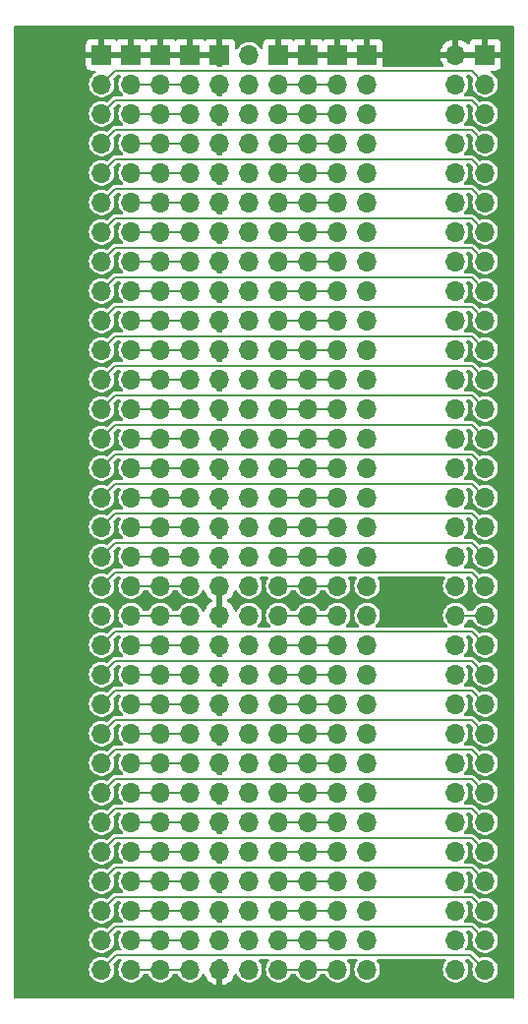
<source format=gtl>
G04 #@! TF.GenerationSoftware,KiCad,Pcbnew,8.0.4*
G04 #@! TF.CreationDate,2024-09-17T07:03:40-04:00*
G04 #@! TF.ProjectId,LB-BKOUT-02,4c422d42-4b4f-4555-942d-30322e6b6963,1*
G04 #@! TF.SameCoordinates,Original*
G04 #@! TF.FileFunction,Copper,L1,Top*
G04 #@! TF.FilePolarity,Positive*
%FSLAX46Y46*%
G04 Gerber Fmt 4.6, Leading zero omitted, Abs format (unit mm)*
G04 Created by KiCad (PCBNEW 8.0.4) date 2024-09-17 07:03:40*
%MOMM*%
%LPD*%
G01*
G04 APERTURE LIST*
G04 #@! TA.AperFunction,ComponentPad*
%ADD10R,1.700000X1.700000*%
G04 #@! TD*
G04 #@! TA.AperFunction,ComponentPad*
%ADD11O,1.700000X1.700000*%
G04 #@! TD*
G04 #@! TA.AperFunction,Conductor*
%ADD12C,0.203200*%
G04 #@! TD*
G04 APERTURE END LIST*
D10*
X180340000Y-53340000D03*
D11*
X182880000Y-53340000D03*
X180340000Y-55880000D03*
X182880000Y-55880000D03*
X180340000Y-58420000D03*
X182880000Y-58420000D03*
X180340000Y-60960000D03*
X182880000Y-60960000D03*
X180340000Y-63500000D03*
X182880000Y-63500000D03*
X180340000Y-66040000D03*
X182880000Y-66040000D03*
X180340000Y-68580000D03*
X182880000Y-68580000D03*
X180340000Y-71120000D03*
X182880000Y-71120000D03*
X180340000Y-73660000D03*
X182880000Y-73660000D03*
X180340000Y-76200000D03*
X182880000Y-76200000D03*
X180340000Y-78740000D03*
X182880000Y-78740000D03*
X180340000Y-81280000D03*
X182880000Y-81280000D03*
X180340000Y-83820000D03*
X182880000Y-83820000D03*
X180340000Y-86360000D03*
X182880000Y-86360000D03*
X180340000Y-88900000D03*
X182880000Y-88900000D03*
X180340000Y-91440000D03*
X182880000Y-91440000D03*
X180340000Y-93980000D03*
X182880000Y-93980000D03*
X180340000Y-96520000D03*
X182880000Y-96520000D03*
X180340000Y-99060000D03*
X182880000Y-99060000D03*
X180340000Y-101600000D03*
X182880000Y-101600000D03*
X180340000Y-104140000D03*
X182880000Y-104140000D03*
X180340000Y-106680000D03*
X182880000Y-106680000D03*
X180340000Y-109220000D03*
X182880000Y-109220000D03*
X180340000Y-111760000D03*
X182880000Y-111760000D03*
X180340000Y-114300000D03*
X182880000Y-114300000D03*
X180340000Y-116840000D03*
X182880000Y-116840000D03*
X180340000Y-119380000D03*
X182880000Y-119380000D03*
X180340000Y-121920000D03*
X182880000Y-121920000D03*
X180340000Y-124460000D03*
X182880000Y-124460000D03*
X180340000Y-127000000D03*
X182880000Y-127000000D03*
X180340000Y-129540000D03*
X182880000Y-129540000D03*
X180340000Y-132080000D03*
X182880000Y-132080000D03*
D10*
X187960000Y-53340000D03*
D11*
X187960000Y-55880000D03*
X187960000Y-58420000D03*
X187960000Y-60960000D03*
X187960000Y-63500000D03*
X187960000Y-66040000D03*
X187960000Y-68580000D03*
X187960000Y-71120000D03*
X187960000Y-73660000D03*
X187960000Y-76200000D03*
X187960000Y-78740000D03*
X187960000Y-81280000D03*
X187960000Y-83820000D03*
X187960000Y-86360000D03*
X187960000Y-88900000D03*
X187960000Y-91440000D03*
X187960000Y-93980000D03*
X187960000Y-96520000D03*
X187960000Y-99060000D03*
X187960000Y-101600000D03*
X187960000Y-104140000D03*
X187960000Y-106680000D03*
X187960000Y-109220000D03*
X187960000Y-111760000D03*
X187960000Y-114300000D03*
X187960000Y-116840000D03*
X187960000Y-119380000D03*
X187960000Y-121920000D03*
X187960000Y-124460000D03*
X187960000Y-127000000D03*
X187960000Y-129540000D03*
X187960000Y-132080000D03*
D10*
X190500000Y-53340000D03*
D11*
X190500000Y-55880000D03*
X190500000Y-58420000D03*
X190500000Y-60960000D03*
X190500000Y-63500000D03*
X190500000Y-66040000D03*
X190500000Y-68580000D03*
X190500000Y-71120000D03*
X190500000Y-73660000D03*
X190500000Y-76200000D03*
X190500000Y-78740000D03*
X190500000Y-81280000D03*
X190500000Y-83820000D03*
X190500000Y-86360000D03*
X190500000Y-88900000D03*
X190500000Y-91440000D03*
X190500000Y-93980000D03*
X190500000Y-96520000D03*
X190500000Y-99060000D03*
X190500000Y-101600000D03*
X190500000Y-104140000D03*
X190500000Y-106680000D03*
X190500000Y-109220000D03*
X190500000Y-111760000D03*
X190500000Y-114300000D03*
X190500000Y-116840000D03*
X190500000Y-119380000D03*
X190500000Y-121920000D03*
X190500000Y-124460000D03*
X190500000Y-127000000D03*
X190500000Y-129540000D03*
X190500000Y-132080000D03*
D10*
X185420000Y-53340000D03*
D11*
X185420000Y-55880000D03*
X185420000Y-58420000D03*
X185420000Y-60960000D03*
X185420000Y-63500000D03*
X185420000Y-66040000D03*
X185420000Y-68580000D03*
X185420000Y-71120000D03*
X185420000Y-73660000D03*
X185420000Y-76200000D03*
X185420000Y-78740000D03*
X185420000Y-81280000D03*
X185420000Y-83820000D03*
X185420000Y-86360000D03*
X185420000Y-88900000D03*
X185420000Y-91440000D03*
X185420000Y-93980000D03*
X185420000Y-96520000D03*
X185420000Y-99060000D03*
X185420000Y-101600000D03*
X185420000Y-104140000D03*
X185420000Y-106680000D03*
X185420000Y-109220000D03*
X185420000Y-111760000D03*
X185420000Y-114300000D03*
X185420000Y-116840000D03*
X185420000Y-119380000D03*
X185420000Y-121920000D03*
X185420000Y-124460000D03*
X185420000Y-127000000D03*
X185420000Y-129540000D03*
X185420000Y-132080000D03*
D10*
X193040000Y-53340000D03*
D11*
X193040000Y-55880000D03*
X193040000Y-58420000D03*
X193040000Y-60960000D03*
X193040000Y-63500000D03*
X193040000Y-66040000D03*
X193040000Y-68580000D03*
X193040000Y-71120000D03*
X193040000Y-73660000D03*
X193040000Y-76200000D03*
X193040000Y-78740000D03*
X193040000Y-81280000D03*
X193040000Y-83820000D03*
X193040000Y-86360000D03*
X193040000Y-88900000D03*
X193040000Y-91440000D03*
X193040000Y-93980000D03*
X193040000Y-96520000D03*
X193040000Y-99060000D03*
X193040000Y-101600000D03*
X193040000Y-104140000D03*
X193040000Y-106680000D03*
X193040000Y-109220000D03*
X193040000Y-111760000D03*
X193040000Y-114300000D03*
X193040000Y-116840000D03*
X193040000Y-119380000D03*
X193040000Y-121920000D03*
X193040000Y-124460000D03*
X193040000Y-127000000D03*
X193040000Y-129540000D03*
X193040000Y-132080000D03*
D10*
X172720000Y-53340000D03*
D11*
X172720000Y-55880000D03*
X172720000Y-58420000D03*
X172720000Y-60960000D03*
X172720000Y-63500000D03*
X172720000Y-66040000D03*
X172720000Y-68580000D03*
X172720000Y-71120000D03*
X172720000Y-73660000D03*
X172720000Y-76200000D03*
X172720000Y-78740000D03*
X172720000Y-81280000D03*
X172720000Y-83820000D03*
X172720000Y-86360000D03*
X172720000Y-88900000D03*
X172720000Y-91440000D03*
X172720000Y-93980000D03*
X172720000Y-96520000D03*
X172720000Y-99060000D03*
X172720000Y-101600000D03*
X172720000Y-104140000D03*
X172720000Y-106680000D03*
X172720000Y-109220000D03*
X172720000Y-111760000D03*
X172720000Y-114300000D03*
X172720000Y-116840000D03*
X172720000Y-119380000D03*
X172720000Y-121920000D03*
X172720000Y-124460000D03*
X172720000Y-127000000D03*
X172720000Y-129540000D03*
X172720000Y-132080000D03*
D10*
X170180000Y-53340000D03*
D11*
X170180000Y-55880000D03*
X170180000Y-58420000D03*
X170180000Y-60960000D03*
X170180000Y-63500000D03*
X170180000Y-66040000D03*
X170180000Y-68580000D03*
X170180000Y-71120000D03*
X170180000Y-73660000D03*
X170180000Y-76200000D03*
X170180000Y-78740000D03*
X170180000Y-81280000D03*
X170180000Y-83820000D03*
X170180000Y-86360000D03*
X170180000Y-88900000D03*
X170180000Y-91440000D03*
X170180000Y-93980000D03*
X170180000Y-96520000D03*
X170180000Y-99060000D03*
X170180000Y-101600000D03*
X170180000Y-104140000D03*
X170180000Y-106680000D03*
X170180000Y-109220000D03*
X170180000Y-111760000D03*
X170180000Y-114300000D03*
X170180000Y-116840000D03*
X170180000Y-119380000D03*
X170180000Y-121920000D03*
X170180000Y-124460000D03*
X170180000Y-127000000D03*
X170180000Y-129540000D03*
X170180000Y-132080000D03*
D10*
X175260000Y-53340000D03*
D11*
X175260000Y-55880000D03*
X175260000Y-58420000D03*
X175260000Y-60960000D03*
X175260000Y-63500000D03*
X175260000Y-66040000D03*
X175260000Y-68580000D03*
X175260000Y-71120000D03*
X175260000Y-73660000D03*
X175260000Y-76200000D03*
X175260000Y-78740000D03*
X175260000Y-81280000D03*
X175260000Y-83820000D03*
X175260000Y-86360000D03*
X175260000Y-88900000D03*
X175260000Y-91440000D03*
X175260000Y-93980000D03*
X175260000Y-96520000D03*
X175260000Y-99060000D03*
X175260000Y-101600000D03*
X175260000Y-104140000D03*
X175260000Y-106680000D03*
X175260000Y-109220000D03*
X175260000Y-111760000D03*
X175260000Y-114300000D03*
X175260000Y-116840000D03*
X175260000Y-119380000D03*
X175260000Y-121920000D03*
X175260000Y-124460000D03*
X175260000Y-127000000D03*
X175260000Y-129540000D03*
X175260000Y-132080000D03*
D10*
X177800000Y-53340000D03*
D11*
X177800000Y-55880000D03*
X177800000Y-58420000D03*
X177800000Y-60960000D03*
X177800000Y-63500000D03*
X177800000Y-66040000D03*
X177800000Y-68580000D03*
X177800000Y-71120000D03*
X177800000Y-73660000D03*
X177800000Y-76200000D03*
X177800000Y-78740000D03*
X177800000Y-81280000D03*
X177800000Y-83820000D03*
X177800000Y-86360000D03*
X177800000Y-88900000D03*
X177800000Y-91440000D03*
X177800000Y-93980000D03*
X177800000Y-96520000D03*
X177800000Y-99060000D03*
X177800000Y-101600000D03*
X177800000Y-104140000D03*
X177800000Y-106680000D03*
X177800000Y-109220000D03*
X177800000Y-111760000D03*
X177800000Y-114300000D03*
X177800000Y-116840000D03*
X177800000Y-119380000D03*
X177800000Y-121920000D03*
X177800000Y-124460000D03*
X177800000Y-127000000D03*
X177800000Y-129540000D03*
X177800000Y-132080000D03*
D10*
X203200000Y-53340000D03*
D11*
X200660000Y-53340000D03*
X203200000Y-55880000D03*
X200660000Y-55880000D03*
X203200000Y-58420000D03*
X200660000Y-58420000D03*
X203200000Y-60960000D03*
X200660000Y-60960000D03*
X203200000Y-63500000D03*
X200660000Y-63500000D03*
X203200000Y-66040000D03*
X200660000Y-66040000D03*
X203200000Y-68580000D03*
X200660000Y-68580000D03*
X203200000Y-71120000D03*
X200660000Y-71120000D03*
X203200000Y-73660000D03*
X200660000Y-73660000D03*
X203200000Y-76200000D03*
X200660000Y-76200000D03*
X203200000Y-78740000D03*
X200660000Y-78740000D03*
X203200000Y-81280000D03*
X200660000Y-81280000D03*
X203200000Y-83820000D03*
X200660000Y-83820000D03*
X203200000Y-86360000D03*
X200660000Y-86360000D03*
X203200000Y-88900000D03*
X200660000Y-88900000D03*
X203200000Y-91440000D03*
X200660000Y-91440000D03*
X203200000Y-93980000D03*
X200660000Y-93980000D03*
X203200000Y-96520000D03*
X200660000Y-96520000D03*
X203200000Y-99060000D03*
X200660000Y-99060000D03*
X203200000Y-101600000D03*
X200660000Y-101600000D03*
X203200000Y-104140000D03*
X200660000Y-104140000D03*
X203200000Y-106680000D03*
X200660000Y-106680000D03*
X203200000Y-109220000D03*
X200660000Y-109220000D03*
X203200000Y-111760000D03*
X200660000Y-111760000D03*
X203200000Y-114300000D03*
X200660000Y-114300000D03*
X203200000Y-116840000D03*
X200660000Y-116840000D03*
X203200000Y-119380000D03*
X200660000Y-119380000D03*
X203200000Y-121920000D03*
X200660000Y-121920000D03*
X203200000Y-124460000D03*
X200660000Y-124460000D03*
X203200000Y-127000000D03*
X200660000Y-127000000D03*
X203200000Y-129540000D03*
X200660000Y-129540000D03*
X203200000Y-132080000D03*
X200660000Y-132080000D03*
D12*
X185420000Y-55880000D02*
X190500000Y-55880000D01*
X200660000Y-101600000D02*
X203200000Y-101600000D01*
X185420000Y-58420000D02*
X190500000Y-58420000D01*
X185420000Y-60960000D02*
X190500000Y-60960000D01*
X185420000Y-63500000D02*
X190500000Y-63500000D01*
X185420000Y-66040000D02*
X190500000Y-66040000D01*
X185420000Y-68580000D02*
X190500000Y-68580000D01*
X185420000Y-71120000D02*
X190500000Y-71120000D01*
X185420000Y-73660000D02*
X190500000Y-73660000D01*
X185420000Y-76200000D02*
X190500000Y-76200000D01*
X185420000Y-78740000D02*
X190500000Y-78740000D01*
X185420000Y-81280000D02*
X190500000Y-81280000D01*
X185420000Y-83820000D02*
X190500000Y-83820000D01*
X185420000Y-86360000D02*
X190500000Y-86360000D01*
X185420000Y-88900000D02*
X190500000Y-88900000D01*
X185420000Y-91440000D02*
X190500000Y-91440000D01*
X185420000Y-93980000D02*
X190500000Y-93980000D01*
X185420000Y-96520000D02*
X190500000Y-96520000D01*
X185420000Y-99060000D02*
X190500000Y-99060000D01*
X185420000Y-104140000D02*
X190500000Y-104140000D01*
X185420000Y-106680000D02*
X190500000Y-106680000D01*
X185420000Y-109220000D02*
X190500000Y-109220000D01*
X185420000Y-111760000D02*
X190500000Y-111760000D01*
X185420000Y-114300000D02*
X190500000Y-114300000D01*
X185420000Y-116840000D02*
X190500000Y-116840000D01*
X185420000Y-119380000D02*
X190500000Y-119380000D01*
X185420000Y-121920000D02*
X190500000Y-121920000D01*
X185420000Y-124460000D02*
X190500000Y-124460000D01*
X185420000Y-127000000D02*
X190500000Y-127000000D01*
X172720000Y-55880000D02*
X175260000Y-55880000D01*
X175260000Y-55880000D02*
X177800000Y-55880000D01*
X175260000Y-58420000D02*
X172720000Y-58420000D01*
X177800000Y-58420000D02*
X175260000Y-58420000D01*
X172720000Y-60960000D02*
X175260000Y-60960000D01*
X175260000Y-60960000D02*
X177800000Y-60960000D01*
X175260000Y-63500000D02*
X177800000Y-63500000D01*
X172720000Y-63500000D02*
X175260000Y-63500000D01*
X175260000Y-66040000D02*
X172720000Y-66040000D01*
X177800000Y-66040000D02*
X175260000Y-66040000D01*
X175260000Y-68580000D02*
X177800000Y-68580000D01*
X172720000Y-68580000D02*
X175260000Y-68580000D01*
X175260000Y-71120000D02*
X177800000Y-71120000D01*
X172720000Y-71120000D02*
X175260000Y-71120000D01*
X177800000Y-73660000D02*
X175260000Y-73660000D01*
X175260000Y-73660000D02*
X172720000Y-73660000D01*
X172720000Y-76200000D02*
X175260000Y-76200000D01*
X177800000Y-76200000D02*
X175260000Y-76200000D01*
X175260000Y-78740000D02*
X177800000Y-78740000D01*
X172720000Y-78740000D02*
X175260000Y-78740000D01*
X172720000Y-81280000D02*
X177800000Y-81280000D01*
X177800000Y-83820000D02*
X172720000Y-83820000D01*
X172720000Y-86360000D02*
X177800000Y-86360000D01*
X172720000Y-88900000D02*
X177800000Y-88900000D01*
X172720000Y-91440000D02*
X175260000Y-91440000D01*
X175260000Y-91440000D02*
X177800000Y-91440000D01*
X172720000Y-93980000D02*
X175260000Y-93980000D01*
X175260000Y-93980000D02*
X177800000Y-93980000D01*
X177800000Y-96520000D02*
X172720000Y-96520000D01*
X172720000Y-99060000D02*
X177800000Y-99060000D01*
X185420000Y-132080000D02*
X190500000Y-132080000D01*
X172720000Y-104140000D02*
X177800000Y-104140000D01*
X172720000Y-106680000D02*
X177800000Y-106680000D01*
X172720000Y-109220000D02*
X177800000Y-109220000D01*
X172720000Y-111760000D02*
X177800000Y-111760000D01*
X172720000Y-114300000D02*
X177800000Y-114300000D01*
X172720000Y-116840000D02*
X177800000Y-116840000D01*
X172720000Y-119380000D02*
X177800000Y-119380000D01*
X172720000Y-121920000D02*
X177800000Y-121920000D01*
X172720000Y-124460000D02*
X177800000Y-124460000D01*
X172720000Y-127000000D02*
X177800000Y-127000000D01*
X185420000Y-129540000D02*
X190500000Y-129540000D01*
X172720000Y-129540000D02*
X177800000Y-129540000D01*
X172720000Y-132080000D02*
X177800000Y-132080000D01*
X193040000Y-53340000D02*
X190500000Y-53340000D01*
X187960000Y-53340000D02*
X185420000Y-53340000D01*
X175260000Y-53340000D02*
X172720000Y-53340000D01*
X190500000Y-53340000D02*
X187960000Y-53340000D01*
X180340000Y-53340000D02*
X177800000Y-53340000D01*
X172720000Y-53340000D02*
X170180000Y-53340000D01*
X177800000Y-53340000D02*
X175260000Y-53340000D01*
X203200000Y-55880000D02*
X202045200Y-54725200D01*
X171334800Y-54725200D02*
X170180000Y-55880000D01*
X202045200Y-54725200D02*
X171334800Y-54725200D01*
X171334800Y-57265200D02*
X170180000Y-58420000D01*
X203200000Y-58420000D02*
X202045200Y-57265200D01*
X202045200Y-57265200D02*
X171334800Y-57265200D01*
X202045200Y-59805200D02*
X171334800Y-59805200D01*
X171334800Y-59805200D02*
X170180000Y-60960000D01*
X203200000Y-60960000D02*
X202045200Y-59805200D01*
X171334800Y-62345200D02*
X170180000Y-63500000D01*
X203200000Y-63500000D02*
X202045200Y-62345200D01*
X202045200Y-62345200D02*
X171334800Y-62345200D01*
X203200000Y-66040000D02*
X202045200Y-64885200D01*
X171334800Y-64885200D02*
X170180000Y-66040000D01*
X202045200Y-64885200D02*
X171334800Y-64885200D01*
X202045200Y-67425200D02*
X171334800Y-67425200D01*
X203200000Y-68580000D02*
X202045200Y-67425200D01*
X171334800Y-67425200D02*
X170180000Y-68580000D01*
X202045200Y-69965200D02*
X171334800Y-69965200D01*
X203200000Y-71120000D02*
X202045200Y-69965200D01*
X171334800Y-69965200D02*
X170180000Y-71120000D01*
X203200000Y-73660000D02*
X202045200Y-72505200D01*
X171334800Y-72505200D02*
X170180000Y-73660000D01*
X202045200Y-72505200D02*
X171334800Y-72505200D01*
X203200000Y-76200000D02*
X202045200Y-75045200D01*
X202045200Y-75045200D02*
X171334800Y-75045200D01*
X171334800Y-75045200D02*
X170180000Y-76200000D01*
X170180000Y-78740000D02*
X171334800Y-77585200D01*
X171334800Y-77585200D02*
X202045200Y-77585200D01*
X202045200Y-77585200D02*
X203200000Y-78740000D01*
X203200000Y-81280000D02*
X202045200Y-80125200D01*
X171334800Y-80125200D02*
X170180000Y-81280000D01*
X202045200Y-80125200D02*
X171334800Y-80125200D01*
X203200000Y-83820000D02*
X202045200Y-82665200D01*
X171334800Y-82665200D02*
X170180000Y-83820000D01*
X202045200Y-82665200D02*
X171334800Y-82665200D01*
X202045200Y-85205200D02*
X171334800Y-85205200D01*
X203200000Y-86360000D02*
X202045200Y-85205200D01*
X171334800Y-85205200D02*
X170180000Y-86360000D01*
X203200000Y-88900000D02*
X202045200Y-87745200D01*
X202045200Y-87745200D02*
X171334800Y-87745200D01*
X171334800Y-87745200D02*
X170180000Y-88900000D01*
X202045200Y-90285200D02*
X171334800Y-90285200D01*
X171334800Y-90285200D02*
X170180000Y-91440000D01*
X203200000Y-91440000D02*
X202045200Y-90285200D01*
X203200000Y-93980000D02*
X202045200Y-92825200D01*
X171334800Y-92825200D02*
X170180000Y-93980000D01*
X202045200Y-92825200D02*
X171334800Y-92825200D01*
X203200000Y-96520000D02*
X202045200Y-95365200D01*
X171334800Y-95365200D02*
X170180000Y-96520000D01*
X202045200Y-95365200D02*
X171334800Y-95365200D01*
X202045200Y-97905200D02*
X171334800Y-97905200D01*
X203200000Y-99060000D02*
X202045200Y-97905200D01*
X171334800Y-97905200D02*
X170180000Y-99060000D01*
X203200000Y-104140000D02*
X202045200Y-102985200D01*
X171334800Y-102985200D02*
X170180000Y-104140000D01*
X202045200Y-102985200D02*
X171334800Y-102985200D01*
X171334800Y-105525200D02*
X170180000Y-106680000D01*
X203200000Y-106680000D02*
X202045200Y-105525200D01*
X202045200Y-105525200D02*
X171334800Y-105525200D01*
X171334800Y-108065200D02*
X170180000Y-109220000D01*
X203200000Y-109220000D02*
X202045200Y-108065200D01*
X202045200Y-108065200D02*
X171334800Y-108065200D01*
X203200000Y-111760000D02*
X202045200Y-110605200D01*
X171334800Y-110605200D02*
X170180000Y-111760000D01*
X202045200Y-110605200D02*
X171334800Y-110605200D01*
X171334800Y-113145200D02*
X170180000Y-114300000D01*
X202045200Y-113145200D02*
X171334800Y-113145200D01*
X203200000Y-114300000D02*
X202045200Y-113145200D01*
X171334800Y-115685200D02*
X170180000Y-116840000D01*
X203200000Y-116840000D02*
X202045200Y-115685200D01*
X202045200Y-115685200D02*
X171334800Y-115685200D01*
X202045200Y-118225200D02*
X171334800Y-118225200D01*
X203200000Y-119380000D02*
X202045200Y-118225200D01*
X171334800Y-118225200D02*
X170180000Y-119380000D01*
X202045200Y-120765200D02*
X171334800Y-120765200D01*
X171334800Y-120765200D02*
X170180000Y-121920000D01*
X203200000Y-121920000D02*
X202045200Y-120765200D01*
X171334800Y-123305200D02*
X170180000Y-124460000D01*
X203200000Y-124460000D02*
X202045200Y-123305200D01*
X202045200Y-123305200D02*
X171334800Y-123305200D01*
X202045200Y-125845200D02*
X171334800Y-125845200D01*
X171334800Y-125845200D02*
X170180000Y-127000000D01*
X203200000Y-127000000D02*
X202045200Y-125845200D01*
X202045200Y-128385200D02*
X171334800Y-128385200D01*
X171334800Y-128385200D02*
X170180000Y-129540000D01*
X203200000Y-129540000D02*
X202045200Y-128385200D01*
X171450000Y-130810000D02*
X170180000Y-132080000D01*
X201930000Y-130810000D02*
X171450000Y-130810000D01*
X203200000Y-132080000D02*
X201930000Y-130810000D01*
X185420000Y-101600000D02*
X190500000Y-101600000D01*
X172720000Y-101600000D02*
X177800000Y-101600000D01*
G04 #@! TA.AperFunction,Conductor*
G36*
X180533039Y-131185785D02*
G01*
X180578794Y-131238589D01*
X180590000Y-131290100D01*
X180590000Y-131646988D01*
X180532993Y-131614075D01*
X180405826Y-131580000D01*
X180274174Y-131580000D01*
X180147007Y-131614075D01*
X180090000Y-131646988D01*
X180090000Y-131290100D01*
X180109685Y-131223061D01*
X180162489Y-131177306D01*
X180214000Y-131166100D01*
X180466000Y-131166100D01*
X180533039Y-131185785D01*
G37*
G04 #@! TD.AperFunction*
G04 #@! TA.AperFunction,Conductor*
G36*
X180590000Y-130329900D02*
G01*
X180570315Y-130396939D01*
X180517511Y-130442694D01*
X180466000Y-130453900D01*
X180214000Y-130453900D01*
X180146961Y-130434215D01*
X180101206Y-130381411D01*
X180090000Y-130329900D01*
X180090000Y-129973012D01*
X180147007Y-130005925D01*
X180274174Y-130040000D01*
X180405826Y-130040000D01*
X180532993Y-130005925D01*
X180590000Y-129973012D01*
X180590000Y-130329900D01*
G37*
G04 #@! TD.AperFunction*
G04 #@! TA.AperFunction,Conductor*
G36*
X180533039Y-128760985D02*
G01*
X180578794Y-128813789D01*
X180590000Y-128865300D01*
X180590000Y-129106988D01*
X180532993Y-129074075D01*
X180405826Y-129040000D01*
X180274174Y-129040000D01*
X180147007Y-129074075D01*
X180090000Y-129106988D01*
X180090000Y-128865300D01*
X180109685Y-128798261D01*
X180162489Y-128752506D01*
X180214000Y-128741300D01*
X180466000Y-128741300D01*
X180533039Y-128760985D01*
G37*
G04 #@! TD.AperFunction*
G04 #@! TA.AperFunction,Conductor*
G36*
X180590000Y-127905100D02*
G01*
X180570315Y-127972139D01*
X180517511Y-128017894D01*
X180466000Y-128029100D01*
X180214000Y-128029100D01*
X180146961Y-128009415D01*
X180101206Y-127956611D01*
X180090000Y-127905100D01*
X180090000Y-127433012D01*
X180147007Y-127465925D01*
X180274174Y-127500000D01*
X180405826Y-127500000D01*
X180532993Y-127465925D01*
X180590000Y-127433012D01*
X180590000Y-127905100D01*
G37*
G04 #@! TD.AperFunction*
G04 #@! TA.AperFunction,Conductor*
G36*
X180533039Y-126220985D02*
G01*
X180578794Y-126273789D01*
X180590000Y-126325300D01*
X180590000Y-126566988D01*
X180532993Y-126534075D01*
X180405826Y-126500000D01*
X180274174Y-126500000D01*
X180147007Y-126534075D01*
X180090000Y-126566988D01*
X180090000Y-126325300D01*
X180109685Y-126258261D01*
X180162489Y-126212506D01*
X180214000Y-126201300D01*
X180466000Y-126201300D01*
X180533039Y-126220985D01*
G37*
G04 #@! TD.AperFunction*
G04 #@! TA.AperFunction,Conductor*
G36*
X180590000Y-125365100D02*
G01*
X180570315Y-125432139D01*
X180517511Y-125477894D01*
X180466000Y-125489100D01*
X180214000Y-125489100D01*
X180146961Y-125469415D01*
X180101206Y-125416611D01*
X180090000Y-125365100D01*
X180090000Y-124893012D01*
X180147007Y-124925925D01*
X180274174Y-124960000D01*
X180405826Y-124960000D01*
X180532993Y-124925925D01*
X180590000Y-124893012D01*
X180590000Y-125365100D01*
G37*
G04 #@! TD.AperFunction*
G04 #@! TA.AperFunction,Conductor*
G36*
X180533039Y-123680985D02*
G01*
X180578794Y-123733789D01*
X180590000Y-123785300D01*
X180590000Y-124026988D01*
X180532993Y-123994075D01*
X180405826Y-123960000D01*
X180274174Y-123960000D01*
X180147007Y-123994075D01*
X180090000Y-124026988D01*
X180090000Y-123785300D01*
X180109685Y-123718261D01*
X180162489Y-123672506D01*
X180214000Y-123661300D01*
X180466000Y-123661300D01*
X180533039Y-123680985D01*
G37*
G04 #@! TD.AperFunction*
G04 #@! TA.AperFunction,Conductor*
G36*
X180590000Y-122825100D02*
G01*
X180570315Y-122892139D01*
X180517511Y-122937894D01*
X180466000Y-122949100D01*
X180214000Y-122949100D01*
X180146961Y-122929415D01*
X180101206Y-122876611D01*
X180090000Y-122825100D01*
X180090000Y-122353012D01*
X180147007Y-122385925D01*
X180274174Y-122420000D01*
X180405826Y-122420000D01*
X180532993Y-122385925D01*
X180590000Y-122353012D01*
X180590000Y-122825100D01*
G37*
G04 #@! TD.AperFunction*
G04 #@! TA.AperFunction,Conductor*
G36*
X180533039Y-121140985D02*
G01*
X180578794Y-121193789D01*
X180590000Y-121245300D01*
X180590000Y-121486988D01*
X180532993Y-121454075D01*
X180405826Y-121420000D01*
X180274174Y-121420000D01*
X180147007Y-121454075D01*
X180090000Y-121486988D01*
X180090000Y-121245300D01*
X180109685Y-121178261D01*
X180162489Y-121132506D01*
X180214000Y-121121300D01*
X180466000Y-121121300D01*
X180533039Y-121140985D01*
G37*
G04 #@! TD.AperFunction*
G04 #@! TA.AperFunction,Conductor*
G36*
X180590000Y-120285100D02*
G01*
X180570315Y-120352139D01*
X180517511Y-120397894D01*
X180466000Y-120409100D01*
X180214000Y-120409100D01*
X180146961Y-120389415D01*
X180101206Y-120336611D01*
X180090000Y-120285100D01*
X180090000Y-119813012D01*
X180147007Y-119845925D01*
X180274174Y-119880000D01*
X180405826Y-119880000D01*
X180532993Y-119845925D01*
X180590000Y-119813012D01*
X180590000Y-120285100D01*
G37*
G04 #@! TD.AperFunction*
G04 #@! TA.AperFunction,Conductor*
G36*
X180533039Y-118600985D02*
G01*
X180578794Y-118653789D01*
X180590000Y-118705300D01*
X180590000Y-118946988D01*
X180532993Y-118914075D01*
X180405826Y-118880000D01*
X180274174Y-118880000D01*
X180147007Y-118914075D01*
X180090000Y-118946988D01*
X180090000Y-118705300D01*
X180109685Y-118638261D01*
X180162489Y-118592506D01*
X180214000Y-118581300D01*
X180466000Y-118581300D01*
X180533039Y-118600985D01*
G37*
G04 #@! TD.AperFunction*
G04 #@! TA.AperFunction,Conductor*
G36*
X180590000Y-117745100D02*
G01*
X180570315Y-117812139D01*
X180517511Y-117857894D01*
X180466000Y-117869100D01*
X180214000Y-117869100D01*
X180146961Y-117849415D01*
X180101206Y-117796611D01*
X180090000Y-117745100D01*
X180090000Y-117273012D01*
X180147007Y-117305925D01*
X180274174Y-117340000D01*
X180405826Y-117340000D01*
X180532993Y-117305925D01*
X180590000Y-117273012D01*
X180590000Y-117745100D01*
G37*
G04 #@! TD.AperFunction*
G04 #@! TA.AperFunction,Conductor*
G36*
X180533039Y-116060985D02*
G01*
X180578794Y-116113789D01*
X180590000Y-116165300D01*
X180590000Y-116406988D01*
X180532993Y-116374075D01*
X180405826Y-116340000D01*
X180274174Y-116340000D01*
X180147007Y-116374075D01*
X180090000Y-116406988D01*
X180090000Y-116165300D01*
X180109685Y-116098261D01*
X180162489Y-116052506D01*
X180214000Y-116041300D01*
X180466000Y-116041300D01*
X180533039Y-116060985D01*
G37*
G04 #@! TD.AperFunction*
G04 #@! TA.AperFunction,Conductor*
G36*
X180590000Y-115205100D02*
G01*
X180570315Y-115272139D01*
X180517511Y-115317894D01*
X180466000Y-115329100D01*
X180214000Y-115329100D01*
X180146961Y-115309415D01*
X180101206Y-115256611D01*
X180090000Y-115205100D01*
X180090000Y-114733012D01*
X180147007Y-114765925D01*
X180274174Y-114800000D01*
X180405826Y-114800000D01*
X180532993Y-114765925D01*
X180590000Y-114733012D01*
X180590000Y-115205100D01*
G37*
G04 #@! TD.AperFunction*
G04 #@! TA.AperFunction,Conductor*
G36*
X180533039Y-113520985D02*
G01*
X180578794Y-113573789D01*
X180590000Y-113625300D01*
X180590000Y-113866988D01*
X180532993Y-113834075D01*
X180405826Y-113800000D01*
X180274174Y-113800000D01*
X180147007Y-113834075D01*
X180090000Y-113866988D01*
X180090000Y-113625300D01*
X180109685Y-113558261D01*
X180162489Y-113512506D01*
X180214000Y-113501300D01*
X180466000Y-113501300D01*
X180533039Y-113520985D01*
G37*
G04 #@! TD.AperFunction*
G04 #@! TA.AperFunction,Conductor*
G36*
X180590000Y-112665100D02*
G01*
X180570315Y-112732139D01*
X180517511Y-112777894D01*
X180466000Y-112789100D01*
X180214000Y-112789100D01*
X180146961Y-112769415D01*
X180101206Y-112716611D01*
X180090000Y-112665100D01*
X180090000Y-112193012D01*
X180147007Y-112225925D01*
X180274174Y-112260000D01*
X180405826Y-112260000D01*
X180532993Y-112225925D01*
X180590000Y-112193012D01*
X180590000Y-112665100D01*
G37*
G04 #@! TD.AperFunction*
G04 #@! TA.AperFunction,Conductor*
G36*
X180533039Y-110980985D02*
G01*
X180578794Y-111033789D01*
X180590000Y-111085300D01*
X180590000Y-111326988D01*
X180532993Y-111294075D01*
X180405826Y-111260000D01*
X180274174Y-111260000D01*
X180147007Y-111294075D01*
X180090000Y-111326988D01*
X180090000Y-111085300D01*
X180109685Y-111018261D01*
X180162489Y-110972506D01*
X180214000Y-110961300D01*
X180466000Y-110961300D01*
X180533039Y-110980985D01*
G37*
G04 #@! TD.AperFunction*
G04 #@! TA.AperFunction,Conductor*
G36*
X180590000Y-110125100D02*
G01*
X180570315Y-110192139D01*
X180517511Y-110237894D01*
X180466000Y-110249100D01*
X180214000Y-110249100D01*
X180146961Y-110229415D01*
X180101206Y-110176611D01*
X180090000Y-110125100D01*
X180090000Y-109653012D01*
X180147007Y-109685925D01*
X180274174Y-109720000D01*
X180405826Y-109720000D01*
X180532993Y-109685925D01*
X180590000Y-109653012D01*
X180590000Y-110125100D01*
G37*
G04 #@! TD.AperFunction*
G04 #@! TA.AperFunction,Conductor*
G36*
X180533039Y-108440985D02*
G01*
X180578794Y-108493789D01*
X180590000Y-108545300D01*
X180590000Y-108786988D01*
X180532993Y-108754075D01*
X180405826Y-108720000D01*
X180274174Y-108720000D01*
X180147007Y-108754075D01*
X180090000Y-108786988D01*
X180090000Y-108545300D01*
X180109685Y-108478261D01*
X180162489Y-108432506D01*
X180214000Y-108421300D01*
X180466000Y-108421300D01*
X180533039Y-108440985D01*
G37*
G04 #@! TD.AperFunction*
G04 #@! TA.AperFunction,Conductor*
G36*
X180590000Y-107585100D02*
G01*
X180570315Y-107652139D01*
X180517511Y-107697894D01*
X180466000Y-107709100D01*
X180214000Y-107709100D01*
X180146961Y-107689415D01*
X180101206Y-107636611D01*
X180090000Y-107585100D01*
X180090000Y-107113012D01*
X180147007Y-107145925D01*
X180274174Y-107180000D01*
X180405826Y-107180000D01*
X180532993Y-107145925D01*
X180590000Y-107113012D01*
X180590000Y-107585100D01*
G37*
G04 #@! TD.AperFunction*
G04 #@! TA.AperFunction,Conductor*
G36*
X180533039Y-105900985D02*
G01*
X180578794Y-105953789D01*
X180590000Y-106005300D01*
X180590000Y-106246988D01*
X180532993Y-106214075D01*
X180405826Y-106180000D01*
X180274174Y-106180000D01*
X180147007Y-106214075D01*
X180090000Y-106246988D01*
X180090000Y-106005300D01*
X180109685Y-105938261D01*
X180162489Y-105892506D01*
X180214000Y-105881300D01*
X180466000Y-105881300D01*
X180533039Y-105900985D01*
G37*
G04 #@! TD.AperFunction*
G04 #@! TA.AperFunction,Conductor*
G36*
X180590000Y-105045100D02*
G01*
X180570315Y-105112139D01*
X180517511Y-105157894D01*
X180466000Y-105169100D01*
X180214000Y-105169100D01*
X180146961Y-105149415D01*
X180101206Y-105096611D01*
X180090000Y-105045100D01*
X180090000Y-104573012D01*
X180147007Y-104605925D01*
X180274174Y-104640000D01*
X180405826Y-104640000D01*
X180532993Y-104605925D01*
X180590000Y-104573012D01*
X180590000Y-105045100D01*
G37*
G04 #@! TD.AperFunction*
G04 #@! TA.AperFunction,Conductor*
G36*
X180533039Y-103360985D02*
G01*
X180578794Y-103413789D01*
X180590000Y-103465300D01*
X180590000Y-103706988D01*
X180532993Y-103674075D01*
X180405826Y-103640000D01*
X180274174Y-103640000D01*
X180147007Y-103674075D01*
X180090000Y-103706988D01*
X180090000Y-103465300D01*
X180109685Y-103398261D01*
X180162489Y-103352506D01*
X180214000Y-103341300D01*
X180466000Y-103341300D01*
X180533039Y-103360985D01*
G37*
G04 #@! TD.AperFunction*
G04 #@! TA.AperFunction,Conductor*
G36*
X180590000Y-102505100D02*
G01*
X180570315Y-102572139D01*
X180517511Y-102617894D01*
X180466000Y-102629100D01*
X180214000Y-102629100D01*
X180146961Y-102609415D01*
X180101206Y-102556611D01*
X180090000Y-102505100D01*
X180090000Y-102033012D01*
X180147007Y-102065925D01*
X180274174Y-102100000D01*
X180405826Y-102100000D01*
X180532993Y-102065925D01*
X180590000Y-102033012D01*
X180590000Y-102505100D01*
G37*
G04 #@! TD.AperFunction*
G04 #@! TA.AperFunction,Conductor*
G36*
X180590000Y-101166988D02*
G01*
X180532993Y-101134075D01*
X180405826Y-101100000D01*
X180274174Y-101100000D01*
X180147007Y-101134075D01*
X180090000Y-101166988D01*
X180090000Y-99493012D01*
X180147007Y-99525925D01*
X180274174Y-99560000D01*
X180405826Y-99560000D01*
X180532993Y-99525925D01*
X180590000Y-99493012D01*
X180590000Y-101166988D01*
G37*
G04 #@! TD.AperFunction*
G04 #@! TA.AperFunction,Conductor*
G36*
X180533039Y-98280985D02*
G01*
X180578794Y-98333789D01*
X180590000Y-98385300D01*
X180590000Y-98626988D01*
X180532993Y-98594075D01*
X180405826Y-98560000D01*
X180274174Y-98560000D01*
X180147007Y-98594075D01*
X180090000Y-98626988D01*
X180090000Y-98385300D01*
X180109685Y-98318261D01*
X180162489Y-98272506D01*
X180214000Y-98261300D01*
X180466000Y-98261300D01*
X180533039Y-98280985D01*
G37*
G04 #@! TD.AperFunction*
G04 #@! TA.AperFunction,Conductor*
G36*
X180590000Y-97425100D02*
G01*
X180570315Y-97492139D01*
X180517511Y-97537894D01*
X180466000Y-97549100D01*
X180214000Y-97549100D01*
X180146961Y-97529415D01*
X180101206Y-97476611D01*
X180090000Y-97425100D01*
X180090000Y-96953012D01*
X180147007Y-96985925D01*
X180274174Y-97020000D01*
X180405826Y-97020000D01*
X180532993Y-96985925D01*
X180590000Y-96953012D01*
X180590000Y-97425100D01*
G37*
G04 #@! TD.AperFunction*
G04 #@! TA.AperFunction,Conductor*
G36*
X180533039Y-95740985D02*
G01*
X180578794Y-95793789D01*
X180590000Y-95845300D01*
X180590000Y-96086988D01*
X180532993Y-96054075D01*
X180405826Y-96020000D01*
X180274174Y-96020000D01*
X180147007Y-96054075D01*
X180090000Y-96086988D01*
X180090000Y-95845300D01*
X180109685Y-95778261D01*
X180162489Y-95732506D01*
X180214000Y-95721300D01*
X180466000Y-95721300D01*
X180533039Y-95740985D01*
G37*
G04 #@! TD.AperFunction*
G04 #@! TA.AperFunction,Conductor*
G36*
X180590000Y-94885100D02*
G01*
X180570315Y-94952139D01*
X180517511Y-94997894D01*
X180466000Y-95009100D01*
X180214000Y-95009100D01*
X180146961Y-94989415D01*
X180101206Y-94936611D01*
X180090000Y-94885100D01*
X180090000Y-94413012D01*
X180147007Y-94445925D01*
X180274174Y-94480000D01*
X180405826Y-94480000D01*
X180532993Y-94445925D01*
X180590000Y-94413012D01*
X180590000Y-94885100D01*
G37*
G04 #@! TD.AperFunction*
G04 #@! TA.AperFunction,Conductor*
G36*
X180533039Y-93200985D02*
G01*
X180578794Y-93253789D01*
X180590000Y-93305300D01*
X180590000Y-93546988D01*
X180532993Y-93514075D01*
X180405826Y-93480000D01*
X180274174Y-93480000D01*
X180147007Y-93514075D01*
X180090000Y-93546988D01*
X180090000Y-93305300D01*
X180109685Y-93238261D01*
X180162489Y-93192506D01*
X180214000Y-93181300D01*
X180466000Y-93181300D01*
X180533039Y-93200985D01*
G37*
G04 #@! TD.AperFunction*
G04 #@! TA.AperFunction,Conductor*
G36*
X180590000Y-92345100D02*
G01*
X180570315Y-92412139D01*
X180517511Y-92457894D01*
X180466000Y-92469100D01*
X180214000Y-92469100D01*
X180146961Y-92449415D01*
X180101206Y-92396611D01*
X180090000Y-92345100D01*
X180090000Y-91873012D01*
X180147007Y-91905925D01*
X180274174Y-91940000D01*
X180405826Y-91940000D01*
X180532993Y-91905925D01*
X180590000Y-91873012D01*
X180590000Y-92345100D01*
G37*
G04 #@! TD.AperFunction*
G04 #@! TA.AperFunction,Conductor*
G36*
X180533039Y-90660985D02*
G01*
X180578794Y-90713789D01*
X180590000Y-90765300D01*
X180590000Y-91006988D01*
X180532993Y-90974075D01*
X180405826Y-90940000D01*
X180274174Y-90940000D01*
X180147007Y-90974075D01*
X180090000Y-91006988D01*
X180090000Y-90765300D01*
X180109685Y-90698261D01*
X180162489Y-90652506D01*
X180214000Y-90641300D01*
X180466000Y-90641300D01*
X180533039Y-90660985D01*
G37*
G04 #@! TD.AperFunction*
G04 #@! TA.AperFunction,Conductor*
G36*
X180590000Y-89805100D02*
G01*
X180570315Y-89872139D01*
X180517511Y-89917894D01*
X180466000Y-89929100D01*
X180214000Y-89929100D01*
X180146961Y-89909415D01*
X180101206Y-89856611D01*
X180090000Y-89805100D01*
X180090000Y-89333012D01*
X180147007Y-89365925D01*
X180274174Y-89400000D01*
X180405826Y-89400000D01*
X180532993Y-89365925D01*
X180590000Y-89333012D01*
X180590000Y-89805100D01*
G37*
G04 #@! TD.AperFunction*
G04 #@! TA.AperFunction,Conductor*
G36*
X180533039Y-88120985D02*
G01*
X180578794Y-88173789D01*
X180590000Y-88225300D01*
X180590000Y-88466988D01*
X180532993Y-88434075D01*
X180405826Y-88400000D01*
X180274174Y-88400000D01*
X180147007Y-88434075D01*
X180090000Y-88466988D01*
X180090000Y-88225300D01*
X180109685Y-88158261D01*
X180162489Y-88112506D01*
X180214000Y-88101300D01*
X180466000Y-88101300D01*
X180533039Y-88120985D01*
G37*
G04 #@! TD.AperFunction*
G04 #@! TA.AperFunction,Conductor*
G36*
X180590000Y-87265100D02*
G01*
X180570315Y-87332139D01*
X180517511Y-87377894D01*
X180466000Y-87389100D01*
X180214000Y-87389100D01*
X180146961Y-87369415D01*
X180101206Y-87316611D01*
X180090000Y-87265100D01*
X180090000Y-86793012D01*
X180147007Y-86825925D01*
X180274174Y-86860000D01*
X180405826Y-86860000D01*
X180532993Y-86825925D01*
X180590000Y-86793012D01*
X180590000Y-87265100D01*
G37*
G04 #@! TD.AperFunction*
G04 #@! TA.AperFunction,Conductor*
G36*
X180533039Y-85580985D02*
G01*
X180578794Y-85633789D01*
X180590000Y-85685300D01*
X180590000Y-85926988D01*
X180532993Y-85894075D01*
X180405826Y-85860000D01*
X180274174Y-85860000D01*
X180147007Y-85894075D01*
X180090000Y-85926988D01*
X180090000Y-85685300D01*
X180109685Y-85618261D01*
X180162489Y-85572506D01*
X180214000Y-85561300D01*
X180466000Y-85561300D01*
X180533039Y-85580985D01*
G37*
G04 #@! TD.AperFunction*
G04 #@! TA.AperFunction,Conductor*
G36*
X180590000Y-84725100D02*
G01*
X180570315Y-84792139D01*
X180517511Y-84837894D01*
X180466000Y-84849100D01*
X180214000Y-84849100D01*
X180146961Y-84829415D01*
X180101206Y-84776611D01*
X180090000Y-84725100D01*
X180090000Y-84253012D01*
X180147007Y-84285925D01*
X180274174Y-84320000D01*
X180405826Y-84320000D01*
X180532993Y-84285925D01*
X180590000Y-84253012D01*
X180590000Y-84725100D01*
G37*
G04 #@! TD.AperFunction*
G04 #@! TA.AperFunction,Conductor*
G36*
X180533039Y-83040985D02*
G01*
X180578794Y-83093789D01*
X180590000Y-83145300D01*
X180590000Y-83386988D01*
X180532993Y-83354075D01*
X180405826Y-83320000D01*
X180274174Y-83320000D01*
X180147007Y-83354075D01*
X180090000Y-83386988D01*
X180090000Y-83145300D01*
X180109685Y-83078261D01*
X180162489Y-83032506D01*
X180214000Y-83021300D01*
X180466000Y-83021300D01*
X180533039Y-83040985D01*
G37*
G04 #@! TD.AperFunction*
G04 #@! TA.AperFunction,Conductor*
G36*
X180590000Y-82185100D02*
G01*
X180570315Y-82252139D01*
X180517511Y-82297894D01*
X180466000Y-82309100D01*
X180214000Y-82309100D01*
X180146961Y-82289415D01*
X180101206Y-82236611D01*
X180090000Y-82185100D01*
X180090000Y-81713012D01*
X180147007Y-81745925D01*
X180274174Y-81780000D01*
X180405826Y-81780000D01*
X180532993Y-81745925D01*
X180590000Y-81713012D01*
X180590000Y-82185100D01*
G37*
G04 #@! TD.AperFunction*
G04 #@! TA.AperFunction,Conductor*
G36*
X180533039Y-80500985D02*
G01*
X180578794Y-80553789D01*
X180590000Y-80605300D01*
X180590000Y-80846988D01*
X180532993Y-80814075D01*
X180405826Y-80780000D01*
X180274174Y-80780000D01*
X180147007Y-80814075D01*
X180090000Y-80846988D01*
X180090000Y-80605300D01*
X180109685Y-80538261D01*
X180162489Y-80492506D01*
X180214000Y-80481300D01*
X180466000Y-80481300D01*
X180533039Y-80500985D01*
G37*
G04 #@! TD.AperFunction*
G04 #@! TA.AperFunction,Conductor*
G36*
X180590000Y-79645100D02*
G01*
X180570315Y-79712139D01*
X180517511Y-79757894D01*
X180466000Y-79769100D01*
X180214000Y-79769100D01*
X180146961Y-79749415D01*
X180101206Y-79696611D01*
X180090000Y-79645100D01*
X180090000Y-79173012D01*
X180147007Y-79205925D01*
X180274174Y-79240000D01*
X180405826Y-79240000D01*
X180532993Y-79205925D01*
X180590000Y-79173012D01*
X180590000Y-79645100D01*
G37*
G04 #@! TD.AperFunction*
G04 #@! TA.AperFunction,Conductor*
G36*
X180533039Y-77960985D02*
G01*
X180578794Y-78013789D01*
X180590000Y-78065300D01*
X180590000Y-78306988D01*
X180532993Y-78274075D01*
X180405826Y-78240000D01*
X180274174Y-78240000D01*
X180147007Y-78274075D01*
X180090000Y-78306988D01*
X180090000Y-78065300D01*
X180109685Y-77998261D01*
X180162489Y-77952506D01*
X180214000Y-77941300D01*
X180466000Y-77941300D01*
X180533039Y-77960985D01*
G37*
G04 #@! TD.AperFunction*
G04 #@! TA.AperFunction,Conductor*
G36*
X180590000Y-77105100D02*
G01*
X180570315Y-77172139D01*
X180517511Y-77217894D01*
X180466000Y-77229100D01*
X180214000Y-77229100D01*
X180146961Y-77209415D01*
X180101206Y-77156611D01*
X180090000Y-77105100D01*
X180090000Y-76633012D01*
X180147007Y-76665925D01*
X180274174Y-76700000D01*
X180405826Y-76700000D01*
X180532993Y-76665925D01*
X180590000Y-76633012D01*
X180590000Y-77105100D01*
G37*
G04 #@! TD.AperFunction*
G04 #@! TA.AperFunction,Conductor*
G36*
X180533039Y-75420985D02*
G01*
X180578794Y-75473789D01*
X180590000Y-75525300D01*
X180590000Y-75766988D01*
X180532993Y-75734075D01*
X180405826Y-75700000D01*
X180274174Y-75700000D01*
X180147007Y-75734075D01*
X180090000Y-75766988D01*
X180090000Y-75525300D01*
X180109685Y-75458261D01*
X180162489Y-75412506D01*
X180214000Y-75401300D01*
X180466000Y-75401300D01*
X180533039Y-75420985D01*
G37*
G04 #@! TD.AperFunction*
G04 #@! TA.AperFunction,Conductor*
G36*
X180590000Y-74565100D02*
G01*
X180570315Y-74632139D01*
X180517511Y-74677894D01*
X180466000Y-74689100D01*
X180214000Y-74689100D01*
X180146961Y-74669415D01*
X180101206Y-74616611D01*
X180090000Y-74565100D01*
X180090000Y-74093012D01*
X180147007Y-74125925D01*
X180274174Y-74160000D01*
X180405826Y-74160000D01*
X180532993Y-74125925D01*
X180590000Y-74093012D01*
X180590000Y-74565100D01*
G37*
G04 #@! TD.AperFunction*
G04 #@! TA.AperFunction,Conductor*
G36*
X180533039Y-72880985D02*
G01*
X180578794Y-72933789D01*
X180590000Y-72985300D01*
X180590000Y-73226988D01*
X180532993Y-73194075D01*
X180405826Y-73160000D01*
X180274174Y-73160000D01*
X180147007Y-73194075D01*
X180090000Y-73226988D01*
X180090000Y-72985300D01*
X180109685Y-72918261D01*
X180162489Y-72872506D01*
X180214000Y-72861300D01*
X180466000Y-72861300D01*
X180533039Y-72880985D01*
G37*
G04 #@! TD.AperFunction*
G04 #@! TA.AperFunction,Conductor*
G36*
X180590000Y-72025100D02*
G01*
X180570315Y-72092139D01*
X180517511Y-72137894D01*
X180466000Y-72149100D01*
X180214000Y-72149100D01*
X180146961Y-72129415D01*
X180101206Y-72076611D01*
X180090000Y-72025100D01*
X180090000Y-71553012D01*
X180147007Y-71585925D01*
X180274174Y-71620000D01*
X180405826Y-71620000D01*
X180532993Y-71585925D01*
X180590000Y-71553012D01*
X180590000Y-72025100D01*
G37*
G04 #@! TD.AperFunction*
G04 #@! TA.AperFunction,Conductor*
G36*
X180533039Y-70340985D02*
G01*
X180578794Y-70393789D01*
X180590000Y-70445300D01*
X180590000Y-70686988D01*
X180532993Y-70654075D01*
X180405826Y-70620000D01*
X180274174Y-70620000D01*
X180147007Y-70654075D01*
X180090000Y-70686988D01*
X180090000Y-70445300D01*
X180109685Y-70378261D01*
X180162489Y-70332506D01*
X180214000Y-70321300D01*
X180466000Y-70321300D01*
X180533039Y-70340985D01*
G37*
G04 #@! TD.AperFunction*
G04 #@! TA.AperFunction,Conductor*
G36*
X180590000Y-69485100D02*
G01*
X180570315Y-69552139D01*
X180517511Y-69597894D01*
X180466000Y-69609100D01*
X180214000Y-69609100D01*
X180146961Y-69589415D01*
X180101206Y-69536611D01*
X180090000Y-69485100D01*
X180090000Y-69013012D01*
X180147007Y-69045925D01*
X180274174Y-69080000D01*
X180405826Y-69080000D01*
X180532993Y-69045925D01*
X180590000Y-69013012D01*
X180590000Y-69485100D01*
G37*
G04 #@! TD.AperFunction*
G04 #@! TA.AperFunction,Conductor*
G36*
X180533039Y-67800985D02*
G01*
X180578794Y-67853789D01*
X180590000Y-67905300D01*
X180590000Y-68146988D01*
X180532993Y-68114075D01*
X180405826Y-68080000D01*
X180274174Y-68080000D01*
X180147007Y-68114075D01*
X180090000Y-68146988D01*
X180090000Y-67905300D01*
X180109685Y-67838261D01*
X180162489Y-67792506D01*
X180214000Y-67781300D01*
X180466000Y-67781300D01*
X180533039Y-67800985D01*
G37*
G04 #@! TD.AperFunction*
G04 #@! TA.AperFunction,Conductor*
G36*
X180590000Y-66945100D02*
G01*
X180570315Y-67012139D01*
X180517511Y-67057894D01*
X180466000Y-67069100D01*
X180214000Y-67069100D01*
X180146961Y-67049415D01*
X180101206Y-66996611D01*
X180090000Y-66945100D01*
X180090000Y-66473012D01*
X180147007Y-66505925D01*
X180274174Y-66540000D01*
X180405826Y-66540000D01*
X180532993Y-66505925D01*
X180590000Y-66473012D01*
X180590000Y-66945100D01*
G37*
G04 #@! TD.AperFunction*
G04 #@! TA.AperFunction,Conductor*
G36*
X180533039Y-65260985D02*
G01*
X180578794Y-65313789D01*
X180590000Y-65365300D01*
X180590000Y-65606988D01*
X180532993Y-65574075D01*
X180405826Y-65540000D01*
X180274174Y-65540000D01*
X180147007Y-65574075D01*
X180090000Y-65606988D01*
X180090000Y-65365300D01*
X180109685Y-65298261D01*
X180162489Y-65252506D01*
X180214000Y-65241300D01*
X180466000Y-65241300D01*
X180533039Y-65260985D01*
G37*
G04 #@! TD.AperFunction*
G04 #@! TA.AperFunction,Conductor*
G36*
X180590000Y-64405100D02*
G01*
X180570315Y-64472139D01*
X180517511Y-64517894D01*
X180466000Y-64529100D01*
X180214000Y-64529100D01*
X180146961Y-64509415D01*
X180101206Y-64456611D01*
X180090000Y-64405100D01*
X180090000Y-63933012D01*
X180147007Y-63965925D01*
X180274174Y-64000000D01*
X180405826Y-64000000D01*
X180532993Y-63965925D01*
X180590000Y-63933012D01*
X180590000Y-64405100D01*
G37*
G04 #@! TD.AperFunction*
G04 #@! TA.AperFunction,Conductor*
G36*
X180533039Y-62720985D02*
G01*
X180578794Y-62773789D01*
X180590000Y-62825300D01*
X180590000Y-63066988D01*
X180532993Y-63034075D01*
X180405826Y-63000000D01*
X180274174Y-63000000D01*
X180147007Y-63034075D01*
X180090000Y-63066988D01*
X180090000Y-62825300D01*
X180109685Y-62758261D01*
X180162489Y-62712506D01*
X180214000Y-62701300D01*
X180466000Y-62701300D01*
X180533039Y-62720985D01*
G37*
G04 #@! TD.AperFunction*
G04 #@! TA.AperFunction,Conductor*
G36*
X180590000Y-61865100D02*
G01*
X180570315Y-61932139D01*
X180517511Y-61977894D01*
X180466000Y-61989100D01*
X180214000Y-61989100D01*
X180146961Y-61969415D01*
X180101206Y-61916611D01*
X180090000Y-61865100D01*
X180090000Y-61393012D01*
X180147007Y-61425925D01*
X180274174Y-61460000D01*
X180405826Y-61460000D01*
X180532993Y-61425925D01*
X180590000Y-61393012D01*
X180590000Y-61865100D01*
G37*
G04 #@! TD.AperFunction*
G04 #@! TA.AperFunction,Conductor*
G36*
X180533039Y-60180985D02*
G01*
X180578794Y-60233789D01*
X180590000Y-60285300D01*
X180590000Y-60526988D01*
X180532993Y-60494075D01*
X180405826Y-60460000D01*
X180274174Y-60460000D01*
X180147007Y-60494075D01*
X180090000Y-60526988D01*
X180090000Y-60285300D01*
X180109685Y-60218261D01*
X180162489Y-60172506D01*
X180214000Y-60161300D01*
X180466000Y-60161300D01*
X180533039Y-60180985D01*
G37*
G04 #@! TD.AperFunction*
G04 #@! TA.AperFunction,Conductor*
G36*
X180590000Y-59325100D02*
G01*
X180570315Y-59392139D01*
X180517511Y-59437894D01*
X180466000Y-59449100D01*
X180214000Y-59449100D01*
X180146961Y-59429415D01*
X180101206Y-59376611D01*
X180090000Y-59325100D01*
X180090000Y-58853012D01*
X180147007Y-58885925D01*
X180274174Y-58920000D01*
X180405826Y-58920000D01*
X180532993Y-58885925D01*
X180590000Y-58853012D01*
X180590000Y-59325100D01*
G37*
G04 #@! TD.AperFunction*
G04 #@! TA.AperFunction,Conductor*
G36*
X180533039Y-57640985D02*
G01*
X180578794Y-57693789D01*
X180590000Y-57745300D01*
X180590000Y-57986988D01*
X180532993Y-57954075D01*
X180405826Y-57920000D01*
X180274174Y-57920000D01*
X180147007Y-57954075D01*
X180090000Y-57986988D01*
X180090000Y-57745300D01*
X180109685Y-57678261D01*
X180162489Y-57632506D01*
X180214000Y-57621300D01*
X180466000Y-57621300D01*
X180533039Y-57640985D01*
G37*
G04 #@! TD.AperFunction*
G04 #@! TA.AperFunction,Conductor*
G36*
X180590000Y-56785100D02*
G01*
X180570315Y-56852139D01*
X180517511Y-56897894D01*
X180466000Y-56909100D01*
X180214000Y-56909100D01*
X180146961Y-56889415D01*
X180101206Y-56836611D01*
X180090000Y-56785100D01*
X180090000Y-56313012D01*
X180147007Y-56345925D01*
X180274174Y-56380000D01*
X180405826Y-56380000D01*
X180532993Y-56345925D01*
X180590000Y-56313012D01*
X180590000Y-56785100D01*
G37*
G04 #@! TD.AperFunction*
G04 #@! TA.AperFunction,Conductor*
G36*
X180533039Y-55100985D02*
G01*
X180578794Y-55153789D01*
X180590000Y-55205300D01*
X180590000Y-55446988D01*
X180532993Y-55414075D01*
X180405826Y-55380000D01*
X180274174Y-55380000D01*
X180147007Y-55414075D01*
X180090000Y-55446988D01*
X180090000Y-55205300D01*
X180109685Y-55138261D01*
X180162489Y-55092506D01*
X180214000Y-55081300D01*
X180466000Y-55081300D01*
X180533039Y-55100985D01*
G37*
G04 #@! TD.AperFunction*
G04 #@! TA.AperFunction,Conductor*
G36*
X180590000Y-54245100D02*
G01*
X180570315Y-54312139D01*
X180517511Y-54357894D01*
X180466000Y-54369100D01*
X180214000Y-54369100D01*
X180146961Y-54349415D01*
X180101206Y-54296611D01*
X180090000Y-54245100D01*
X180090000Y-53773012D01*
X180147007Y-53805925D01*
X180274174Y-53840000D01*
X180405826Y-53840000D01*
X180532993Y-53805925D01*
X180590000Y-53773012D01*
X180590000Y-54245100D01*
G37*
G04 #@! TD.AperFunction*
G04 #@! TA.AperFunction,Conductor*
G36*
X172254075Y-53147007D02*
G01*
X172220000Y-53274174D01*
X172220000Y-53405826D01*
X172254075Y-53532993D01*
X172286988Y-53590000D01*
X170613012Y-53590000D01*
X170645925Y-53532993D01*
X170680000Y-53405826D01*
X170680000Y-53274174D01*
X170645925Y-53147007D01*
X170613012Y-53090000D01*
X172286988Y-53090000D01*
X172254075Y-53147007D01*
G37*
G04 #@! TD.AperFunction*
G04 #@! TA.AperFunction,Conductor*
G36*
X174794075Y-53147007D02*
G01*
X174760000Y-53274174D01*
X174760000Y-53405826D01*
X174794075Y-53532993D01*
X174826988Y-53590000D01*
X173153012Y-53590000D01*
X173185925Y-53532993D01*
X173220000Y-53405826D01*
X173220000Y-53274174D01*
X173185925Y-53147007D01*
X173153012Y-53090000D01*
X174826988Y-53090000D01*
X174794075Y-53147007D01*
G37*
G04 #@! TD.AperFunction*
G04 #@! TA.AperFunction,Conductor*
G36*
X177334075Y-53147007D02*
G01*
X177300000Y-53274174D01*
X177300000Y-53405826D01*
X177334075Y-53532993D01*
X177366988Y-53590000D01*
X175693012Y-53590000D01*
X175725925Y-53532993D01*
X175760000Y-53405826D01*
X175760000Y-53274174D01*
X175725925Y-53147007D01*
X175693012Y-53090000D01*
X177366988Y-53090000D01*
X177334075Y-53147007D01*
G37*
G04 #@! TD.AperFunction*
G04 #@! TA.AperFunction,Conductor*
G36*
X179874075Y-53147007D02*
G01*
X179840000Y-53274174D01*
X179840000Y-53405826D01*
X179874075Y-53532993D01*
X179906988Y-53590000D01*
X178233012Y-53590000D01*
X178265925Y-53532993D01*
X178300000Y-53405826D01*
X178300000Y-53274174D01*
X178265925Y-53147007D01*
X178233012Y-53090000D01*
X179906988Y-53090000D01*
X179874075Y-53147007D01*
G37*
G04 #@! TD.AperFunction*
G04 #@! TA.AperFunction,Conductor*
G36*
X187494075Y-53147007D02*
G01*
X187460000Y-53274174D01*
X187460000Y-53405826D01*
X187494075Y-53532993D01*
X187526988Y-53590000D01*
X185853012Y-53590000D01*
X185885925Y-53532993D01*
X185920000Y-53405826D01*
X185920000Y-53274174D01*
X185885925Y-53147007D01*
X185853012Y-53090000D01*
X187526988Y-53090000D01*
X187494075Y-53147007D01*
G37*
G04 #@! TD.AperFunction*
G04 #@! TA.AperFunction,Conductor*
G36*
X190034075Y-53147007D02*
G01*
X190000000Y-53274174D01*
X190000000Y-53405826D01*
X190034075Y-53532993D01*
X190066988Y-53590000D01*
X188393012Y-53590000D01*
X188425925Y-53532993D01*
X188460000Y-53405826D01*
X188460000Y-53274174D01*
X188425925Y-53147007D01*
X188393012Y-53090000D01*
X190066988Y-53090000D01*
X190034075Y-53147007D01*
G37*
G04 #@! TD.AperFunction*
G04 #@! TA.AperFunction,Conductor*
G36*
X192574075Y-53147007D02*
G01*
X192540000Y-53274174D01*
X192540000Y-53405826D01*
X192574075Y-53532993D01*
X192606988Y-53590000D01*
X190933012Y-53590000D01*
X190965925Y-53532993D01*
X191000000Y-53405826D01*
X191000000Y-53274174D01*
X190965925Y-53147007D01*
X190933012Y-53090000D01*
X192606988Y-53090000D01*
X192574075Y-53147007D01*
G37*
G04 #@! TD.AperFunction*
G04 #@! TA.AperFunction,Conductor*
G36*
X202734075Y-53147007D02*
G01*
X202700000Y-53274174D01*
X202700000Y-53405826D01*
X202734075Y-53532993D01*
X202766988Y-53590000D01*
X201093012Y-53590000D01*
X201125925Y-53532993D01*
X201160000Y-53405826D01*
X201160000Y-53274174D01*
X201125925Y-53147007D01*
X201093012Y-53090000D01*
X202766988Y-53090000D01*
X202734075Y-53147007D01*
G37*
G04 #@! TD.AperFunction*
G04 #@! TA.AperFunction,Conductor*
G36*
X205632539Y-50870185D02*
G01*
X205678294Y-50922989D01*
X205689500Y-50974500D01*
X205689500Y-134445500D01*
X205669815Y-134512539D01*
X205617011Y-134558294D01*
X205565500Y-134569500D01*
X162734500Y-134569500D01*
X162667461Y-134549815D01*
X162621706Y-134497011D01*
X162610500Y-134445500D01*
X162610500Y-101599999D01*
X169070768Y-101599999D01*
X169070768Y-101600000D01*
X169089654Y-101803816D01*
X169145673Y-102000704D01*
X169236912Y-102183935D01*
X169360269Y-102347287D01*
X169511537Y-102485185D01*
X169511539Y-102485187D01*
X169685569Y-102592942D01*
X169685575Y-102592945D01*
X169705926Y-102600829D01*
X169876444Y-102666888D01*
X170077653Y-102704500D01*
X170077656Y-102704500D01*
X170282344Y-102704500D01*
X170282347Y-102704500D01*
X170483556Y-102666888D01*
X170674427Y-102592944D01*
X170848462Y-102485186D01*
X170999732Y-102347285D01*
X171123088Y-102183935D01*
X171214328Y-102000701D01*
X171270345Y-101803821D01*
X171289232Y-101600000D01*
X171270345Y-101396179D01*
X171214328Y-101199299D01*
X171123088Y-101016065D01*
X170999732Y-100852715D01*
X170999730Y-100852712D01*
X170848462Y-100714814D01*
X170848460Y-100714812D01*
X170674430Y-100607057D01*
X170674424Y-100607054D01*
X170523993Y-100548777D01*
X170483556Y-100533112D01*
X170282347Y-100495500D01*
X170077653Y-100495500D01*
X169876444Y-100533112D01*
X169876441Y-100533112D01*
X169876441Y-100533113D01*
X169685575Y-100607054D01*
X169685569Y-100607057D01*
X169511539Y-100714812D01*
X169511537Y-100714814D01*
X169360269Y-100852712D01*
X169236912Y-101016064D01*
X169145673Y-101199295D01*
X169089654Y-101396183D01*
X169070768Y-101599999D01*
X162610500Y-101599999D01*
X162610500Y-52442155D01*
X168830000Y-52442155D01*
X168830000Y-53090000D01*
X169746988Y-53090000D01*
X169714075Y-53147007D01*
X169680000Y-53274174D01*
X169680000Y-53405826D01*
X169714075Y-53532993D01*
X169746988Y-53590000D01*
X168830000Y-53590000D01*
X168830000Y-54237844D01*
X168836401Y-54297372D01*
X168836403Y-54297379D01*
X168886645Y-54432086D01*
X168886649Y-54432093D01*
X168972809Y-54547187D01*
X168972812Y-54547190D01*
X169087906Y-54633350D01*
X169087913Y-54633354D01*
X169222620Y-54683596D01*
X169222627Y-54683598D01*
X169282155Y-54689999D01*
X169282172Y-54690000D01*
X169568015Y-54690000D01*
X169635054Y-54709685D01*
X169680809Y-54762489D01*
X169690753Y-54831647D01*
X169661728Y-54895203D01*
X169633292Y-54919427D01*
X169511539Y-54994812D01*
X169511537Y-54994814D01*
X169360269Y-55132712D01*
X169236912Y-55296064D01*
X169145673Y-55479295D01*
X169089654Y-55676183D01*
X169070768Y-55879999D01*
X169070768Y-55880000D01*
X169089654Y-56083816D01*
X169145673Y-56280704D01*
X169236912Y-56463935D01*
X169360269Y-56627287D01*
X169511537Y-56765185D01*
X169511539Y-56765187D01*
X169685569Y-56872942D01*
X169685575Y-56872945D01*
X169705926Y-56880829D01*
X169876444Y-56946888D01*
X170077653Y-56984500D01*
X170077656Y-56984500D01*
X170282344Y-56984500D01*
X170282347Y-56984500D01*
X170483556Y-56946888D01*
X170674427Y-56872944D01*
X170848462Y-56765186D01*
X170999732Y-56627285D01*
X171123088Y-56463935D01*
X171214328Y-56280701D01*
X171270345Y-56083821D01*
X171289232Y-55880000D01*
X171270345Y-55676179D01*
X171214328Y-55479299D01*
X171210875Y-55472366D01*
X171198611Y-55403582D01*
X171225481Y-55339086D01*
X171234172Y-55329429D01*
X171445984Y-55117616D01*
X171507306Y-55084134D01*
X171533664Y-55081300D01*
X171690069Y-55081300D01*
X171757108Y-55100985D01*
X171802863Y-55153789D01*
X171812807Y-55222947D01*
X171789024Y-55280026D01*
X171776911Y-55296065D01*
X171685673Y-55479295D01*
X171629654Y-55676183D01*
X171610768Y-55879999D01*
X171610768Y-55880000D01*
X171629654Y-56083816D01*
X171685673Y-56280704D01*
X171776912Y-56463935D01*
X171900269Y-56627287D01*
X171972861Y-56693463D01*
X172009143Y-56753174D01*
X172007382Y-56823022D01*
X171968139Y-56880829D01*
X171903872Y-56908244D01*
X171889323Y-56909100D01*
X171389293Y-56909100D01*
X171389277Y-56909099D01*
X171381681Y-56909099D01*
X171287919Y-56909099D01*
X171287917Y-56909099D01*
X171216490Y-56928237D01*
X171216489Y-56928238D01*
X171208400Y-56930405D01*
X171197351Y-56933366D01*
X171197349Y-56933367D01*
X171116149Y-56980249D01*
X171116146Y-56980251D01*
X170727893Y-57368503D01*
X170666570Y-57401988D01*
X170596878Y-57397004D01*
X170595418Y-57396448D01*
X170526116Y-57369600D01*
X170483556Y-57353112D01*
X170282347Y-57315500D01*
X170077653Y-57315500D01*
X169876444Y-57353112D01*
X169876441Y-57353112D01*
X169876441Y-57353113D01*
X169685575Y-57427054D01*
X169685569Y-57427057D01*
X169511539Y-57534812D01*
X169511537Y-57534814D01*
X169360269Y-57672712D01*
X169236912Y-57836064D01*
X169145673Y-58019295D01*
X169089654Y-58216183D01*
X169070768Y-58419999D01*
X169070768Y-58420000D01*
X169089654Y-58623816D01*
X169145673Y-58820704D01*
X169236912Y-59003935D01*
X169360269Y-59167287D01*
X169511537Y-59305185D01*
X169511539Y-59305187D01*
X169685569Y-59412942D01*
X169685575Y-59412945D01*
X169705926Y-59420829D01*
X169876444Y-59486888D01*
X170077653Y-59524500D01*
X170077656Y-59524500D01*
X170282344Y-59524500D01*
X170282347Y-59524500D01*
X170483556Y-59486888D01*
X170674427Y-59412944D01*
X170848462Y-59305186D01*
X170999732Y-59167285D01*
X171123088Y-59003935D01*
X171214328Y-58820701D01*
X171270345Y-58623821D01*
X171289232Y-58420000D01*
X171270345Y-58216179D01*
X171214328Y-58019299D01*
X171210875Y-58012366D01*
X171198611Y-57943582D01*
X171225481Y-57879086D01*
X171234172Y-57869429D01*
X171445984Y-57657616D01*
X171507306Y-57624134D01*
X171533664Y-57621300D01*
X171690069Y-57621300D01*
X171757108Y-57640985D01*
X171802863Y-57693789D01*
X171812807Y-57762947D01*
X171789024Y-57820026D01*
X171776911Y-57836065D01*
X171685673Y-58019295D01*
X171629654Y-58216183D01*
X171610768Y-58419999D01*
X171610768Y-58420000D01*
X171629654Y-58623816D01*
X171685673Y-58820704D01*
X171776912Y-59003935D01*
X171900269Y-59167287D01*
X171972861Y-59233463D01*
X172009143Y-59293174D01*
X172007382Y-59363022D01*
X171968139Y-59420829D01*
X171903872Y-59448244D01*
X171889323Y-59449100D01*
X171389293Y-59449100D01*
X171389277Y-59449099D01*
X171381681Y-59449099D01*
X171287919Y-59449099D01*
X171287917Y-59449099D01*
X171216490Y-59468237D01*
X171216489Y-59468238D01*
X171208400Y-59470405D01*
X171197351Y-59473366D01*
X171197349Y-59473367D01*
X171116149Y-59520249D01*
X171116146Y-59520251D01*
X170727893Y-59908503D01*
X170666570Y-59941988D01*
X170596878Y-59937004D01*
X170595418Y-59936448D01*
X170526116Y-59909600D01*
X170483556Y-59893112D01*
X170282347Y-59855500D01*
X170077653Y-59855500D01*
X169876444Y-59893112D01*
X169876441Y-59893112D01*
X169876441Y-59893113D01*
X169685575Y-59967054D01*
X169685569Y-59967057D01*
X169511539Y-60074812D01*
X169511537Y-60074814D01*
X169360269Y-60212712D01*
X169236912Y-60376064D01*
X169145673Y-60559295D01*
X169089654Y-60756183D01*
X169070768Y-60959999D01*
X169070768Y-60960000D01*
X169089654Y-61163816D01*
X169145673Y-61360704D01*
X169236912Y-61543935D01*
X169360269Y-61707287D01*
X169511537Y-61845185D01*
X169511539Y-61845187D01*
X169685569Y-61952942D01*
X169685575Y-61952945D01*
X169705926Y-61960829D01*
X169876444Y-62026888D01*
X170077653Y-62064500D01*
X170077656Y-62064500D01*
X170282344Y-62064500D01*
X170282347Y-62064500D01*
X170483556Y-62026888D01*
X170674427Y-61952944D01*
X170848462Y-61845186D01*
X170999732Y-61707285D01*
X171123088Y-61543935D01*
X171214328Y-61360701D01*
X171270345Y-61163821D01*
X171289232Y-60960000D01*
X171270345Y-60756179D01*
X171214328Y-60559299D01*
X171210875Y-60552366D01*
X171198611Y-60483582D01*
X171225481Y-60419086D01*
X171234172Y-60409429D01*
X171445984Y-60197616D01*
X171507306Y-60164134D01*
X171533664Y-60161300D01*
X171690069Y-60161300D01*
X171757108Y-60180985D01*
X171802863Y-60233789D01*
X171812807Y-60302947D01*
X171789024Y-60360026D01*
X171776911Y-60376065D01*
X171685673Y-60559295D01*
X171629654Y-60756183D01*
X171610768Y-60959999D01*
X171610768Y-60960000D01*
X171629654Y-61163816D01*
X171685673Y-61360704D01*
X171776912Y-61543935D01*
X171900269Y-61707287D01*
X171972861Y-61773463D01*
X172009143Y-61833174D01*
X172007382Y-61903022D01*
X171968139Y-61960829D01*
X171903872Y-61988244D01*
X171889323Y-61989100D01*
X171389293Y-61989100D01*
X171389277Y-61989099D01*
X171381681Y-61989099D01*
X171287919Y-61989099D01*
X171287917Y-61989099D01*
X171216490Y-62008237D01*
X171216489Y-62008238D01*
X171208400Y-62010405D01*
X171197351Y-62013366D01*
X171197349Y-62013367D01*
X171116149Y-62060249D01*
X171116146Y-62060251D01*
X170727893Y-62448503D01*
X170666570Y-62481988D01*
X170596878Y-62477004D01*
X170595418Y-62476448D01*
X170526116Y-62449600D01*
X170483556Y-62433112D01*
X170282347Y-62395500D01*
X170077653Y-62395500D01*
X169876444Y-62433112D01*
X169876441Y-62433112D01*
X169876441Y-62433113D01*
X169685575Y-62507054D01*
X169685569Y-62507057D01*
X169511539Y-62614812D01*
X169511537Y-62614814D01*
X169360269Y-62752712D01*
X169236912Y-62916064D01*
X169145673Y-63099295D01*
X169089654Y-63296183D01*
X169070768Y-63499999D01*
X169070768Y-63500000D01*
X169089654Y-63703816D01*
X169145673Y-63900704D01*
X169236912Y-64083935D01*
X169360269Y-64247287D01*
X169511537Y-64385185D01*
X169511539Y-64385187D01*
X169685569Y-64492942D01*
X169685575Y-64492945D01*
X169705926Y-64500829D01*
X169876444Y-64566888D01*
X170077653Y-64604500D01*
X170077656Y-64604500D01*
X170282344Y-64604500D01*
X170282347Y-64604500D01*
X170483556Y-64566888D01*
X170674427Y-64492944D01*
X170848462Y-64385186D01*
X170999732Y-64247285D01*
X171123088Y-64083935D01*
X171214328Y-63900701D01*
X171270345Y-63703821D01*
X171289232Y-63500000D01*
X171270345Y-63296179D01*
X171214328Y-63099299D01*
X171210875Y-63092366D01*
X171198611Y-63023582D01*
X171225481Y-62959086D01*
X171234172Y-62949429D01*
X171445984Y-62737616D01*
X171507306Y-62704134D01*
X171533664Y-62701300D01*
X171690069Y-62701300D01*
X171757108Y-62720985D01*
X171802863Y-62773789D01*
X171812807Y-62842947D01*
X171789024Y-62900026D01*
X171776911Y-62916065D01*
X171685673Y-63099295D01*
X171629654Y-63296183D01*
X171610768Y-63499999D01*
X171610768Y-63500000D01*
X171629654Y-63703816D01*
X171685673Y-63900704D01*
X171776912Y-64083935D01*
X171900269Y-64247287D01*
X171972861Y-64313463D01*
X172009143Y-64373174D01*
X172007382Y-64443022D01*
X171968139Y-64500829D01*
X171903872Y-64528244D01*
X171889323Y-64529100D01*
X171389293Y-64529100D01*
X171389277Y-64529099D01*
X171381681Y-64529099D01*
X171287919Y-64529099D01*
X171287917Y-64529099D01*
X171216490Y-64548237D01*
X171216489Y-64548238D01*
X171208400Y-64550405D01*
X171197351Y-64553366D01*
X171197349Y-64553367D01*
X171116149Y-64600249D01*
X171116146Y-64600251D01*
X170727893Y-64988503D01*
X170666570Y-65021988D01*
X170596878Y-65017004D01*
X170595418Y-65016448D01*
X170526116Y-64989600D01*
X170483556Y-64973112D01*
X170282347Y-64935500D01*
X170077653Y-64935500D01*
X169876444Y-64973112D01*
X169876441Y-64973112D01*
X169876441Y-64973113D01*
X169685575Y-65047054D01*
X169685569Y-65047057D01*
X169511539Y-65154812D01*
X169511537Y-65154814D01*
X169360269Y-65292712D01*
X169236912Y-65456064D01*
X169145673Y-65639295D01*
X169089654Y-65836183D01*
X169070768Y-66039999D01*
X169070768Y-66040000D01*
X169089654Y-66243816D01*
X169145673Y-66440704D01*
X169236912Y-66623935D01*
X169360269Y-66787287D01*
X169511537Y-66925185D01*
X169511539Y-66925187D01*
X169685569Y-67032942D01*
X169685575Y-67032945D01*
X169705926Y-67040829D01*
X169876444Y-67106888D01*
X170077653Y-67144500D01*
X170077656Y-67144500D01*
X170282344Y-67144500D01*
X170282347Y-67144500D01*
X170483556Y-67106888D01*
X170674427Y-67032944D01*
X170848462Y-66925186D01*
X170999732Y-66787285D01*
X171123088Y-66623935D01*
X171214328Y-66440701D01*
X171270345Y-66243821D01*
X171289232Y-66040000D01*
X171270345Y-65836179D01*
X171214328Y-65639299D01*
X171210875Y-65632366D01*
X171198611Y-65563582D01*
X171225481Y-65499086D01*
X171234172Y-65489429D01*
X171445984Y-65277616D01*
X171507306Y-65244134D01*
X171533664Y-65241300D01*
X171690069Y-65241300D01*
X171757108Y-65260985D01*
X171802863Y-65313789D01*
X171812807Y-65382947D01*
X171789024Y-65440026D01*
X171776911Y-65456065D01*
X171685673Y-65639295D01*
X171629654Y-65836183D01*
X171610768Y-66039999D01*
X171610768Y-66040000D01*
X171629654Y-66243816D01*
X171685673Y-66440704D01*
X171776912Y-66623935D01*
X171900269Y-66787287D01*
X171972861Y-66853463D01*
X172009143Y-66913174D01*
X172007382Y-66983022D01*
X171968139Y-67040829D01*
X171903872Y-67068244D01*
X171889323Y-67069100D01*
X171389293Y-67069100D01*
X171389277Y-67069099D01*
X171381681Y-67069099D01*
X171287919Y-67069099D01*
X171287917Y-67069099D01*
X171216490Y-67088237D01*
X171216489Y-67088238D01*
X171208400Y-67090405D01*
X171197351Y-67093366D01*
X171197349Y-67093367D01*
X171116149Y-67140249D01*
X171116146Y-67140251D01*
X170727893Y-67528503D01*
X170666570Y-67561988D01*
X170596878Y-67557004D01*
X170595418Y-67556448D01*
X170526116Y-67529600D01*
X170483556Y-67513112D01*
X170282347Y-67475500D01*
X170077653Y-67475500D01*
X169876444Y-67513112D01*
X169876441Y-67513112D01*
X169876441Y-67513113D01*
X169685575Y-67587054D01*
X169685569Y-67587057D01*
X169511539Y-67694812D01*
X169511537Y-67694814D01*
X169360269Y-67832712D01*
X169236912Y-67996064D01*
X169145673Y-68179295D01*
X169089654Y-68376183D01*
X169070768Y-68579999D01*
X169070768Y-68580000D01*
X169089654Y-68783816D01*
X169145673Y-68980704D01*
X169236912Y-69163935D01*
X169360269Y-69327287D01*
X169511537Y-69465185D01*
X169511539Y-69465187D01*
X169685569Y-69572942D01*
X169685575Y-69572945D01*
X169705926Y-69580829D01*
X169876444Y-69646888D01*
X170077653Y-69684500D01*
X170077656Y-69684500D01*
X170282344Y-69684500D01*
X170282347Y-69684500D01*
X170483556Y-69646888D01*
X170674427Y-69572944D01*
X170848462Y-69465186D01*
X170999732Y-69327285D01*
X171123088Y-69163935D01*
X171214328Y-68980701D01*
X171270345Y-68783821D01*
X171289232Y-68580000D01*
X171270345Y-68376179D01*
X171214328Y-68179299D01*
X171210875Y-68172366D01*
X171198611Y-68103582D01*
X171225481Y-68039086D01*
X171234172Y-68029429D01*
X171445984Y-67817616D01*
X171507306Y-67784134D01*
X171533664Y-67781300D01*
X171690069Y-67781300D01*
X171757108Y-67800985D01*
X171802863Y-67853789D01*
X171812807Y-67922947D01*
X171789024Y-67980026D01*
X171776911Y-67996065D01*
X171685673Y-68179295D01*
X171629654Y-68376183D01*
X171610768Y-68579999D01*
X171610768Y-68580000D01*
X171629654Y-68783816D01*
X171685673Y-68980704D01*
X171776912Y-69163935D01*
X171900269Y-69327287D01*
X171972861Y-69393463D01*
X172009143Y-69453174D01*
X172007382Y-69523022D01*
X171968139Y-69580829D01*
X171903872Y-69608244D01*
X171889323Y-69609100D01*
X171389293Y-69609100D01*
X171389277Y-69609099D01*
X171381681Y-69609099D01*
X171287919Y-69609099D01*
X171287917Y-69609099D01*
X171216490Y-69628237D01*
X171216489Y-69628238D01*
X171208400Y-69630405D01*
X171197351Y-69633366D01*
X171197349Y-69633367D01*
X171116149Y-69680249D01*
X171116146Y-69680251D01*
X170727893Y-70068503D01*
X170666570Y-70101988D01*
X170596878Y-70097004D01*
X170595418Y-70096448D01*
X170526116Y-70069600D01*
X170483556Y-70053112D01*
X170282347Y-70015500D01*
X170077653Y-70015500D01*
X169876444Y-70053112D01*
X169876441Y-70053112D01*
X169876441Y-70053113D01*
X169685575Y-70127054D01*
X169685569Y-70127057D01*
X169511539Y-70234812D01*
X169511537Y-70234814D01*
X169360269Y-70372712D01*
X169236912Y-70536064D01*
X169145673Y-70719295D01*
X169089654Y-70916183D01*
X169070768Y-71119999D01*
X169070768Y-71120000D01*
X169089654Y-71323816D01*
X169145673Y-71520704D01*
X169236912Y-71703935D01*
X169360269Y-71867287D01*
X169511537Y-72005185D01*
X169511539Y-72005187D01*
X169685569Y-72112942D01*
X169685575Y-72112945D01*
X169705926Y-72120829D01*
X169876444Y-72186888D01*
X170077653Y-72224500D01*
X170077656Y-72224500D01*
X170282344Y-72224500D01*
X170282347Y-72224500D01*
X170483556Y-72186888D01*
X170674427Y-72112944D01*
X170848462Y-72005186D01*
X170999732Y-71867285D01*
X171123088Y-71703935D01*
X171214328Y-71520701D01*
X171270345Y-71323821D01*
X171289232Y-71120000D01*
X171270345Y-70916179D01*
X171214328Y-70719299D01*
X171210875Y-70712366D01*
X171198611Y-70643582D01*
X171225481Y-70579086D01*
X171234172Y-70569429D01*
X171445984Y-70357616D01*
X171507306Y-70324134D01*
X171533664Y-70321300D01*
X171690069Y-70321300D01*
X171757108Y-70340985D01*
X171802863Y-70393789D01*
X171812807Y-70462947D01*
X171789024Y-70520026D01*
X171776911Y-70536065D01*
X171685673Y-70719295D01*
X171629654Y-70916183D01*
X171610768Y-71119999D01*
X171610768Y-71120000D01*
X171629654Y-71323816D01*
X171685673Y-71520704D01*
X171776912Y-71703935D01*
X171900269Y-71867287D01*
X171972861Y-71933463D01*
X172009143Y-71993174D01*
X172007382Y-72063022D01*
X171968139Y-72120829D01*
X171903872Y-72148244D01*
X171889323Y-72149100D01*
X171389293Y-72149100D01*
X171389277Y-72149099D01*
X171381681Y-72149099D01*
X171287919Y-72149099D01*
X171287917Y-72149099D01*
X171216490Y-72168237D01*
X171216489Y-72168238D01*
X171208400Y-72170405D01*
X171197351Y-72173366D01*
X171197349Y-72173367D01*
X171116149Y-72220249D01*
X171116146Y-72220251D01*
X170727893Y-72608503D01*
X170666570Y-72641988D01*
X170596878Y-72637004D01*
X170595418Y-72636448D01*
X170526116Y-72609600D01*
X170483556Y-72593112D01*
X170282347Y-72555500D01*
X170077653Y-72555500D01*
X169876444Y-72593112D01*
X169876441Y-72593112D01*
X169876441Y-72593113D01*
X169685575Y-72667054D01*
X169685569Y-72667057D01*
X169511539Y-72774812D01*
X169511537Y-72774814D01*
X169360269Y-72912712D01*
X169236912Y-73076064D01*
X169145673Y-73259295D01*
X169089654Y-73456183D01*
X169070768Y-73659999D01*
X169070768Y-73660000D01*
X169089654Y-73863816D01*
X169145673Y-74060704D01*
X169236912Y-74243935D01*
X169360269Y-74407287D01*
X169511537Y-74545185D01*
X169511539Y-74545187D01*
X169685569Y-74652942D01*
X169685575Y-74652945D01*
X169705926Y-74660829D01*
X169876444Y-74726888D01*
X170077653Y-74764500D01*
X170077656Y-74764500D01*
X170282344Y-74764500D01*
X170282347Y-74764500D01*
X170483556Y-74726888D01*
X170674427Y-74652944D01*
X170848462Y-74545186D01*
X170999732Y-74407285D01*
X171123088Y-74243935D01*
X171214328Y-74060701D01*
X171270345Y-73863821D01*
X171289232Y-73660000D01*
X171270345Y-73456179D01*
X171214328Y-73259299D01*
X171210875Y-73252366D01*
X171198611Y-73183582D01*
X171225481Y-73119086D01*
X171234172Y-73109429D01*
X171445984Y-72897616D01*
X171507306Y-72864134D01*
X171533664Y-72861300D01*
X171690069Y-72861300D01*
X171757108Y-72880985D01*
X171802863Y-72933789D01*
X171812807Y-73002947D01*
X171789024Y-73060026D01*
X171776911Y-73076065D01*
X171685673Y-73259295D01*
X171629654Y-73456183D01*
X171610768Y-73659999D01*
X171610768Y-73660000D01*
X171629654Y-73863816D01*
X171685673Y-74060704D01*
X171776912Y-74243935D01*
X171900269Y-74407287D01*
X171972861Y-74473463D01*
X172009143Y-74533174D01*
X172007382Y-74603022D01*
X171968139Y-74660829D01*
X171903872Y-74688244D01*
X171889323Y-74689100D01*
X171389293Y-74689100D01*
X171389277Y-74689099D01*
X171381681Y-74689099D01*
X171287919Y-74689099D01*
X171287917Y-74689099D01*
X171216490Y-74708237D01*
X171216489Y-74708238D01*
X171208400Y-74710405D01*
X171197351Y-74713366D01*
X171197349Y-74713367D01*
X171116149Y-74760249D01*
X171116146Y-74760251D01*
X170727893Y-75148503D01*
X170666570Y-75181988D01*
X170596878Y-75177004D01*
X170595418Y-75176448D01*
X170526116Y-75149600D01*
X170483556Y-75133112D01*
X170282347Y-75095500D01*
X170077653Y-75095500D01*
X169876444Y-75133112D01*
X169876441Y-75133112D01*
X169876441Y-75133113D01*
X169685575Y-75207054D01*
X169685569Y-75207057D01*
X169511539Y-75314812D01*
X169511537Y-75314814D01*
X169360269Y-75452712D01*
X169236912Y-75616064D01*
X169145673Y-75799295D01*
X169089654Y-75996183D01*
X169070768Y-76199999D01*
X169070768Y-76200000D01*
X169089654Y-76403816D01*
X169145673Y-76600704D01*
X169236912Y-76783935D01*
X169360269Y-76947287D01*
X169511537Y-77085185D01*
X169511539Y-77085187D01*
X169685569Y-77192942D01*
X169685575Y-77192945D01*
X169705926Y-77200829D01*
X169876444Y-77266888D01*
X170077653Y-77304500D01*
X170077656Y-77304500D01*
X170282344Y-77304500D01*
X170282347Y-77304500D01*
X170483556Y-77266888D01*
X170674427Y-77192944D01*
X170848462Y-77085186D01*
X170999732Y-76947285D01*
X171123088Y-76783935D01*
X171214328Y-76600701D01*
X171270345Y-76403821D01*
X171289232Y-76200000D01*
X171270345Y-75996179D01*
X171214328Y-75799299D01*
X171210875Y-75792366D01*
X171198611Y-75723582D01*
X171225481Y-75659086D01*
X171234172Y-75649429D01*
X171445984Y-75437616D01*
X171507306Y-75404134D01*
X171533664Y-75401300D01*
X171690069Y-75401300D01*
X171757108Y-75420985D01*
X171802863Y-75473789D01*
X171812807Y-75542947D01*
X171789024Y-75600026D01*
X171776911Y-75616065D01*
X171685673Y-75799295D01*
X171629654Y-75996183D01*
X171610768Y-76199999D01*
X171610768Y-76200000D01*
X171629654Y-76403816D01*
X171685673Y-76600704D01*
X171776912Y-76783935D01*
X171900269Y-76947287D01*
X171972861Y-77013463D01*
X172009143Y-77073174D01*
X172007382Y-77143022D01*
X171968139Y-77200829D01*
X171903872Y-77228244D01*
X171889323Y-77229100D01*
X171389293Y-77229100D01*
X171389277Y-77229099D01*
X171381681Y-77229099D01*
X171287919Y-77229099D01*
X171287917Y-77229099D01*
X171216490Y-77248237D01*
X171216489Y-77248238D01*
X171208400Y-77250405D01*
X171197351Y-77253366D01*
X171197349Y-77253367D01*
X171116149Y-77300249D01*
X171116146Y-77300251D01*
X170727893Y-77688503D01*
X170666570Y-77721988D01*
X170596878Y-77717004D01*
X170595418Y-77716448D01*
X170526116Y-77689600D01*
X170483556Y-77673112D01*
X170282347Y-77635500D01*
X170077653Y-77635500D01*
X169876444Y-77673112D01*
X169876441Y-77673112D01*
X169876441Y-77673113D01*
X169685575Y-77747054D01*
X169685569Y-77747057D01*
X169511539Y-77854812D01*
X169511537Y-77854814D01*
X169360269Y-77992712D01*
X169236912Y-78156064D01*
X169145673Y-78339295D01*
X169089654Y-78536183D01*
X169070768Y-78739999D01*
X169070768Y-78740000D01*
X169089654Y-78943816D01*
X169145673Y-79140704D01*
X169236912Y-79323935D01*
X169360269Y-79487287D01*
X169511537Y-79625185D01*
X169511539Y-79625187D01*
X169685569Y-79732942D01*
X169685575Y-79732945D01*
X169705926Y-79740829D01*
X169876444Y-79806888D01*
X170077653Y-79844500D01*
X170077656Y-79844500D01*
X170282344Y-79844500D01*
X170282347Y-79844500D01*
X170483556Y-79806888D01*
X170674427Y-79732944D01*
X170848462Y-79625186D01*
X170999732Y-79487285D01*
X171123088Y-79323935D01*
X171214328Y-79140701D01*
X171270345Y-78943821D01*
X171289232Y-78740000D01*
X171270345Y-78536179D01*
X171214328Y-78339299D01*
X171210875Y-78332366D01*
X171198611Y-78263582D01*
X171225481Y-78199086D01*
X171234172Y-78189429D01*
X171445984Y-77977616D01*
X171507306Y-77944134D01*
X171533664Y-77941300D01*
X171690069Y-77941300D01*
X171757108Y-77960985D01*
X171802863Y-78013789D01*
X171812807Y-78082947D01*
X171789024Y-78140026D01*
X171776911Y-78156065D01*
X171685673Y-78339295D01*
X171629654Y-78536183D01*
X171610768Y-78739999D01*
X171610768Y-78740000D01*
X171629654Y-78943816D01*
X171685673Y-79140704D01*
X171776912Y-79323935D01*
X171900269Y-79487287D01*
X171972861Y-79553463D01*
X172009143Y-79613174D01*
X172007382Y-79683022D01*
X171968139Y-79740829D01*
X171903872Y-79768244D01*
X171889323Y-79769100D01*
X171389293Y-79769100D01*
X171389277Y-79769099D01*
X171381681Y-79769099D01*
X171287919Y-79769099D01*
X171287917Y-79769099D01*
X171216490Y-79788237D01*
X171216489Y-79788238D01*
X171208400Y-79790405D01*
X171197351Y-79793366D01*
X171197349Y-79793367D01*
X171116149Y-79840249D01*
X171116146Y-79840251D01*
X170727893Y-80228503D01*
X170666570Y-80261988D01*
X170596878Y-80257004D01*
X170595418Y-80256448D01*
X170526116Y-80229600D01*
X170483556Y-80213112D01*
X170282347Y-80175500D01*
X170077653Y-80175500D01*
X169876444Y-80213112D01*
X169876441Y-80213112D01*
X169876441Y-80213113D01*
X169685575Y-80287054D01*
X169685569Y-80287057D01*
X169511539Y-80394812D01*
X169511537Y-80394814D01*
X169360269Y-80532712D01*
X169236912Y-80696064D01*
X169145673Y-80879295D01*
X169089654Y-81076183D01*
X169070768Y-81279999D01*
X169070768Y-81280000D01*
X169089654Y-81483816D01*
X169145673Y-81680704D01*
X169236912Y-81863935D01*
X169360269Y-82027287D01*
X169511537Y-82165185D01*
X169511539Y-82165187D01*
X169685569Y-82272942D01*
X169685575Y-82272945D01*
X169705926Y-82280829D01*
X169876444Y-82346888D01*
X170077653Y-82384500D01*
X170077656Y-82384500D01*
X170282344Y-82384500D01*
X170282347Y-82384500D01*
X170483556Y-82346888D01*
X170674427Y-82272944D01*
X170848462Y-82165186D01*
X170999732Y-82027285D01*
X171123088Y-81863935D01*
X171214328Y-81680701D01*
X171270345Y-81483821D01*
X171289232Y-81280000D01*
X171270345Y-81076179D01*
X171214328Y-80879299D01*
X171210875Y-80872366D01*
X171198611Y-80803582D01*
X171225481Y-80739086D01*
X171234172Y-80729429D01*
X171445984Y-80517616D01*
X171507306Y-80484134D01*
X171533664Y-80481300D01*
X171690069Y-80481300D01*
X171757108Y-80500985D01*
X171802863Y-80553789D01*
X171812807Y-80622947D01*
X171789024Y-80680026D01*
X171776911Y-80696065D01*
X171685673Y-80879295D01*
X171629654Y-81076183D01*
X171610768Y-81279999D01*
X171610768Y-81280000D01*
X171629654Y-81483816D01*
X171685673Y-81680704D01*
X171776912Y-81863935D01*
X171900269Y-82027287D01*
X171972861Y-82093463D01*
X172009143Y-82153174D01*
X172007382Y-82223022D01*
X171968139Y-82280829D01*
X171903872Y-82308244D01*
X171889323Y-82309100D01*
X171389293Y-82309100D01*
X171389277Y-82309099D01*
X171381681Y-82309099D01*
X171287919Y-82309099D01*
X171287917Y-82309099D01*
X171216490Y-82328237D01*
X171216489Y-82328238D01*
X171208400Y-82330405D01*
X171197351Y-82333366D01*
X171197349Y-82333367D01*
X171116149Y-82380249D01*
X171116146Y-82380251D01*
X170727893Y-82768503D01*
X170666570Y-82801988D01*
X170596878Y-82797004D01*
X170595418Y-82796448D01*
X170526116Y-82769600D01*
X170483556Y-82753112D01*
X170282347Y-82715500D01*
X170077653Y-82715500D01*
X169876444Y-82753112D01*
X169876441Y-82753112D01*
X169876441Y-82753113D01*
X169685575Y-82827054D01*
X169685569Y-82827057D01*
X169511539Y-82934812D01*
X169511537Y-82934814D01*
X169360269Y-83072712D01*
X169236912Y-83236064D01*
X169145673Y-83419295D01*
X169089654Y-83616183D01*
X169070768Y-83819999D01*
X169070768Y-83820000D01*
X169089654Y-84023816D01*
X169145673Y-84220704D01*
X169236912Y-84403935D01*
X169360269Y-84567287D01*
X169511537Y-84705185D01*
X169511539Y-84705187D01*
X169685569Y-84812942D01*
X169685575Y-84812945D01*
X169705926Y-84820829D01*
X169876444Y-84886888D01*
X170077653Y-84924500D01*
X170077656Y-84924500D01*
X170282344Y-84924500D01*
X170282347Y-84924500D01*
X170483556Y-84886888D01*
X170674427Y-84812944D01*
X170848462Y-84705186D01*
X170999732Y-84567285D01*
X171123088Y-84403935D01*
X171214328Y-84220701D01*
X171270345Y-84023821D01*
X171289232Y-83820000D01*
X171270345Y-83616179D01*
X171214328Y-83419299D01*
X171210875Y-83412366D01*
X171198611Y-83343582D01*
X171225481Y-83279086D01*
X171234172Y-83269429D01*
X171445984Y-83057616D01*
X171507306Y-83024134D01*
X171533664Y-83021300D01*
X171690069Y-83021300D01*
X171757108Y-83040985D01*
X171802863Y-83093789D01*
X171812807Y-83162947D01*
X171789024Y-83220026D01*
X171776911Y-83236065D01*
X171685673Y-83419295D01*
X171629654Y-83616183D01*
X171610768Y-83819999D01*
X171610768Y-83820000D01*
X171629654Y-84023816D01*
X171685673Y-84220704D01*
X171776912Y-84403935D01*
X171900269Y-84567287D01*
X171972861Y-84633463D01*
X172009143Y-84693174D01*
X172007382Y-84763022D01*
X171968139Y-84820829D01*
X171903872Y-84848244D01*
X171889323Y-84849100D01*
X171389293Y-84849100D01*
X171389277Y-84849099D01*
X171381681Y-84849099D01*
X171287919Y-84849099D01*
X171287917Y-84849099D01*
X171216490Y-84868237D01*
X171216489Y-84868238D01*
X171208400Y-84870405D01*
X171197351Y-84873366D01*
X171197349Y-84873367D01*
X171116149Y-84920249D01*
X171116146Y-84920251D01*
X170727893Y-85308503D01*
X170666570Y-85341988D01*
X170596878Y-85337004D01*
X170595418Y-85336448D01*
X170526116Y-85309600D01*
X170483556Y-85293112D01*
X170282347Y-85255500D01*
X170077653Y-85255500D01*
X169876444Y-85293112D01*
X169876441Y-85293112D01*
X169876441Y-85293113D01*
X169685575Y-85367054D01*
X169685569Y-85367057D01*
X169511539Y-85474812D01*
X169511537Y-85474814D01*
X169360269Y-85612712D01*
X169236912Y-85776064D01*
X169145673Y-85959295D01*
X169089654Y-86156183D01*
X169070768Y-86359999D01*
X169070768Y-86360000D01*
X169089654Y-86563816D01*
X169145673Y-86760704D01*
X169236912Y-86943935D01*
X169360269Y-87107287D01*
X169511537Y-87245185D01*
X169511539Y-87245187D01*
X169685569Y-87352942D01*
X169685575Y-87352945D01*
X169705926Y-87360829D01*
X169876444Y-87426888D01*
X170077653Y-87464500D01*
X170077656Y-87464500D01*
X170282344Y-87464500D01*
X170282347Y-87464500D01*
X170483556Y-87426888D01*
X170674427Y-87352944D01*
X170848462Y-87245186D01*
X170999732Y-87107285D01*
X171123088Y-86943935D01*
X171214328Y-86760701D01*
X171270345Y-86563821D01*
X171289232Y-86360000D01*
X171270345Y-86156179D01*
X171214328Y-85959299D01*
X171210875Y-85952366D01*
X171198611Y-85883582D01*
X171225481Y-85819086D01*
X171234172Y-85809429D01*
X171445984Y-85597616D01*
X171507306Y-85564134D01*
X171533664Y-85561300D01*
X171690069Y-85561300D01*
X171757108Y-85580985D01*
X171802863Y-85633789D01*
X171812807Y-85702947D01*
X171789024Y-85760026D01*
X171776911Y-85776065D01*
X171685673Y-85959295D01*
X171629654Y-86156183D01*
X171610768Y-86359999D01*
X171610768Y-86360000D01*
X171629654Y-86563816D01*
X171685673Y-86760704D01*
X171776912Y-86943935D01*
X171900269Y-87107287D01*
X171972861Y-87173463D01*
X172009143Y-87233174D01*
X172007382Y-87303022D01*
X171968139Y-87360829D01*
X171903872Y-87388244D01*
X171889323Y-87389100D01*
X171389293Y-87389100D01*
X171389277Y-87389099D01*
X171381681Y-87389099D01*
X171287919Y-87389099D01*
X171287917Y-87389099D01*
X171216490Y-87408237D01*
X171216489Y-87408238D01*
X171208400Y-87410405D01*
X171197351Y-87413366D01*
X171197349Y-87413367D01*
X171116149Y-87460249D01*
X171116146Y-87460251D01*
X170727893Y-87848503D01*
X170666570Y-87881988D01*
X170596878Y-87877004D01*
X170595418Y-87876448D01*
X170526116Y-87849600D01*
X170483556Y-87833112D01*
X170282347Y-87795500D01*
X170077653Y-87795500D01*
X169876444Y-87833112D01*
X169876441Y-87833112D01*
X169876441Y-87833113D01*
X169685575Y-87907054D01*
X169685569Y-87907057D01*
X169511539Y-88014812D01*
X169511537Y-88014814D01*
X169360269Y-88152712D01*
X169236912Y-88316064D01*
X169145673Y-88499295D01*
X169089654Y-88696183D01*
X169070768Y-88899999D01*
X169070768Y-88900000D01*
X169089654Y-89103816D01*
X169145673Y-89300704D01*
X169236912Y-89483935D01*
X169360269Y-89647287D01*
X169511537Y-89785185D01*
X169511539Y-89785187D01*
X169685569Y-89892942D01*
X169685575Y-89892945D01*
X169705926Y-89900829D01*
X169876444Y-89966888D01*
X170077653Y-90004500D01*
X170077656Y-90004500D01*
X170282344Y-90004500D01*
X170282347Y-90004500D01*
X170483556Y-89966888D01*
X170674427Y-89892944D01*
X170848462Y-89785186D01*
X170999732Y-89647285D01*
X171123088Y-89483935D01*
X171214328Y-89300701D01*
X171270345Y-89103821D01*
X171289232Y-88900000D01*
X171270345Y-88696179D01*
X171214328Y-88499299D01*
X171210875Y-88492366D01*
X171198611Y-88423582D01*
X171225481Y-88359086D01*
X171234172Y-88349429D01*
X171445984Y-88137616D01*
X171507306Y-88104134D01*
X171533664Y-88101300D01*
X171690069Y-88101300D01*
X171757108Y-88120985D01*
X171802863Y-88173789D01*
X171812807Y-88242947D01*
X171789024Y-88300026D01*
X171776911Y-88316065D01*
X171685673Y-88499295D01*
X171629654Y-88696183D01*
X171610768Y-88899999D01*
X171610768Y-88900000D01*
X171629654Y-89103816D01*
X171685673Y-89300704D01*
X171776912Y-89483935D01*
X171900269Y-89647287D01*
X171972861Y-89713463D01*
X172009143Y-89773174D01*
X172007382Y-89843022D01*
X171968139Y-89900829D01*
X171903872Y-89928244D01*
X171889323Y-89929100D01*
X171389293Y-89929100D01*
X171389277Y-89929099D01*
X171381681Y-89929099D01*
X171287919Y-89929099D01*
X171287917Y-89929099D01*
X171216490Y-89948237D01*
X171216489Y-89948238D01*
X171208400Y-89950405D01*
X171197351Y-89953366D01*
X171197349Y-89953367D01*
X171116149Y-90000249D01*
X171116146Y-90000251D01*
X170727893Y-90388503D01*
X170666570Y-90421988D01*
X170596878Y-90417004D01*
X170595418Y-90416448D01*
X170526116Y-90389600D01*
X170483556Y-90373112D01*
X170282347Y-90335500D01*
X170077653Y-90335500D01*
X169876444Y-90373112D01*
X169876441Y-90373112D01*
X169876441Y-90373113D01*
X169685575Y-90447054D01*
X169685569Y-90447057D01*
X169511539Y-90554812D01*
X169511537Y-90554814D01*
X169360269Y-90692712D01*
X169236912Y-90856064D01*
X169145673Y-91039295D01*
X169089654Y-91236183D01*
X169070768Y-91439999D01*
X169070768Y-91440000D01*
X169089654Y-91643816D01*
X169145673Y-91840704D01*
X169236912Y-92023935D01*
X169360269Y-92187287D01*
X169511537Y-92325185D01*
X169511539Y-92325187D01*
X169685569Y-92432942D01*
X169685575Y-92432945D01*
X169705926Y-92440829D01*
X169876444Y-92506888D01*
X170077653Y-92544500D01*
X170077656Y-92544500D01*
X170282344Y-92544500D01*
X170282347Y-92544500D01*
X170483556Y-92506888D01*
X170674427Y-92432944D01*
X170848462Y-92325186D01*
X170999732Y-92187285D01*
X171123088Y-92023935D01*
X171214328Y-91840701D01*
X171270345Y-91643821D01*
X171289232Y-91440000D01*
X171270345Y-91236179D01*
X171214328Y-91039299D01*
X171210875Y-91032366D01*
X171198611Y-90963582D01*
X171225481Y-90899086D01*
X171234172Y-90889429D01*
X171445984Y-90677616D01*
X171507306Y-90644134D01*
X171533664Y-90641300D01*
X171690069Y-90641300D01*
X171757108Y-90660985D01*
X171802863Y-90713789D01*
X171812807Y-90782947D01*
X171789024Y-90840026D01*
X171776911Y-90856065D01*
X171685673Y-91039295D01*
X171629654Y-91236183D01*
X171610768Y-91439999D01*
X171610768Y-91440000D01*
X171629654Y-91643816D01*
X171685673Y-91840704D01*
X171776912Y-92023935D01*
X171900269Y-92187287D01*
X171972861Y-92253463D01*
X172009143Y-92313174D01*
X172007382Y-92383022D01*
X171968139Y-92440829D01*
X171903872Y-92468244D01*
X171889323Y-92469100D01*
X171389293Y-92469100D01*
X171389277Y-92469099D01*
X171381681Y-92469099D01*
X171287919Y-92469099D01*
X171287917Y-92469099D01*
X171216490Y-92488237D01*
X171216489Y-92488238D01*
X171208400Y-92490405D01*
X171197351Y-92493366D01*
X171197349Y-92493367D01*
X171116149Y-92540249D01*
X171116146Y-92540251D01*
X170727893Y-92928503D01*
X170666570Y-92961988D01*
X170596878Y-92957004D01*
X170595418Y-92956448D01*
X170526116Y-92929600D01*
X170483556Y-92913112D01*
X170282347Y-92875500D01*
X170077653Y-92875500D01*
X169876444Y-92913112D01*
X169876441Y-92913112D01*
X169876441Y-92913113D01*
X169685575Y-92987054D01*
X169685569Y-92987057D01*
X169511539Y-93094812D01*
X169511537Y-93094814D01*
X169360269Y-93232712D01*
X169236912Y-93396064D01*
X169145673Y-93579295D01*
X169089654Y-93776183D01*
X169070768Y-93979999D01*
X169070768Y-93980000D01*
X169089654Y-94183816D01*
X169145673Y-94380704D01*
X169236912Y-94563935D01*
X169360269Y-94727287D01*
X169511537Y-94865185D01*
X169511539Y-94865187D01*
X169685569Y-94972942D01*
X169685575Y-94972945D01*
X169705926Y-94980829D01*
X169876444Y-95046888D01*
X170077653Y-95084500D01*
X170077656Y-95084500D01*
X170282344Y-95084500D01*
X170282347Y-95084500D01*
X170483556Y-95046888D01*
X170674427Y-94972944D01*
X170848462Y-94865186D01*
X170999732Y-94727285D01*
X171123088Y-94563935D01*
X171214328Y-94380701D01*
X171270345Y-94183821D01*
X171289232Y-93980000D01*
X171270345Y-93776179D01*
X171214328Y-93579299D01*
X171210875Y-93572366D01*
X171198611Y-93503582D01*
X171225481Y-93439086D01*
X171234172Y-93429429D01*
X171445984Y-93217616D01*
X171507306Y-93184134D01*
X171533664Y-93181300D01*
X171690069Y-93181300D01*
X171757108Y-93200985D01*
X171802863Y-93253789D01*
X171812807Y-93322947D01*
X171789024Y-93380026D01*
X171776911Y-93396065D01*
X171685673Y-93579295D01*
X171629654Y-93776183D01*
X171610768Y-93979999D01*
X171610768Y-93980000D01*
X171629654Y-94183816D01*
X171685673Y-94380704D01*
X171776912Y-94563935D01*
X171900269Y-94727287D01*
X171972861Y-94793463D01*
X172009143Y-94853174D01*
X172007382Y-94923022D01*
X171968139Y-94980829D01*
X171903872Y-95008244D01*
X171889323Y-95009100D01*
X171389293Y-95009100D01*
X171389277Y-95009099D01*
X171381681Y-95009099D01*
X171287919Y-95009099D01*
X171287917Y-95009099D01*
X171216490Y-95028237D01*
X171216489Y-95028238D01*
X171208400Y-95030405D01*
X171197351Y-95033366D01*
X171197349Y-95033367D01*
X171116149Y-95080249D01*
X171116146Y-95080251D01*
X170727893Y-95468503D01*
X170666570Y-95501988D01*
X170596878Y-95497004D01*
X170595418Y-95496448D01*
X170526116Y-95469600D01*
X170483556Y-95453112D01*
X170282347Y-95415500D01*
X170077653Y-95415500D01*
X169876444Y-95453112D01*
X169876441Y-95453112D01*
X169876441Y-95453113D01*
X169685575Y-95527054D01*
X169685569Y-95527057D01*
X169511539Y-95634812D01*
X169511537Y-95634814D01*
X169360269Y-95772712D01*
X169236912Y-95936064D01*
X169145673Y-96119295D01*
X169089654Y-96316183D01*
X169070768Y-96519999D01*
X169070768Y-96520000D01*
X169089654Y-96723816D01*
X169145673Y-96920704D01*
X169236912Y-97103935D01*
X169360269Y-97267287D01*
X169511537Y-97405185D01*
X169511539Y-97405187D01*
X169685569Y-97512942D01*
X169685575Y-97512945D01*
X169705926Y-97520829D01*
X169876444Y-97586888D01*
X170077653Y-97624500D01*
X170077656Y-97624500D01*
X170282344Y-97624500D01*
X170282347Y-97624500D01*
X170483556Y-97586888D01*
X170674427Y-97512944D01*
X170848462Y-97405186D01*
X170999732Y-97267285D01*
X171123088Y-97103935D01*
X171214328Y-96920701D01*
X171270345Y-96723821D01*
X171289232Y-96520000D01*
X171270345Y-96316179D01*
X171214328Y-96119299D01*
X171210875Y-96112366D01*
X171198611Y-96043582D01*
X171225481Y-95979086D01*
X171234172Y-95969429D01*
X171445984Y-95757616D01*
X171507306Y-95724134D01*
X171533664Y-95721300D01*
X171690069Y-95721300D01*
X171757108Y-95740985D01*
X171802863Y-95793789D01*
X171812807Y-95862947D01*
X171789024Y-95920026D01*
X171776911Y-95936065D01*
X171685673Y-96119295D01*
X171629654Y-96316183D01*
X171610768Y-96519999D01*
X171610768Y-96520000D01*
X171629654Y-96723816D01*
X171685673Y-96920704D01*
X171776912Y-97103935D01*
X171900269Y-97267287D01*
X171972861Y-97333463D01*
X172009143Y-97393174D01*
X172007382Y-97463022D01*
X171968139Y-97520829D01*
X171903872Y-97548244D01*
X171889323Y-97549100D01*
X171389293Y-97549100D01*
X171389277Y-97549099D01*
X171381681Y-97549099D01*
X171287919Y-97549099D01*
X171287917Y-97549099D01*
X171216490Y-97568237D01*
X171216489Y-97568238D01*
X171208400Y-97570405D01*
X171197351Y-97573366D01*
X171197349Y-97573367D01*
X171116149Y-97620249D01*
X171116146Y-97620251D01*
X170727893Y-98008503D01*
X170666570Y-98041988D01*
X170596878Y-98037004D01*
X170595418Y-98036448D01*
X170526116Y-98009600D01*
X170483556Y-97993112D01*
X170282347Y-97955500D01*
X170077653Y-97955500D01*
X169876444Y-97993112D01*
X169876441Y-97993112D01*
X169876441Y-97993113D01*
X169685575Y-98067054D01*
X169685569Y-98067057D01*
X169511539Y-98174812D01*
X169511537Y-98174814D01*
X169360269Y-98312712D01*
X169236912Y-98476064D01*
X169145673Y-98659295D01*
X169089654Y-98856183D01*
X169070768Y-99059999D01*
X169070768Y-99060000D01*
X169089654Y-99263816D01*
X169145673Y-99460704D01*
X169236912Y-99643935D01*
X169360269Y-99807287D01*
X169511537Y-99945185D01*
X169511539Y-99945187D01*
X169685569Y-100052942D01*
X169685575Y-100052945D01*
X169726010Y-100068609D01*
X169876444Y-100126888D01*
X170077653Y-100164500D01*
X170077656Y-100164500D01*
X170282344Y-100164500D01*
X170282347Y-100164500D01*
X170483556Y-100126888D01*
X170674427Y-100052944D01*
X170848462Y-99945186D01*
X170999732Y-99807285D01*
X171123088Y-99643935D01*
X171214328Y-99460701D01*
X171270345Y-99263821D01*
X171289232Y-99060000D01*
X171270345Y-98856179D01*
X171214328Y-98659299D01*
X171210875Y-98652366D01*
X171198611Y-98583582D01*
X171225481Y-98519086D01*
X171234172Y-98509429D01*
X171445984Y-98297616D01*
X171507306Y-98264134D01*
X171533664Y-98261300D01*
X171690069Y-98261300D01*
X171757108Y-98280985D01*
X171802863Y-98333789D01*
X171812807Y-98402947D01*
X171789024Y-98460026D01*
X171776911Y-98476065D01*
X171685673Y-98659295D01*
X171629654Y-98856183D01*
X171610768Y-99059999D01*
X171610768Y-99060000D01*
X171629654Y-99263816D01*
X171685673Y-99460704D01*
X171776912Y-99643935D01*
X171900269Y-99807287D01*
X172051537Y-99945185D01*
X172051539Y-99945187D01*
X172225569Y-100052942D01*
X172225575Y-100052945D01*
X172266010Y-100068609D01*
X172416444Y-100126888D01*
X172617653Y-100164500D01*
X172617656Y-100164500D01*
X172822344Y-100164500D01*
X172822347Y-100164500D01*
X173023556Y-100126888D01*
X173214427Y-100052944D01*
X173388462Y-99945186D01*
X173539732Y-99807285D01*
X173663088Y-99643935D01*
X173705700Y-99558357D01*
X173742315Y-99484828D01*
X173789818Y-99433591D01*
X173853315Y-99416100D01*
X174126685Y-99416100D01*
X174193724Y-99435785D01*
X174237685Y-99484828D01*
X174316912Y-99643935D01*
X174440269Y-99807287D01*
X174591537Y-99945185D01*
X174591539Y-99945187D01*
X174765569Y-100052942D01*
X174765575Y-100052945D01*
X174806010Y-100068609D01*
X174956444Y-100126888D01*
X175157653Y-100164500D01*
X175157656Y-100164500D01*
X175362344Y-100164500D01*
X175362347Y-100164500D01*
X175563556Y-100126888D01*
X175754427Y-100052944D01*
X175928462Y-99945186D01*
X176079732Y-99807285D01*
X176203088Y-99643935D01*
X176245700Y-99558357D01*
X176282315Y-99484828D01*
X176329818Y-99433591D01*
X176393315Y-99416100D01*
X176666685Y-99416100D01*
X176733724Y-99435785D01*
X176777685Y-99484828D01*
X176856912Y-99643935D01*
X176980269Y-99807287D01*
X177131537Y-99945185D01*
X177131539Y-99945187D01*
X177305569Y-100052942D01*
X177305575Y-100052945D01*
X177346010Y-100068609D01*
X177496444Y-100126888D01*
X177697653Y-100164500D01*
X177697656Y-100164500D01*
X177902344Y-100164500D01*
X177902347Y-100164500D01*
X178103556Y-100126888D01*
X178294427Y-100052944D01*
X178468462Y-99945186D01*
X178619732Y-99807285D01*
X178743088Y-99643935D01*
X178828380Y-99472645D01*
X178875883Y-99421408D01*
X178943545Y-99403987D01*
X179009886Y-99425912D01*
X179053841Y-99480224D01*
X179059155Y-99495823D01*
X179066567Y-99523485D01*
X179066570Y-99523492D01*
X179166399Y-99737578D01*
X179301894Y-99931082D01*
X179468917Y-100098105D01*
X179655031Y-100228425D01*
X179698656Y-100283003D01*
X179705848Y-100352501D01*
X179674326Y-100414856D01*
X179655031Y-100431575D01*
X179468922Y-100561890D01*
X179468920Y-100561891D01*
X179301891Y-100728920D01*
X179301886Y-100728926D01*
X179166400Y-100922420D01*
X179166399Y-100922422D01*
X179066570Y-101136507D01*
X179066564Y-101136522D01*
X179059154Y-101164177D01*
X179022788Y-101223837D01*
X178959941Y-101254365D01*
X178890566Y-101246070D01*
X178836688Y-101201583D01*
X178828380Y-101187354D01*
X178816838Y-101164174D01*
X178743088Y-101016065D01*
X178619732Y-100852715D01*
X178619730Y-100852712D01*
X178468462Y-100714814D01*
X178468460Y-100714812D01*
X178294430Y-100607057D01*
X178294424Y-100607054D01*
X178143993Y-100548777D01*
X178103556Y-100533112D01*
X177902347Y-100495500D01*
X177697653Y-100495500D01*
X177496444Y-100533112D01*
X177496441Y-100533112D01*
X177496441Y-100533113D01*
X177305575Y-100607054D01*
X177305569Y-100607057D01*
X177131539Y-100714812D01*
X177131537Y-100714814D01*
X176980269Y-100852712D01*
X176856912Y-101016064D01*
X176777685Y-101175172D01*
X176730182Y-101226409D01*
X176666685Y-101243900D01*
X176393315Y-101243900D01*
X176326276Y-101224215D01*
X176282315Y-101175172D01*
X176232307Y-101074745D01*
X176203088Y-101016065D01*
X176079732Y-100852715D01*
X176079730Y-100852712D01*
X175928462Y-100714814D01*
X175928460Y-100714812D01*
X175754430Y-100607057D01*
X175754424Y-100607054D01*
X175603993Y-100548777D01*
X175563556Y-100533112D01*
X175362347Y-100495500D01*
X175157653Y-100495500D01*
X174956444Y-100533112D01*
X174956441Y-100533112D01*
X174956441Y-100533113D01*
X174765575Y-100607054D01*
X174765569Y-100607057D01*
X174591539Y-100714812D01*
X174591537Y-100714814D01*
X174440269Y-100852712D01*
X174316912Y-101016064D01*
X174237685Y-101175172D01*
X174190182Y-101226409D01*
X174126685Y-101243900D01*
X173853315Y-101243900D01*
X173786276Y-101224215D01*
X173742315Y-101175172D01*
X173692307Y-101074745D01*
X173663088Y-101016065D01*
X173539732Y-100852715D01*
X173539730Y-100852712D01*
X173388462Y-100714814D01*
X173388460Y-100714812D01*
X173214430Y-100607057D01*
X173214424Y-100607054D01*
X173063993Y-100548777D01*
X173023556Y-100533112D01*
X172822347Y-100495500D01*
X172617653Y-100495500D01*
X172416444Y-100533112D01*
X172416441Y-100533112D01*
X172416441Y-100533113D01*
X172225575Y-100607054D01*
X172225569Y-100607057D01*
X172051539Y-100714812D01*
X172051537Y-100714814D01*
X171900269Y-100852712D01*
X171776912Y-101016064D01*
X171685673Y-101199295D01*
X171629654Y-101396183D01*
X171610768Y-101599999D01*
X171610768Y-101600000D01*
X171629654Y-101803816D01*
X171685673Y-102000704D01*
X171776912Y-102183935D01*
X171900269Y-102347287D01*
X171972861Y-102413463D01*
X172009143Y-102473174D01*
X172007382Y-102543022D01*
X171968139Y-102600829D01*
X171903872Y-102628244D01*
X171889323Y-102629100D01*
X171389293Y-102629100D01*
X171389277Y-102629099D01*
X171381681Y-102629099D01*
X171287919Y-102629099D01*
X171287917Y-102629099D01*
X171216490Y-102648237D01*
X171216489Y-102648238D01*
X171208400Y-102650405D01*
X171197351Y-102653366D01*
X171197349Y-102653367D01*
X171116149Y-102700249D01*
X171116146Y-102700251D01*
X170727893Y-103088503D01*
X170666570Y-103121988D01*
X170596878Y-103117004D01*
X170595418Y-103116448D01*
X170526116Y-103089600D01*
X170483556Y-103073112D01*
X170282347Y-103035500D01*
X170077653Y-103035500D01*
X169876444Y-103073112D01*
X169876441Y-103073112D01*
X169876441Y-103073113D01*
X169685575Y-103147054D01*
X169685569Y-103147057D01*
X169511539Y-103254812D01*
X169511537Y-103254814D01*
X169360269Y-103392712D01*
X169236912Y-103556064D01*
X169145673Y-103739295D01*
X169089654Y-103936183D01*
X169070768Y-104139999D01*
X169070768Y-104140000D01*
X169089654Y-104343816D01*
X169145673Y-104540704D01*
X169236912Y-104723935D01*
X169360269Y-104887287D01*
X169511537Y-105025185D01*
X169511539Y-105025187D01*
X169685569Y-105132942D01*
X169685575Y-105132945D01*
X169705926Y-105140829D01*
X169876444Y-105206888D01*
X170077653Y-105244500D01*
X170077656Y-105244500D01*
X170282344Y-105244500D01*
X170282347Y-105244500D01*
X170483556Y-105206888D01*
X170674427Y-105132944D01*
X170848462Y-105025186D01*
X170999732Y-104887285D01*
X171123088Y-104723935D01*
X171214328Y-104540701D01*
X171270345Y-104343821D01*
X171289232Y-104140000D01*
X171270345Y-103936179D01*
X171214328Y-103739299D01*
X171210875Y-103732366D01*
X171198611Y-103663582D01*
X171225481Y-103599086D01*
X171234172Y-103589429D01*
X171445984Y-103377616D01*
X171507306Y-103344134D01*
X171533664Y-103341300D01*
X171690069Y-103341300D01*
X171757108Y-103360985D01*
X171802863Y-103413789D01*
X171812807Y-103482947D01*
X171789024Y-103540026D01*
X171776911Y-103556065D01*
X171685673Y-103739295D01*
X171629654Y-103936183D01*
X171610768Y-104139999D01*
X171610768Y-104140000D01*
X171629654Y-104343816D01*
X171685673Y-104540704D01*
X171776912Y-104723935D01*
X171900269Y-104887287D01*
X171972861Y-104953463D01*
X172009143Y-105013174D01*
X172007382Y-105083022D01*
X171968139Y-105140829D01*
X171903872Y-105168244D01*
X171889323Y-105169100D01*
X171389293Y-105169100D01*
X171389277Y-105169099D01*
X171381681Y-105169099D01*
X171287919Y-105169099D01*
X171287917Y-105169099D01*
X171216490Y-105188237D01*
X171216489Y-105188238D01*
X171208400Y-105190405D01*
X171197351Y-105193366D01*
X171197349Y-105193367D01*
X171116149Y-105240249D01*
X171116146Y-105240251D01*
X170727893Y-105628503D01*
X170666570Y-105661988D01*
X170596878Y-105657004D01*
X170595418Y-105656448D01*
X170526116Y-105629600D01*
X170483556Y-105613112D01*
X170282347Y-105575500D01*
X170077653Y-105575500D01*
X169876444Y-105613112D01*
X169876441Y-105613112D01*
X169876441Y-105613113D01*
X169685575Y-105687054D01*
X169685569Y-105687057D01*
X169511539Y-105794812D01*
X169511537Y-105794814D01*
X169360269Y-105932712D01*
X169236912Y-106096064D01*
X169145673Y-106279295D01*
X169089654Y-106476183D01*
X169070768Y-106679999D01*
X169070768Y-106680000D01*
X169089654Y-106883816D01*
X169145673Y-107080704D01*
X169236912Y-107263935D01*
X169360269Y-107427287D01*
X169511537Y-107565185D01*
X169511539Y-107565187D01*
X169685569Y-107672942D01*
X169685575Y-107672945D01*
X169705926Y-107680829D01*
X169876444Y-107746888D01*
X170077653Y-107784500D01*
X170077656Y-107784500D01*
X170282344Y-107784500D01*
X170282347Y-107784500D01*
X170483556Y-107746888D01*
X170674427Y-107672944D01*
X170848462Y-107565186D01*
X170999732Y-107427285D01*
X171123088Y-107263935D01*
X171214328Y-107080701D01*
X171270345Y-106883821D01*
X171289232Y-106680000D01*
X171270345Y-106476179D01*
X171214328Y-106279299D01*
X171210875Y-106272366D01*
X171198611Y-106203582D01*
X171225481Y-106139086D01*
X171234172Y-106129429D01*
X171445984Y-105917616D01*
X171507306Y-105884134D01*
X171533664Y-105881300D01*
X171690069Y-105881300D01*
X171757108Y-105900985D01*
X171802863Y-105953789D01*
X171812807Y-106022947D01*
X171789024Y-106080026D01*
X171776911Y-106096065D01*
X171685673Y-106279295D01*
X171629654Y-106476183D01*
X171610768Y-106679999D01*
X171610768Y-106680000D01*
X171629654Y-106883816D01*
X171685673Y-107080704D01*
X171776912Y-107263935D01*
X171900269Y-107427287D01*
X171972861Y-107493463D01*
X172009143Y-107553174D01*
X172007382Y-107623022D01*
X171968139Y-107680829D01*
X171903872Y-107708244D01*
X171889323Y-107709100D01*
X171389293Y-107709100D01*
X171389277Y-107709099D01*
X171381681Y-107709099D01*
X171287919Y-107709099D01*
X171287917Y-107709099D01*
X171216490Y-107728237D01*
X171216489Y-107728238D01*
X171208400Y-107730405D01*
X171197351Y-107733366D01*
X171197349Y-107733367D01*
X171116149Y-107780249D01*
X171116146Y-107780251D01*
X170727893Y-108168503D01*
X170666570Y-108201988D01*
X170596878Y-108197004D01*
X170595418Y-108196448D01*
X170526116Y-108169600D01*
X170483556Y-108153112D01*
X170282347Y-108115500D01*
X170077653Y-108115500D01*
X169876444Y-108153112D01*
X169876441Y-108153112D01*
X169876441Y-108153113D01*
X169685575Y-108227054D01*
X169685569Y-108227057D01*
X169511539Y-108334812D01*
X169511537Y-108334814D01*
X169360269Y-108472712D01*
X169236912Y-108636064D01*
X169145673Y-108819295D01*
X169089654Y-109016183D01*
X169070768Y-109219999D01*
X169070768Y-109220000D01*
X169089654Y-109423816D01*
X169145673Y-109620704D01*
X169236912Y-109803935D01*
X169360269Y-109967287D01*
X169511537Y-110105185D01*
X169511539Y-110105187D01*
X169685569Y-110212942D01*
X169685575Y-110212945D01*
X169705926Y-110220829D01*
X169876444Y-110286888D01*
X170077653Y-110324500D01*
X170077656Y-110324500D01*
X170282344Y-110324500D01*
X170282347Y-110324500D01*
X170483556Y-110286888D01*
X170674427Y-110212944D01*
X170848462Y-110105186D01*
X170999732Y-109967285D01*
X171123088Y-109803935D01*
X171214328Y-109620701D01*
X171270345Y-109423821D01*
X171289232Y-109220000D01*
X171270345Y-109016179D01*
X171214328Y-108819299D01*
X171210875Y-108812366D01*
X171198611Y-108743582D01*
X171225481Y-108679086D01*
X171234172Y-108669429D01*
X171445984Y-108457616D01*
X171507306Y-108424134D01*
X171533664Y-108421300D01*
X171690069Y-108421300D01*
X171757108Y-108440985D01*
X171802863Y-108493789D01*
X171812807Y-108562947D01*
X171789024Y-108620026D01*
X171776911Y-108636065D01*
X171685673Y-108819295D01*
X171629654Y-109016183D01*
X171610768Y-109219999D01*
X171610768Y-109220000D01*
X171629654Y-109423816D01*
X171685673Y-109620704D01*
X171776912Y-109803935D01*
X171900269Y-109967287D01*
X171972861Y-110033463D01*
X172009143Y-110093174D01*
X172007382Y-110163022D01*
X171968139Y-110220829D01*
X171903872Y-110248244D01*
X171889323Y-110249100D01*
X171389293Y-110249100D01*
X171389277Y-110249099D01*
X171381681Y-110249099D01*
X171287919Y-110249099D01*
X171287917Y-110249099D01*
X171216490Y-110268237D01*
X171216489Y-110268238D01*
X171208400Y-110270405D01*
X171197351Y-110273366D01*
X171197349Y-110273367D01*
X171116149Y-110320249D01*
X171116146Y-110320251D01*
X170727893Y-110708503D01*
X170666570Y-110741988D01*
X170596878Y-110737004D01*
X170595418Y-110736448D01*
X170526116Y-110709600D01*
X170483556Y-110693112D01*
X170282347Y-110655500D01*
X170077653Y-110655500D01*
X169876444Y-110693112D01*
X169876441Y-110693112D01*
X169876441Y-110693113D01*
X169685575Y-110767054D01*
X169685569Y-110767057D01*
X169511539Y-110874812D01*
X169511537Y-110874814D01*
X169360269Y-111012712D01*
X169236912Y-111176064D01*
X169145673Y-111359295D01*
X169089654Y-111556183D01*
X169070768Y-111759999D01*
X169070768Y-111760000D01*
X169089654Y-111963816D01*
X169145673Y-112160704D01*
X169236912Y-112343935D01*
X169360269Y-112507287D01*
X169511537Y-112645185D01*
X169511539Y-112645187D01*
X169685569Y-112752942D01*
X169685575Y-112752945D01*
X169705926Y-112760829D01*
X169876444Y-112826888D01*
X170077653Y-112864500D01*
X170077656Y-112864500D01*
X170282344Y-112864500D01*
X170282347Y-112864500D01*
X170483556Y-112826888D01*
X170674427Y-112752944D01*
X170848462Y-112645186D01*
X170999732Y-112507285D01*
X171123088Y-112343935D01*
X171214328Y-112160701D01*
X171270345Y-111963821D01*
X171289232Y-111760000D01*
X171270345Y-111556179D01*
X171214328Y-111359299D01*
X171210875Y-111352366D01*
X171198611Y-111283582D01*
X171225481Y-111219086D01*
X171234172Y-111209429D01*
X171445984Y-110997616D01*
X171507306Y-110964134D01*
X171533664Y-110961300D01*
X171690069Y-110961300D01*
X171757108Y-110980985D01*
X171802863Y-111033789D01*
X171812807Y-111102947D01*
X171789024Y-111160026D01*
X171776911Y-111176065D01*
X171685673Y-111359295D01*
X171629654Y-111556183D01*
X171610768Y-111759999D01*
X171610768Y-111760000D01*
X171629654Y-111963816D01*
X171685673Y-112160704D01*
X171776912Y-112343935D01*
X171900269Y-112507287D01*
X171972861Y-112573463D01*
X172009143Y-112633174D01*
X172007382Y-112703022D01*
X171968139Y-112760829D01*
X171903872Y-112788244D01*
X171889323Y-112789100D01*
X171389293Y-112789100D01*
X171389277Y-112789099D01*
X171381681Y-112789099D01*
X171287919Y-112789099D01*
X171287917Y-112789099D01*
X171216490Y-112808237D01*
X171216489Y-112808238D01*
X171208400Y-112810405D01*
X171197351Y-112813366D01*
X171197349Y-112813367D01*
X171116149Y-112860249D01*
X171116146Y-112860251D01*
X170727893Y-113248503D01*
X170666570Y-113281988D01*
X170596878Y-113277004D01*
X170595418Y-113276448D01*
X170526116Y-113249600D01*
X170483556Y-113233112D01*
X170282347Y-113195500D01*
X170077653Y-113195500D01*
X169876444Y-113233112D01*
X169876441Y-113233112D01*
X169876441Y-113233113D01*
X169685575Y-113307054D01*
X169685569Y-113307057D01*
X169511539Y-113414812D01*
X169511537Y-113414814D01*
X169360269Y-113552712D01*
X169236912Y-113716064D01*
X169145673Y-113899295D01*
X169089654Y-114096183D01*
X169070768Y-114299999D01*
X169070768Y-114300000D01*
X169089654Y-114503816D01*
X169145673Y-114700704D01*
X169236912Y-114883935D01*
X169360269Y-115047287D01*
X169511537Y-115185185D01*
X169511539Y-115185187D01*
X169685569Y-115292942D01*
X169685575Y-115292945D01*
X169705926Y-115300829D01*
X169876444Y-115366888D01*
X170077653Y-115404500D01*
X170077656Y-115404500D01*
X170282344Y-115404500D01*
X170282347Y-115404500D01*
X170483556Y-115366888D01*
X170674427Y-115292944D01*
X170848462Y-115185186D01*
X170999732Y-115047285D01*
X171123088Y-114883935D01*
X171214328Y-114700701D01*
X171270345Y-114503821D01*
X171289232Y-114300000D01*
X171270345Y-114096179D01*
X171214328Y-113899299D01*
X171210875Y-113892366D01*
X171198611Y-113823582D01*
X171225481Y-113759086D01*
X171234172Y-113749429D01*
X171445984Y-113537616D01*
X171507306Y-113504134D01*
X171533664Y-113501300D01*
X171690069Y-113501300D01*
X171757108Y-113520985D01*
X171802863Y-113573789D01*
X171812807Y-113642947D01*
X171789024Y-113700026D01*
X171776911Y-113716065D01*
X171685673Y-113899295D01*
X171629654Y-114096183D01*
X171610768Y-114299999D01*
X171610768Y-114300000D01*
X171629654Y-114503816D01*
X171685673Y-114700704D01*
X171776912Y-114883935D01*
X171900269Y-115047287D01*
X171972861Y-115113463D01*
X172009143Y-115173174D01*
X172007382Y-115243022D01*
X171968139Y-115300829D01*
X171903872Y-115328244D01*
X171889323Y-115329100D01*
X171389293Y-115329100D01*
X171389277Y-115329099D01*
X171381681Y-115329099D01*
X171287919Y-115329099D01*
X171287917Y-115329099D01*
X171216490Y-115348237D01*
X171216489Y-115348238D01*
X171208400Y-115350405D01*
X171197351Y-115353366D01*
X171197349Y-115353367D01*
X171116149Y-115400249D01*
X171116146Y-115400251D01*
X170727893Y-115788503D01*
X170666570Y-115821988D01*
X170596878Y-115817004D01*
X170595418Y-115816448D01*
X170526116Y-115789600D01*
X170483556Y-115773112D01*
X170282347Y-115735500D01*
X170077653Y-115735500D01*
X169876444Y-115773112D01*
X169876441Y-115773112D01*
X169876441Y-115773113D01*
X169685575Y-115847054D01*
X169685569Y-115847057D01*
X169511539Y-115954812D01*
X169511537Y-115954814D01*
X169360269Y-116092712D01*
X169236912Y-116256064D01*
X169145673Y-116439295D01*
X169089654Y-116636183D01*
X169070768Y-116839999D01*
X169070768Y-116840000D01*
X169089654Y-117043816D01*
X169145673Y-117240704D01*
X169236912Y-117423935D01*
X169360269Y-117587287D01*
X169511537Y-117725185D01*
X169511539Y-117725187D01*
X169685569Y-117832942D01*
X169685575Y-117832945D01*
X169705926Y-117840829D01*
X169876444Y-117906888D01*
X170077653Y-117944500D01*
X170077656Y-117944500D01*
X170282344Y-117944500D01*
X170282347Y-117944500D01*
X170483556Y-117906888D01*
X170674427Y-117832944D01*
X170848462Y-117725186D01*
X170999732Y-117587285D01*
X171123088Y-117423935D01*
X171214328Y-117240701D01*
X171270345Y-117043821D01*
X171289232Y-116840000D01*
X171270345Y-116636179D01*
X171214328Y-116439299D01*
X171210875Y-116432366D01*
X171198611Y-116363582D01*
X171225481Y-116299086D01*
X171234172Y-116289429D01*
X171445984Y-116077616D01*
X171507306Y-116044134D01*
X171533664Y-116041300D01*
X171690069Y-116041300D01*
X171757108Y-116060985D01*
X171802863Y-116113789D01*
X171812807Y-116182947D01*
X171789024Y-116240026D01*
X171776911Y-116256065D01*
X171685673Y-116439295D01*
X171629654Y-116636183D01*
X171610768Y-116839999D01*
X171610768Y-116840000D01*
X171629654Y-117043816D01*
X171685673Y-117240704D01*
X171776912Y-117423935D01*
X171900269Y-117587287D01*
X171972861Y-117653463D01*
X172009143Y-117713174D01*
X172007382Y-117783022D01*
X171968139Y-117840829D01*
X171903872Y-117868244D01*
X171889323Y-117869100D01*
X171389293Y-117869100D01*
X171389277Y-117869099D01*
X171381681Y-117869099D01*
X171287919Y-117869099D01*
X171287917Y-117869099D01*
X171216490Y-117888237D01*
X171216489Y-117888238D01*
X171208400Y-117890405D01*
X171197351Y-117893366D01*
X171197349Y-117893367D01*
X171116149Y-117940249D01*
X171116146Y-117940251D01*
X170727893Y-118328503D01*
X170666570Y-118361988D01*
X170596878Y-118357004D01*
X170595418Y-118356448D01*
X170526116Y-118329600D01*
X170483556Y-118313112D01*
X170282347Y-118275500D01*
X170077653Y-118275500D01*
X169876444Y-118313112D01*
X169876441Y-118313112D01*
X169876441Y-118313113D01*
X169685575Y-118387054D01*
X169685569Y-118387057D01*
X169511539Y-118494812D01*
X169511537Y-118494814D01*
X169360269Y-118632712D01*
X169236912Y-118796064D01*
X169145673Y-118979295D01*
X169089654Y-119176183D01*
X169070768Y-119379999D01*
X169070768Y-119380000D01*
X169089654Y-119583816D01*
X169145673Y-119780704D01*
X169236912Y-119963935D01*
X169360269Y-120127287D01*
X169511537Y-120265185D01*
X169511539Y-120265187D01*
X169685569Y-120372942D01*
X169685575Y-120372945D01*
X169705926Y-120380829D01*
X169876444Y-120446888D01*
X170077653Y-120484500D01*
X170077656Y-120484500D01*
X170282344Y-120484500D01*
X170282347Y-120484500D01*
X170483556Y-120446888D01*
X170674427Y-120372944D01*
X170848462Y-120265186D01*
X170999732Y-120127285D01*
X171123088Y-119963935D01*
X171214328Y-119780701D01*
X171270345Y-119583821D01*
X171289232Y-119380000D01*
X171270345Y-119176179D01*
X171214328Y-118979299D01*
X171210875Y-118972366D01*
X171198611Y-118903582D01*
X171225481Y-118839086D01*
X171234172Y-118829429D01*
X171445984Y-118617616D01*
X171507306Y-118584134D01*
X171533664Y-118581300D01*
X171690069Y-118581300D01*
X171757108Y-118600985D01*
X171802863Y-118653789D01*
X171812807Y-118722947D01*
X171789024Y-118780026D01*
X171776911Y-118796065D01*
X171685673Y-118979295D01*
X171629654Y-119176183D01*
X171610768Y-119379999D01*
X171610768Y-119380000D01*
X171629654Y-119583816D01*
X171685673Y-119780704D01*
X171776912Y-119963935D01*
X171900269Y-120127287D01*
X171972861Y-120193463D01*
X172009143Y-120253174D01*
X172007382Y-120323022D01*
X171968139Y-120380829D01*
X171903872Y-120408244D01*
X171889323Y-120409100D01*
X171389293Y-120409100D01*
X171389277Y-120409099D01*
X171381681Y-120409099D01*
X171287919Y-120409099D01*
X171287917Y-120409099D01*
X171216490Y-120428237D01*
X171216489Y-120428238D01*
X171208400Y-120430405D01*
X171197351Y-120433366D01*
X171197349Y-120433367D01*
X171116149Y-120480249D01*
X171116146Y-120480251D01*
X170727893Y-120868503D01*
X170666570Y-120901988D01*
X170596878Y-120897004D01*
X170595418Y-120896448D01*
X170526116Y-120869600D01*
X170483556Y-120853112D01*
X170282347Y-120815500D01*
X170077653Y-120815500D01*
X169876444Y-120853112D01*
X169876441Y-120853112D01*
X169876441Y-120853113D01*
X169685575Y-120927054D01*
X169685569Y-120927057D01*
X169511539Y-121034812D01*
X169511537Y-121034814D01*
X169360269Y-121172712D01*
X169236912Y-121336064D01*
X169145673Y-121519295D01*
X169089654Y-121716183D01*
X169070768Y-121919999D01*
X169070768Y-121920000D01*
X169089654Y-122123816D01*
X169145673Y-122320704D01*
X169236912Y-122503935D01*
X169360269Y-122667287D01*
X169511537Y-122805185D01*
X169511539Y-122805187D01*
X169685569Y-122912942D01*
X169685575Y-122912945D01*
X169705926Y-122920829D01*
X169876444Y-122986888D01*
X170077653Y-123024500D01*
X170077656Y-123024500D01*
X170282344Y-123024500D01*
X170282347Y-123024500D01*
X170483556Y-122986888D01*
X170674427Y-122912944D01*
X170848462Y-122805186D01*
X170999732Y-122667285D01*
X171123088Y-122503935D01*
X171214328Y-122320701D01*
X171270345Y-122123821D01*
X171289232Y-121920000D01*
X171270345Y-121716179D01*
X171214328Y-121519299D01*
X171210875Y-121512366D01*
X171198611Y-121443582D01*
X171225481Y-121379086D01*
X171234172Y-121369429D01*
X171445984Y-121157616D01*
X171507306Y-121124134D01*
X171533664Y-121121300D01*
X171690069Y-121121300D01*
X171757108Y-121140985D01*
X171802863Y-121193789D01*
X171812807Y-121262947D01*
X171789024Y-121320026D01*
X171776911Y-121336065D01*
X171685673Y-121519295D01*
X171629654Y-121716183D01*
X171610768Y-121919999D01*
X171610768Y-121920000D01*
X171629654Y-122123816D01*
X171685673Y-122320704D01*
X171776912Y-122503935D01*
X171900269Y-122667287D01*
X171972861Y-122733463D01*
X172009143Y-122793174D01*
X172007382Y-122863022D01*
X171968139Y-122920829D01*
X171903872Y-122948244D01*
X171889323Y-122949100D01*
X171389293Y-122949100D01*
X171389277Y-122949099D01*
X171381681Y-122949099D01*
X171287919Y-122949099D01*
X171287917Y-122949099D01*
X171216490Y-122968237D01*
X171216489Y-122968238D01*
X171208400Y-122970405D01*
X171197351Y-122973366D01*
X171197349Y-122973367D01*
X171116149Y-123020249D01*
X171116146Y-123020251D01*
X170727893Y-123408503D01*
X170666570Y-123441988D01*
X170596878Y-123437004D01*
X170595418Y-123436448D01*
X170526116Y-123409600D01*
X170483556Y-123393112D01*
X170282347Y-123355500D01*
X170077653Y-123355500D01*
X169876444Y-123393112D01*
X169876441Y-123393112D01*
X169876441Y-123393113D01*
X169685575Y-123467054D01*
X169685569Y-123467057D01*
X169511539Y-123574812D01*
X169511537Y-123574814D01*
X169360269Y-123712712D01*
X169236912Y-123876064D01*
X169145673Y-124059295D01*
X169089654Y-124256183D01*
X169070768Y-124459999D01*
X169070768Y-124460000D01*
X169089654Y-124663816D01*
X169145673Y-124860704D01*
X169236912Y-125043935D01*
X169360269Y-125207287D01*
X169511537Y-125345185D01*
X169511539Y-125345187D01*
X169685569Y-125452942D01*
X169685575Y-125452945D01*
X169705926Y-125460829D01*
X169876444Y-125526888D01*
X170077653Y-125564500D01*
X170077656Y-125564500D01*
X170282344Y-125564500D01*
X170282347Y-125564500D01*
X170483556Y-125526888D01*
X170674427Y-125452944D01*
X170848462Y-125345186D01*
X170999732Y-125207285D01*
X171123088Y-125043935D01*
X171214328Y-124860701D01*
X171270345Y-124663821D01*
X171289232Y-124460000D01*
X171270345Y-124256179D01*
X171214328Y-124059299D01*
X171210875Y-124052366D01*
X171198611Y-123983582D01*
X171225481Y-123919086D01*
X171234172Y-123909429D01*
X171445984Y-123697616D01*
X171507306Y-123664134D01*
X171533664Y-123661300D01*
X171690069Y-123661300D01*
X171757108Y-123680985D01*
X171802863Y-123733789D01*
X171812807Y-123802947D01*
X171789024Y-123860026D01*
X171776911Y-123876065D01*
X171685673Y-124059295D01*
X171629654Y-124256183D01*
X171610768Y-124459999D01*
X171610768Y-124460000D01*
X171629654Y-124663816D01*
X171685673Y-124860704D01*
X171776912Y-125043935D01*
X171900269Y-125207287D01*
X171972861Y-125273463D01*
X172009143Y-125333174D01*
X172007382Y-125403022D01*
X171968139Y-125460829D01*
X171903872Y-125488244D01*
X171889323Y-125489100D01*
X171389293Y-125489100D01*
X171389277Y-125489099D01*
X171381681Y-125489099D01*
X171287919Y-125489099D01*
X171287917Y-125489099D01*
X171216490Y-125508237D01*
X171216489Y-125508238D01*
X171208400Y-125510405D01*
X171197351Y-125513366D01*
X171197349Y-125513367D01*
X171116149Y-125560249D01*
X171116146Y-125560251D01*
X170727893Y-125948503D01*
X170666570Y-125981988D01*
X170596878Y-125977004D01*
X170595418Y-125976448D01*
X170526116Y-125949600D01*
X170483556Y-125933112D01*
X170282347Y-125895500D01*
X170077653Y-125895500D01*
X169876444Y-125933112D01*
X169876441Y-125933112D01*
X169876441Y-125933113D01*
X169685575Y-126007054D01*
X169685569Y-126007057D01*
X169511539Y-126114812D01*
X169511537Y-126114814D01*
X169360269Y-126252712D01*
X169236912Y-126416064D01*
X169145673Y-126599295D01*
X169089654Y-126796183D01*
X169070768Y-126999999D01*
X169070768Y-127000000D01*
X169089654Y-127203816D01*
X169145673Y-127400704D01*
X169236912Y-127583935D01*
X169360269Y-127747287D01*
X169511537Y-127885185D01*
X169511539Y-127885187D01*
X169685569Y-127992942D01*
X169685575Y-127992945D01*
X169705926Y-128000829D01*
X169876444Y-128066888D01*
X170077653Y-128104500D01*
X170077656Y-128104500D01*
X170282344Y-128104500D01*
X170282347Y-128104500D01*
X170483556Y-128066888D01*
X170674427Y-127992944D01*
X170848462Y-127885186D01*
X170999732Y-127747285D01*
X171123088Y-127583935D01*
X171214328Y-127400701D01*
X171270345Y-127203821D01*
X171289232Y-127000000D01*
X171270345Y-126796179D01*
X171214328Y-126599299D01*
X171210875Y-126592366D01*
X171198611Y-126523582D01*
X171225481Y-126459086D01*
X171234172Y-126449429D01*
X171445984Y-126237616D01*
X171507306Y-126204134D01*
X171533664Y-126201300D01*
X171690069Y-126201300D01*
X171757108Y-126220985D01*
X171802863Y-126273789D01*
X171812807Y-126342947D01*
X171789024Y-126400026D01*
X171776911Y-126416065D01*
X171685673Y-126599295D01*
X171629654Y-126796183D01*
X171610768Y-126999999D01*
X171610768Y-127000000D01*
X171629654Y-127203816D01*
X171685673Y-127400704D01*
X171776912Y-127583935D01*
X171900269Y-127747287D01*
X171972861Y-127813463D01*
X172009143Y-127873174D01*
X172007382Y-127943022D01*
X171968139Y-128000829D01*
X171903872Y-128028244D01*
X171889323Y-128029100D01*
X171389293Y-128029100D01*
X171389277Y-128029099D01*
X171381681Y-128029099D01*
X171287919Y-128029099D01*
X171287917Y-128029099D01*
X171216490Y-128048237D01*
X171216489Y-128048238D01*
X171208400Y-128050405D01*
X171197351Y-128053366D01*
X171197349Y-128053367D01*
X171116149Y-128100249D01*
X171116146Y-128100251D01*
X170727893Y-128488503D01*
X170666570Y-128521988D01*
X170596878Y-128517004D01*
X170595418Y-128516448D01*
X170526116Y-128489600D01*
X170483556Y-128473112D01*
X170282347Y-128435500D01*
X170077653Y-128435500D01*
X169876444Y-128473112D01*
X169876441Y-128473112D01*
X169876441Y-128473113D01*
X169685575Y-128547054D01*
X169685569Y-128547057D01*
X169511539Y-128654812D01*
X169511537Y-128654814D01*
X169360269Y-128792712D01*
X169236912Y-128956064D01*
X169145673Y-129139295D01*
X169089654Y-129336183D01*
X169070768Y-129539999D01*
X169070768Y-129540000D01*
X169089654Y-129743816D01*
X169145673Y-129940704D01*
X169236912Y-130123935D01*
X169360269Y-130287287D01*
X169511537Y-130425185D01*
X169511539Y-130425187D01*
X169685569Y-130532942D01*
X169685575Y-130532945D01*
X169726010Y-130548609D01*
X169876444Y-130606888D01*
X170077653Y-130644500D01*
X170077656Y-130644500D01*
X170282344Y-130644500D01*
X170282347Y-130644500D01*
X170483556Y-130606888D01*
X170674427Y-130532944D01*
X170848462Y-130425186D01*
X170999732Y-130287285D01*
X171123088Y-130123935D01*
X171214328Y-129940701D01*
X171270345Y-129743821D01*
X171289232Y-129540000D01*
X171270345Y-129336179D01*
X171214328Y-129139299D01*
X171210875Y-129132366D01*
X171198611Y-129063582D01*
X171225481Y-128999086D01*
X171234172Y-128989429D01*
X171445984Y-128777616D01*
X171507306Y-128744134D01*
X171533664Y-128741300D01*
X171690069Y-128741300D01*
X171757108Y-128760985D01*
X171802863Y-128813789D01*
X171812807Y-128882947D01*
X171789024Y-128940026D01*
X171776911Y-128956065D01*
X171685673Y-129139295D01*
X171629654Y-129336183D01*
X171610768Y-129539999D01*
X171610768Y-129540000D01*
X171629654Y-129743816D01*
X171685673Y-129940704D01*
X171776912Y-130123935D01*
X171876018Y-130255173D01*
X171900710Y-130320535D01*
X171886145Y-130388869D01*
X171836947Y-130438482D01*
X171777064Y-130453900D01*
X171403115Y-130453900D01*
X171312552Y-130478165D01*
X171231349Y-130525049D01*
X171231346Y-130525051D01*
X171165047Y-130591351D01*
X170727895Y-131028502D01*
X170666572Y-131061987D01*
X170596880Y-131057003D01*
X170595420Y-131056448D01*
X170483559Y-131013113D01*
X170483558Y-131013112D01*
X170483556Y-131013112D01*
X170282347Y-130975500D01*
X170077653Y-130975500D01*
X169876444Y-131013112D01*
X169876441Y-131013112D01*
X169876441Y-131013113D01*
X169685575Y-131087054D01*
X169685569Y-131087057D01*
X169511539Y-131194812D01*
X169511537Y-131194814D01*
X169360269Y-131332712D01*
X169236912Y-131496064D01*
X169145673Y-131679295D01*
X169089654Y-131876183D01*
X169070768Y-132079999D01*
X169070768Y-132080000D01*
X169089654Y-132283816D01*
X169145673Y-132480704D01*
X169236912Y-132663935D01*
X169360269Y-132827287D01*
X169511537Y-132965185D01*
X169511539Y-132965187D01*
X169685569Y-133072942D01*
X169685575Y-133072945D01*
X169726010Y-133088609D01*
X169876444Y-133146888D01*
X170077653Y-133184500D01*
X170077656Y-133184500D01*
X170282344Y-133184500D01*
X170282347Y-133184500D01*
X170483556Y-133146888D01*
X170674427Y-133072944D01*
X170848462Y-132965186D01*
X170999732Y-132827285D01*
X171123088Y-132663935D01*
X171214328Y-132480701D01*
X171270345Y-132283821D01*
X171289232Y-132080000D01*
X171270345Y-131876179D01*
X171214328Y-131679299D01*
X171210875Y-131672366D01*
X171198611Y-131603582D01*
X171225481Y-131539086D01*
X171234182Y-131529418D01*
X171561182Y-131202419D01*
X171622505Y-131168934D01*
X171648863Y-131166100D01*
X171777064Y-131166100D01*
X171844103Y-131185785D01*
X171889858Y-131238589D01*
X171899802Y-131307747D01*
X171876018Y-131364827D01*
X171776912Y-131496064D01*
X171685673Y-131679295D01*
X171629654Y-131876183D01*
X171610768Y-132079999D01*
X171610768Y-132080000D01*
X171629654Y-132283816D01*
X171685673Y-132480704D01*
X171776912Y-132663935D01*
X171900269Y-132827287D01*
X172051537Y-132965185D01*
X172051539Y-132965187D01*
X172225569Y-133072942D01*
X172225575Y-133072945D01*
X172266010Y-133088609D01*
X172416444Y-133146888D01*
X172617653Y-133184500D01*
X172617656Y-133184500D01*
X172822344Y-133184500D01*
X172822347Y-133184500D01*
X173023556Y-133146888D01*
X173214427Y-133072944D01*
X173388462Y-132965186D01*
X173539732Y-132827285D01*
X173663088Y-132663935D01*
X173705700Y-132578357D01*
X173742315Y-132504828D01*
X173789818Y-132453591D01*
X173853315Y-132436100D01*
X174126685Y-132436100D01*
X174193724Y-132455785D01*
X174237685Y-132504828D01*
X174316912Y-132663935D01*
X174440269Y-132827287D01*
X174591537Y-132965185D01*
X174591539Y-132965187D01*
X174765569Y-133072942D01*
X174765575Y-133072945D01*
X174806010Y-133088609D01*
X174956444Y-133146888D01*
X175157653Y-133184500D01*
X175157656Y-133184500D01*
X175362344Y-133184500D01*
X175362347Y-133184500D01*
X175563556Y-133146888D01*
X175754427Y-133072944D01*
X175928462Y-132965186D01*
X176079732Y-132827285D01*
X176203088Y-132663935D01*
X176245700Y-132578357D01*
X176282315Y-132504828D01*
X176329818Y-132453591D01*
X176393315Y-132436100D01*
X176666685Y-132436100D01*
X176733724Y-132455785D01*
X176777685Y-132504828D01*
X176856912Y-132663935D01*
X176980269Y-132827287D01*
X177131537Y-132965185D01*
X177131539Y-132965187D01*
X177305569Y-133072942D01*
X177305575Y-133072945D01*
X177346010Y-133088609D01*
X177496444Y-133146888D01*
X177697653Y-133184500D01*
X177697656Y-133184500D01*
X177902344Y-133184500D01*
X177902347Y-133184500D01*
X178103556Y-133146888D01*
X178294427Y-133072944D01*
X178468462Y-132965186D01*
X178619732Y-132827285D01*
X178743088Y-132663935D01*
X178828380Y-132492645D01*
X178875883Y-132441408D01*
X178943545Y-132423987D01*
X179009886Y-132445912D01*
X179053841Y-132500224D01*
X179059155Y-132515823D01*
X179066567Y-132543485D01*
X179066570Y-132543492D01*
X179166399Y-132757578D01*
X179301894Y-132951082D01*
X179468917Y-133118105D01*
X179662421Y-133253600D01*
X179876507Y-133353429D01*
X179876516Y-133353433D01*
X180090000Y-133410634D01*
X180090000Y-132513012D01*
X180147007Y-132545925D01*
X180274174Y-132580000D01*
X180405826Y-132580000D01*
X180532993Y-132545925D01*
X180590000Y-132513012D01*
X180590000Y-133410633D01*
X180803483Y-133353433D01*
X180803492Y-133353429D01*
X181017578Y-133253600D01*
X181211082Y-133118105D01*
X181378105Y-132951082D01*
X181513600Y-132757578D01*
X181613429Y-132543492D01*
X181613435Y-132543478D01*
X181620844Y-132515826D01*
X181657207Y-132456165D01*
X181720054Y-132425634D01*
X181789429Y-132433928D01*
X181843308Y-132478412D01*
X181851619Y-132492645D01*
X181936912Y-132663935D01*
X182060269Y-132827287D01*
X182211537Y-132965185D01*
X182211539Y-132965187D01*
X182385569Y-133072942D01*
X182385575Y-133072945D01*
X182426010Y-133088609D01*
X182576444Y-133146888D01*
X182777653Y-133184500D01*
X182777656Y-133184500D01*
X182982344Y-133184500D01*
X182982347Y-133184500D01*
X183183556Y-133146888D01*
X183374427Y-133072944D01*
X183548462Y-132965186D01*
X183699732Y-132827285D01*
X183823088Y-132663935D01*
X183914328Y-132480701D01*
X183970345Y-132283821D01*
X183989232Y-132080000D01*
X183970345Y-131876179D01*
X183914328Y-131679299D01*
X183823088Y-131496065D01*
X183723982Y-131364827D01*
X183699290Y-131299465D01*
X183713855Y-131231131D01*
X183763053Y-131181518D01*
X183822936Y-131166100D01*
X184477064Y-131166100D01*
X184544103Y-131185785D01*
X184589858Y-131238589D01*
X184599802Y-131307747D01*
X184576018Y-131364827D01*
X184476912Y-131496064D01*
X184385673Y-131679295D01*
X184329654Y-131876183D01*
X184310768Y-132079999D01*
X184310768Y-132080000D01*
X184329654Y-132283816D01*
X184385673Y-132480704D01*
X184476912Y-132663935D01*
X184600269Y-132827287D01*
X184751537Y-132965185D01*
X184751539Y-132965187D01*
X184925569Y-133072942D01*
X184925575Y-133072945D01*
X184966010Y-133088609D01*
X185116444Y-133146888D01*
X185317653Y-133184500D01*
X185317656Y-133184500D01*
X185522344Y-133184500D01*
X185522347Y-133184500D01*
X185723556Y-133146888D01*
X185914427Y-133072944D01*
X186088462Y-132965186D01*
X186239732Y-132827285D01*
X186363088Y-132663935D01*
X186405700Y-132578357D01*
X186442315Y-132504828D01*
X186489818Y-132453591D01*
X186553315Y-132436100D01*
X186826685Y-132436100D01*
X186893724Y-132455785D01*
X186937685Y-132504828D01*
X187016912Y-132663935D01*
X187140269Y-132827287D01*
X187291537Y-132965185D01*
X187291539Y-132965187D01*
X187465569Y-133072942D01*
X187465575Y-133072945D01*
X187506010Y-133088609D01*
X187656444Y-133146888D01*
X187857653Y-133184500D01*
X187857656Y-133184500D01*
X188062344Y-133184500D01*
X188062347Y-133184500D01*
X188263556Y-133146888D01*
X188454427Y-133072944D01*
X188628462Y-132965186D01*
X188779732Y-132827285D01*
X188903088Y-132663935D01*
X188945700Y-132578357D01*
X188982315Y-132504828D01*
X189029818Y-132453591D01*
X189093315Y-132436100D01*
X189366685Y-132436100D01*
X189433724Y-132455785D01*
X189477685Y-132504828D01*
X189556912Y-132663935D01*
X189680269Y-132827287D01*
X189831537Y-132965185D01*
X189831539Y-132965187D01*
X190005569Y-133072942D01*
X190005575Y-133072945D01*
X190046010Y-133088609D01*
X190196444Y-133146888D01*
X190397653Y-133184500D01*
X190397656Y-133184500D01*
X190602344Y-133184500D01*
X190602347Y-133184500D01*
X190803556Y-133146888D01*
X190994427Y-133072944D01*
X191168462Y-132965186D01*
X191319732Y-132827285D01*
X191443088Y-132663935D01*
X191534328Y-132480701D01*
X191590345Y-132283821D01*
X191609232Y-132080000D01*
X191590345Y-131876179D01*
X191534328Y-131679299D01*
X191443088Y-131496065D01*
X191343982Y-131364827D01*
X191319290Y-131299465D01*
X191333855Y-131231131D01*
X191383053Y-131181518D01*
X191442936Y-131166100D01*
X192097064Y-131166100D01*
X192164103Y-131185785D01*
X192209858Y-131238589D01*
X192219802Y-131307747D01*
X192196018Y-131364827D01*
X192096912Y-131496064D01*
X192005673Y-131679295D01*
X191949654Y-131876183D01*
X191930768Y-132079999D01*
X191930768Y-132080000D01*
X191949654Y-132283816D01*
X192005673Y-132480704D01*
X192096912Y-132663935D01*
X192220269Y-132827287D01*
X192371537Y-132965185D01*
X192371539Y-132965187D01*
X192545569Y-133072942D01*
X192545575Y-133072945D01*
X192586010Y-133088609D01*
X192736444Y-133146888D01*
X192937653Y-133184500D01*
X192937656Y-133184500D01*
X193142344Y-133184500D01*
X193142347Y-133184500D01*
X193343556Y-133146888D01*
X193534427Y-133072944D01*
X193708462Y-132965186D01*
X193859732Y-132827285D01*
X193983088Y-132663935D01*
X194074328Y-132480701D01*
X194130345Y-132283821D01*
X194149232Y-132080000D01*
X194130345Y-131876179D01*
X194074328Y-131679299D01*
X193983088Y-131496065D01*
X193883982Y-131364827D01*
X193859290Y-131299465D01*
X193873855Y-131231131D01*
X193923053Y-131181518D01*
X193982936Y-131166100D01*
X199717064Y-131166100D01*
X199784103Y-131185785D01*
X199829858Y-131238589D01*
X199839802Y-131307747D01*
X199816018Y-131364827D01*
X199716912Y-131496064D01*
X199625673Y-131679295D01*
X199569654Y-131876183D01*
X199550768Y-132079999D01*
X199550768Y-132080000D01*
X199569654Y-132283816D01*
X199625673Y-132480704D01*
X199716912Y-132663935D01*
X199840269Y-132827287D01*
X199991537Y-132965185D01*
X199991539Y-132965187D01*
X200165569Y-133072942D01*
X200165575Y-133072945D01*
X200206010Y-133088609D01*
X200356444Y-133146888D01*
X200557653Y-133184500D01*
X200557656Y-133184500D01*
X200762344Y-133184500D01*
X200762347Y-133184500D01*
X200963556Y-133146888D01*
X201154427Y-133072944D01*
X201328462Y-132965186D01*
X201479732Y-132827285D01*
X201603088Y-132663935D01*
X201694328Y-132480701D01*
X201750345Y-132283821D01*
X201769232Y-132080000D01*
X201750345Y-131876179D01*
X201694328Y-131679299D01*
X201603088Y-131496065D01*
X201503982Y-131364827D01*
X201479290Y-131299465D01*
X201493855Y-131231131D01*
X201543053Y-131181518D01*
X201602936Y-131166100D01*
X201731136Y-131166100D01*
X201798175Y-131185785D01*
X201818817Y-131202419D01*
X202145806Y-131529408D01*
X202179291Y-131590731D01*
X202174307Y-131660423D01*
X202169131Y-131672348D01*
X202165677Y-131679284D01*
X202165671Y-131679300D01*
X202109654Y-131876183D01*
X202090768Y-132079999D01*
X202090768Y-132080000D01*
X202109654Y-132283816D01*
X202165673Y-132480704D01*
X202256912Y-132663935D01*
X202380269Y-132827287D01*
X202531537Y-132965185D01*
X202531539Y-132965187D01*
X202705569Y-133072942D01*
X202705575Y-133072945D01*
X202746010Y-133088609D01*
X202896444Y-133146888D01*
X203097653Y-133184500D01*
X203097656Y-133184500D01*
X203302344Y-133184500D01*
X203302347Y-133184500D01*
X203503556Y-133146888D01*
X203694427Y-133072944D01*
X203868462Y-132965186D01*
X204019732Y-132827285D01*
X204143088Y-132663935D01*
X204234328Y-132480701D01*
X204290345Y-132283821D01*
X204309232Y-132080000D01*
X204290345Y-131876179D01*
X204234328Y-131679299D01*
X204143088Y-131496065D01*
X204019732Y-131332715D01*
X204019730Y-131332712D01*
X203868462Y-131194814D01*
X203868460Y-131194812D01*
X203694430Y-131087057D01*
X203694424Y-131087054D01*
X203543282Y-131028502D01*
X203503556Y-131013112D01*
X203302347Y-130975500D01*
X203097653Y-130975500D01*
X202932289Y-131006411D01*
X202896438Y-131013113D01*
X202784577Y-131056448D01*
X202714954Y-131062309D01*
X202653214Y-131029599D01*
X202652103Y-131028502D01*
X202148653Y-130525051D01*
X202148652Y-130525050D01*
X202148651Y-130525049D01*
X202067450Y-130478167D01*
X202067447Y-130478165D01*
X201976884Y-130453900D01*
X201976881Y-130453900D01*
X201602936Y-130453900D01*
X201535897Y-130434215D01*
X201490142Y-130381411D01*
X201480198Y-130312253D01*
X201503982Y-130255173D01*
X201532372Y-130217578D01*
X201603088Y-130123935D01*
X201694328Y-129940701D01*
X201750345Y-129743821D01*
X201769232Y-129540000D01*
X201750345Y-129336179D01*
X201694328Y-129139299D01*
X201603088Y-128956065D01*
X201590976Y-128940026D01*
X201566285Y-128874665D01*
X201580851Y-128806330D01*
X201630048Y-128756718D01*
X201689931Y-128741300D01*
X201846336Y-128741300D01*
X201913375Y-128760985D01*
X201934017Y-128777619D01*
X202145806Y-128989408D01*
X202179291Y-129050731D01*
X202174307Y-129120423D01*
X202169131Y-129132348D01*
X202165677Y-129139284D01*
X202165671Y-129139300D01*
X202109654Y-129336183D01*
X202090768Y-129539999D01*
X202090768Y-129540000D01*
X202109654Y-129743816D01*
X202165673Y-129940704D01*
X202256912Y-130123935D01*
X202380269Y-130287287D01*
X202531537Y-130425185D01*
X202531539Y-130425187D01*
X202705569Y-130532942D01*
X202705575Y-130532945D01*
X202746010Y-130548609D01*
X202896444Y-130606888D01*
X203097653Y-130644500D01*
X203097656Y-130644500D01*
X203302344Y-130644500D01*
X203302347Y-130644500D01*
X203503556Y-130606888D01*
X203694427Y-130532944D01*
X203868462Y-130425186D01*
X204019732Y-130287285D01*
X204143088Y-130123935D01*
X204234328Y-129940701D01*
X204290345Y-129743821D01*
X204309232Y-129540000D01*
X204290345Y-129336179D01*
X204234328Y-129139299D01*
X204143088Y-128956065D01*
X204074546Y-128865300D01*
X204019730Y-128792712D01*
X203868462Y-128654814D01*
X203868460Y-128654812D01*
X203694430Y-128547057D01*
X203694424Y-128547054D01*
X203543282Y-128488502D01*
X203503556Y-128473112D01*
X203302347Y-128435500D01*
X203097653Y-128435500D01*
X202932289Y-128466411D01*
X202896438Y-128473113D01*
X202784578Y-128516448D01*
X202714955Y-128522310D01*
X202653215Y-128489600D01*
X202652104Y-128488502D01*
X202263853Y-128100251D01*
X202263851Y-128100249D01*
X202182650Y-128053367D01*
X202182647Y-128053365D01*
X202092084Y-128029100D01*
X202092081Y-128029100D01*
X201490677Y-128029100D01*
X201423638Y-128009415D01*
X201377883Y-127956611D01*
X201367939Y-127887453D01*
X201396964Y-127823897D01*
X201407139Y-127813463D01*
X201479730Y-127747287D01*
X201479732Y-127747285D01*
X201603088Y-127583935D01*
X201694328Y-127400701D01*
X201750345Y-127203821D01*
X201769232Y-127000000D01*
X201750345Y-126796179D01*
X201694328Y-126599299D01*
X201603088Y-126416065D01*
X201590976Y-126400026D01*
X201566285Y-126334665D01*
X201580851Y-126266330D01*
X201630048Y-126216718D01*
X201689931Y-126201300D01*
X201846336Y-126201300D01*
X201913375Y-126220985D01*
X201934017Y-126237619D01*
X202145806Y-126449408D01*
X202179291Y-126510731D01*
X202174307Y-126580423D01*
X202169131Y-126592348D01*
X202165677Y-126599284D01*
X202165671Y-126599300D01*
X202109654Y-126796183D01*
X202090768Y-126999999D01*
X202090768Y-127000000D01*
X202109654Y-127203816D01*
X202165673Y-127400704D01*
X202256912Y-127583935D01*
X202380269Y-127747287D01*
X202531537Y-127885185D01*
X202531539Y-127885187D01*
X202705569Y-127992942D01*
X202705575Y-127992945D01*
X202725926Y-128000829D01*
X202896444Y-128066888D01*
X203097653Y-128104500D01*
X203097656Y-128104500D01*
X203302344Y-128104500D01*
X203302347Y-128104500D01*
X203503556Y-128066888D01*
X203694427Y-127992944D01*
X203868462Y-127885186D01*
X204019732Y-127747285D01*
X204143088Y-127583935D01*
X204234328Y-127400701D01*
X204290345Y-127203821D01*
X204309232Y-127000000D01*
X204290345Y-126796179D01*
X204234328Y-126599299D01*
X204143088Y-126416065D01*
X204074546Y-126325300D01*
X204019730Y-126252712D01*
X203868462Y-126114814D01*
X203868460Y-126114812D01*
X203694430Y-126007057D01*
X203694424Y-126007054D01*
X203543282Y-125948502D01*
X203503556Y-125933112D01*
X203302347Y-125895500D01*
X203097653Y-125895500D01*
X202932289Y-125926411D01*
X202896438Y-125933113D01*
X202784578Y-125976448D01*
X202714955Y-125982310D01*
X202653215Y-125949600D01*
X202652104Y-125948502D01*
X202263853Y-125560251D01*
X202263851Y-125560249D01*
X202182650Y-125513367D01*
X202182647Y-125513365D01*
X202092084Y-125489100D01*
X202092081Y-125489100D01*
X201490677Y-125489100D01*
X201423638Y-125469415D01*
X201377883Y-125416611D01*
X201367939Y-125347453D01*
X201396964Y-125283897D01*
X201407139Y-125273463D01*
X201479730Y-125207287D01*
X201479732Y-125207285D01*
X201603088Y-125043935D01*
X201694328Y-124860701D01*
X201750345Y-124663821D01*
X201769232Y-124460000D01*
X201750345Y-124256179D01*
X201694328Y-124059299D01*
X201603088Y-123876065D01*
X201590976Y-123860026D01*
X201566285Y-123794665D01*
X201580851Y-123726330D01*
X201630048Y-123676718D01*
X201689931Y-123661300D01*
X201846336Y-123661300D01*
X201913375Y-123680985D01*
X201934017Y-123697619D01*
X202145806Y-123909408D01*
X202179291Y-123970731D01*
X202174307Y-124040423D01*
X202169131Y-124052348D01*
X202165677Y-124059284D01*
X202165671Y-124059300D01*
X202109654Y-124256183D01*
X202090768Y-124459999D01*
X202090768Y-124460000D01*
X202109654Y-124663816D01*
X202165673Y-124860704D01*
X202256912Y-125043935D01*
X202380269Y-125207287D01*
X202531537Y-125345185D01*
X202531539Y-125345187D01*
X202705569Y-125452942D01*
X202705575Y-125452945D01*
X202725926Y-125460829D01*
X202896444Y-125526888D01*
X203097653Y-125564500D01*
X203097656Y-125564500D01*
X203302344Y-125564500D01*
X203302347Y-125564500D01*
X203503556Y-125526888D01*
X203694427Y-125452944D01*
X203868462Y-125345186D01*
X204019732Y-125207285D01*
X204143088Y-125043935D01*
X204234328Y-124860701D01*
X204290345Y-124663821D01*
X204309232Y-124460000D01*
X204290345Y-124256179D01*
X204234328Y-124059299D01*
X204143088Y-123876065D01*
X204074546Y-123785300D01*
X204019730Y-123712712D01*
X203868462Y-123574814D01*
X203868460Y-123574812D01*
X203694430Y-123467057D01*
X203694424Y-123467054D01*
X203543282Y-123408502D01*
X203503556Y-123393112D01*
X203302347Y-123355500D01*
X203097653Y-123355500D01*
X202932289Y-123386411D01*
X202896438Y-123393113D01*
X202784578Y-123436448D01*
X202714955Y-123442310D01*
X202653215Y-123409600D01*
X202652104Y-123408502D01*
X202263853Y-123020251D01*
X202263851Y-123020249D01*
X202182650Y-122973367D01*
X202182647Y-122973365D01*
X202092084Y-122949100D01*
X202092081Y-122949100D01*
X201490677Y-122949100D01*
X201423638Y-122929415D01*
X201377883Y-122876611D01*
X201367939Y-122807453D01*
X201396964Y-122743897D01*
X201407139Y-122733463D01*
X201479730Y-122667287D01*
X201479732Y-122667285D01*
X201603088Y-122503935D01*
X201694328Y-122320701D01*
X201750345Y-122123821D01*
X201769232Y-121920000D01*
X201750345Y-121716179D01*
X201694328Y-121519299D01*
X201603088Y-121336065D01*
X201590976Y-121320026D01*
X201566285Y-121254665D01*
X201580851Y-121186330D01*
X201630048Y-121136718D01*
X201689931Y-121121300D01*
X201846336Y-121121300D01*
X201913375Y-121140985D01*
X201934017Y-121157619D01*
X202145806Y-121369408D01*
X202179291Y-121430731D01*
X202174307Y-121500423D01*
X202169131Y-121512348D01*
X202165677Y-121519284D01*
X202165671Y-121519300D01*
X202109654Y-121716183D01*
X202090768Y-121919999D01*
X202090768Y-121920000D01*
X202109654Y-122123816D01*
X202165673Y-122320704D01*
X202256912Y-122503935D01*
X202380269Y-122667287D01*
X202531537Y-122805185D01*
X202531539Y-122805187D01*
X202705569Y-122912942D01*
X202705575Y-122912945D01*
X202725926Y-122920829D01*
X202896444Y-122986888D01*
X203097653Y-123024500D01*
X203097656Y-123024500D01*
X203302344Y-123024500D01*
X203302347Y-123024500D01*
X203503556Y-122986888D01*
X203694427Y-122912944D01*
X203868462Y-122805186D01*
X204019732Y-122667285D01*
X204143088Y-122503935D01*
X204234328Y-122320701D01*
X204290345Y-122123821D01*
X204309232Y-121920000D01*
X204290345Y-121716179D01*
X204234328Y-121519299D01*
X204143088Y-121336065D01*
X204074546Y-121245300D01*
X204019730Y-121172712D01*
X203868462Y-121034814D01*
X203868460Y-121034812D01*
X203694430Y-120927057D01*
X203694424Y-120927054D01*
X203543282Y-120868502D01*
X203503556Y-120853112D01*
X203302347Y-120815500D01*
X203097653Y-120815500D01*
X202932289Y-120846411D01*
X202896438Y-120853113D01*
X202784578Y-120896448D01*
X202714955Y-120902310D01*
X202653215Y-120869600D01*
X202652104Y-120868502D01*
X202263853Y-120480251D01*
X202263851Y-120480249D01*
X202182650Y-120433367D01*
X202182647Y-120433365D01*
X202092084Y-120409100D01*
X202092081Y-120409100D01*
X201490677Y-120409100D01*
X201423638Y-120389415D01*
X201377883Y-120336611D01*
X201367939Y-120267453D01*
X201396964Y-120203897D01*
X201407139Y-120193463D01*
X201479730Y-120127287D01*
X201479732Y-120127285D01*
X201603088Y-119963935D01*
X201694328Y-119780701D01*
X201750345Y-119583821D01*
X201769232Y-119380000D01*
X201750345Y-119176179D01*
X201694328Y-118979299D01*
X201603088Y-118796065D01*
X201590976Y-118780026D01*
X201566285Y-118714665D01*
X201580851Y-118646330D01*
X201630048Y-118596718D01*
X201689931Y-118581300D01*
X201846336Y-118581300D01*
X201913375Y-118600985D01*
X201934017Y-118617619D01*
X202145806Y-118829408D01*
X202179291Y-118890731D01*
X202174307Y-118960423D01*
X202169131Y-118972348D01*
X202165677Y-118979284D01*
X202165671Y-118979300D01*
X202109654Y-119176183D01*
X202090768Y-119379999D01*
X202090768Y-119380000D01*
X202109654Y-119583816D01*
X202165673Y-119780704D01*
X202256912Y-119963935D01*
X202380269Y-120127287D01*
X202531537Y-120265185D01*
X202531539Y-120265187D01*
X202705569Y-120372942D01*
X202705575Y-120372945D01*
X202725926Y-120380829D01*
X202896444Y-120446888D01*
X203097653Y-120484500D01*
X203097656Y-120484500D01*
X203302344Y-120484500D01*
X203302347Y-120484500D01*
X203503556Y-120446888D01*
X203694427Y-120372944D01*
X203868462Y-120265186D01*
X204019732Y-120127285D01*
X204143088Y-119963935D01*
X204234328Y-119780701D01*
X204290345Y-119583821D01*
X204309232Y-119380000D01*
X204290345Y-119176179D01*
X204234328Y-118979299D01*
X204143088Y-118796065D01*
X204074546Y-118705300D01*
X204019730Y-118632712D01*
X203868462Y-118494814D01*
X203868460Y-118494812D01*
X203694430Y-118387057D01*
X203694424Y-118387054D01*
X203543282Y-118328502D01*
X203503556Y-118313112D01*
X203302347Y-118275500D01*
X203097653Y-118275500D01*
X202932289Y-118306411D01*
X202896438Y-118313113D01*
X202784578Y-118356448D01*
X202714955Y-118362310D01*
X202653215Y-118329600D01*
X202652104Y-118328502D01*
X202263853Y-117940251D01*
X202263851Y-117940249D01*
X202182650Y-117893367D01*
X202182647Y-117893365D01*
X202092084Y-117869100D01*
X202092081Y-117869100D01*
X201490677Y-117869100D01*
X201423638Y-117849415D01*
X201377883Y-117796611D01*
X201367939Y-117727453D01*
X201396964Y-117663897D01*
X201407139Y-117653463D01*
X201479730Y-117587287D01*
X201479732Y-117587285D01*
X201603088Y-117423935D01*
X201694328Y-117240701D01*
X201750345Y-117043821D01*
X201769232Y-116840000D01*
X201750345Y-116636179D01*
X201694328Y-116439299D01*
X201603088Y-116256065D01*
X201590976Y-116240026D01*
X201566285Y-116174665D01*
X201580851Y-116106330D01*
X201630048Y-116056718D01*
X201689931Y-116041300D01*
X201846336Y-116041300D01*
X201913375Y-116060985D01*
X201934017Y-116077619D01*
X202145806Y-116289408D01*
X202179291Y-116350731D01*
X202174307Y-116420423D01*
X202169131Y-116432348D01*
X202165677Y-116439284D01*
X202165671Y-116439300D01*
X202109654Y-116636183D01*
X202090768Y-116839999D01*
X202090768Y-116840000D01*
X202109654Y-117043816D01*
X202165673Y-117240704D01*
X202256912Y-117423935D01*
X202380269Y-117587287D01*
X202531537Y-117725185D01*
X202531539Y-117725187D01*
X202705569Y-117832942D01*
X202705575Y-117832945D01*
X202725926Y-117840829D01*
X202896444Y-117906888D01*
X203097653Y-117944500D01*
X203097656Y-117944500D01*
X203302344Y-117944500D01*
X203302347Y-117944500D01*
X203503556Y-117906888D01*
X203694427Y-117832944D01*
X203868462Y-117725186D01*
X204019732Y-117587285D01*
X204143088Y-117423935D01*
X204234328Y-117240701D01*
X204290345Y-117043821D01*
X204309232Y-116840000D01*
X204290345Y-116636179D01*
X204234328Y-116439299D01*
X204143088Y-116256065D01*
X204074546Y-116165300D01*
X204019730Y-116092712D01*
X203868462Y-115954814D01*
X203868460Y-115954812D01*
X203694430Y-115847057D01*
X203694424Y-115847054D01*
X203543282Y-115788502D01*
X203503556Y-115773112D01*
X203302347Y-115735500D01*
X203097653Y-115735500D01*
X202932289Y-115766411D01*
X202896438Y-115773113D01*
X202784578Y-115816448D01*
X202714955Y-115822310D01*
X202653215Y-115789600D01*
X202652104Y-115788502D01*
X202263853Y-115400251D01*
X202263851Y-115400249D01*
X202182650Y-115353367D01*
X202182647Y-115353365D01*
X202092084Y-115329100D01*
X202092081Y-115329100D01*
X201490677Y-115329100D01*
X201423638Y-115309415D01*
X201377883Y-115256611D01*
X201367939Y-115187453D01*
X201396964Y-115123897D01*
X201407139Y-115113463D01*
X201479730Y-115047287D01*
X201479732Y-115047285D01*
X201603088Y-114883935D01*
X201694328Y-114700701D01*
X201750345Y-114503821D01*
X201769232Y-114300000D01*
X201750345Y-114096179D01*
X201694328Y-113899299D01*
X201603088Y-113716065D01*
X201590976Y-113700026D01*
X201566285Y-113634665D01*
X201580851Y-113566330D01*
X201630048Y-113516718D01*
X201689931Y-113501300D01*
X201846336Y-113501300D01*
X201913375Y-113520985D01*
X201934017Y-113537619D01*
X202145806Y-113749408D01*
X202179291Y-113810731D01*
X202174307Y-113880423D01*
X202169131Y-113892348D01*
X202165677Y-113899284D01*
X202165671Y-113899300D01*
X202109654Y-114096183D01*
X202090768Y-114299999D01*
X202090768Y-114300000D01*
X202109654Y-114503816D01*
X202165673Y-114700704D01*
X202256912Y-114883935D01*
X202380269Y-115047287D01*
X202531537Y-115185185D01*
X202531539Y-115185187D01*
X202705569Y-115292942D01*
X202705575Y-115292945D01*
X202725926Y-115300829D01*
X202896444Y-115366888D01*
X203097653Y-115404500D01*
X203097656Y-115404500D01*
X203302344Y-115404500D01*
X203302347Y-115404500D01*
X203503556Y-115366888D01*
X203694427Y-115292944D01*
X203868462Y-115185186D01*
X204019732Y-115047285D01*
X204143088Y-114883935D01*
X204234328Y-114700701D01*
X204290345Y-114503821D01*
X204309232Y-114300000D01*
X204290345Y-114096179D01*
X204234328Y-113899299D01*
X204143088Y-113716065D01*
X204074546Y-113625300D01*
X204019730Y-113552712D01*
X203868462Y-113414814D01*
X203868460Y-113414812D01*
X203694430Y-113307057D01*
X203694424Y-113307054D01*
X203543282Y-113248502D01*
X203503556Y-113233112D01*
X203302347Y-113195500D01*
X203097653Y-113195500D01*
X202932289Y-113226411D01*
X202896438Y-113233113D01*
X202784578Y-113276448D01*
X202714955Y-113282310D01*
X202653215Y-113249600D01*
X202652104Y-113248502D01*
X202263853Y-112860251D01*
X202263851Y-112860249D01*
X202182650Y-112813367D01*
X202182647Y-112813365D01*
X202092084Y-112789100D01*
X202092081Y-112789100D01*
X201490677Y-112789100D01*
X201423638Y-112769415D01*
X201377883Y-112716611D01*
X201367939Y-112647453D01*
X201396964Y-112583897D01*
X201407139Y-112573463D01*
X201479730Y-112507287D01*
X201479732Y-112507285D01*
X201603088Y-112343935D01*
X201694328Y-112160701D01*
X201750345Y-111963821D01*
X201769232Y-111760000D01*
X201750345Y-111556179D01*
X201694328Y-111359299D01*
X201603088Y-111176065D01*
X201590976Y-111160026D01*
X201566285Y-111094665D01*
X201580851Y-111026330D01*
X201630048Y-110976718D01*
X201689931Y-110961300D01*
X201846336Y-110961300D01*
X201913375Y-110980985D01*
X201934017Y-110997619D01*
X202145806Y-111209408D01*
X202179291Y-111270731D01*
X202174307Y-111340423D01*
X202169131Y-111352348D01*
X202165677Y-111359284D01*
X202165671Y-111359300D01*
X202109654Y-111556183D01*
X202090768Y-111759999D01*
X202090768Y-111760000D01*
X202109654Y-111963816D01*
X202165673Y-112160704D01*
X202256912Y-112343935D01*
X202380269Y-112507287D01*
X202531537Y-112645185D01*
X202531539Y-112645187D01*
X202705569Y-112752942D01*
X202705575Y-112752945D01*
X202725926Y-112760829D01*
X202896444Y-112826888D01*
X203097653Y-112864500D01*
X203097656Y-112864500D01*
X203302344Y-112864500D01*
X203302347Y-112864500D01*
X203503556Y-112826888D01*
X203694427Y-112752944D01*
X203868462Y-112645186D01*
X204019732Y-112507285D01*
X204143088Y-112343935D01*
X204234328Y-112160701D01*
X204290345Y-111963821D01*
X204309232Y-111760000D01*
X204290345Y-111556179D01*
X204234328Y-111359299D01*
X204143088Y-111176065D01*
X204074546Y-111085300D01*
X204019730Y-111012712D01*
X203868462Y-110874814D01*
X203868460Y-110874812D01*
X203694430Y-110767057D01*
X203694424Y-110767054D01*
X203543282Y-110708502D01*
X203503556Y-110693112D01*
X203302347Y-110655500D01*
X203097653Y-110655500D01*
X202932289Y-110686411D01*
X202896438Y-110693113D01*
X202784578Y-110736448D01*
X202714955Y-110742310D01*
X202653215Y-110709600D01*
X202652104Y-110708502D01*
X202263853Y-110320251D01*
X202263851Y-110320249D01*
X202182650Y-110273367D01*
X202182647Y-110273365D01*
X202092084Y-110249100D01*
X202092081Y-110249100D01*
X201490677Y-110249100D01*
X201423638Y-110229415D01*
X201377883Y-110176611D01*
X201367939Y-110107453D01*
X201396964Y-110043897D01*
X201407139Y-110033463D01*
X201479730Y-109967287D01*
X201479732Y-109967285D01*
X201603088Y-109803935D01*
X201694328Y-109620701D01*
X201750345Y-109423821D01*
X201769232Y-109220000D01*
X201750345Y-109016179D01*
X201694328Y-108819299D01*
X201603088Y-108636065D01*
X201590976Y-108620026D01*
X201566285Y-108554665D01*
X201580851Y-108486330D01*
X201630048Y-108436718D01*
X201689931Y-108421300D01*
X201846336Y-108421300D01*
X201913375Y-108440985D01*
X201934017Y-108457619D01*
X202145806Y-108669408D01*
X202179291Y-108730731D01*
X202174307Y-108800423D01*
X202169131Y-108812348D01*
X202165677Y-108819284D01*
X202165671Y-108819300D01*
X202109654Y-109016183D01*
X202090768Y-109219999D01*
X202090768Y-109220000D01*
X202109654Y-109423816D01*
X202165673Y-109620704D01*
X202256912Y-109803935D01*
X202380269Y-109967287D01*
X202531537Y-110105185D01*
X202531539Y-110105187D01*
X202705569Y-110212942D01*
X202705575Y-110212945D01*
X202725926Y-110220829D01*
X202896444Y-110286888D01*
X203097653Y-110324500D01*
X203097656Y-110324500D01*
X203302344Y-110324500D01*
X203302347Y-110324500D01*
X203503556Y-110286888D01*
X203694427Y-110212944D01*
X203868462Y-110105186D01*
X204019732Y-109967285D01*
X204143088Y-109803935D01*
X204234328Y-109620701D01*
X204290345Y-109423821D01*
X204309232Y-109220000D01*
X204290345Y-109016179D01*
X204234328Y-108819299D01*
X204143088Y-108636065D01*
X204074546Y-108545300D01*
X204019730Y-108472712D01*
X203868462Y-108334814D01*
X203868460Y-108334812D01*
X203694430Y-108227057D01*
X203694424Y-108227054D01*
X203543282Y-108168502D01*
X203503556Y-108153112D01*
X203302347Y-108115500D01*
X203097653Y-108115500D01*
X202932289Y-108146411D01*
X202896438Y-108153113D01*
X202784578Y-108196448D01*
X202714955Y-108202310D01*
X202653215Y-108169600D01*
X202652104Y-108168502D01*
X202263853Y-107780251D01*
X202263851Y-107780249D01*
X202182650Y-107733367D01*
X202182647Y-107733365D01*
X202092084Y-107709100D01*
X202092081Y-107709100D01*
X201490677Y-107709100D01*
X201423638Y-107689415D01*
X201377883Y-107636611D01*
X201367939Y-107567453D01*
X201396964Y-107503897D01*
X201407139Y-107493463D01*
X201479730Y-107427287D01*
X201479732Y-107427285D01*
X201603088Y-107263935D01*
X201694328Y-107080701D01*
X201750345Y-106883821D01*
X201769232Y-106680000D01*
X201750345Y-106476179D01*
X201694328Y-106279299D01*
X201603088Y-106096065D01*
X201590976Y-106080026D01*
X201566285Y-106014665D01*
X201580851Y-105946330D01*
X201630048Y-105896718D01*
X201689931Y-105881300D01*
X201846336Y-105881300D01*
X201913375Y-105900985D01*
X201934017Y-105917619D01*
X202145806Y-106129408D01*
X202179291Y-106190731D01*
X202174307Y-106260423D01*
X202169131Y-106272348D01*
X202165677Y-106279284D01*
X202165671Y-106279300D01*
X202109654Y-106476183D01*
X202090768Y-106679999D01*
X202090768Y-106680000D01*
X202109654Y-106883816D01*
X202165673Y-107080704D01*
X202256912Y-107263935D01*
X202380269Y-107427287D01*
X202531537Y-107565185D01*
X202531539Y-107565187D01*
X202705569Y-107672942D01*
X202705575Y-107672945D01*
X202725926Y-107680829D01*
X202896444Y-107746888D01*
X203097653Y-107784500D01*
X203097656Y-107784500D01*
X203302344Y-107784500D01*
X203302347Y-107784500D01*
X203503556Y-107746888D01*
X203694427Y-107672944D01*
X203868462Y-107565186D01*
X204019732Y-107427285D01*
X204143088Y-107263935D01*
X204234328Y-107080701D01*
X204290345Y-106883821D01*
X204309232Y-106680000D01*
X204290345Y-106476179D01*
X204234328Y-106279299D01*
X204143088Y-106096065D01*
X204074546Y-106005300D01*
X204019730Y-105932712D01*
X203868462Y-105794814D01*
X203868460Y-105794812D01*
X203694430Y-105687057D01*
X203694424Y-105687054D01*
X203543282Y-105628502D01*
X203503556Y-105613112D01*
X203302347Y-105575500D01*
X203097653Y-105575500D01*
X202932289Y-105606411D01*
X202896438Y-105613113D01*
X202784578Y-105656448D01*
X202714955Y-105662310D01*
X202653215Y-105629600D01*
X202652104Y-105628502D01*
X202263853Y-105240251D01*
X202263851Y-105240249D01*
X202182650Y-105193367D01*
X202182647Y-105193365D01*
X202092084Y-105169100D01*
X202092081Y-105169100D01*
X201490677Y-105169100D01*
X201423638Y-105149415D01*
X201377883Y-105096611D01*
X201367939Y-105027453D01*
X201396964Y-104963897D01*
X201407139Y-104953463D01*
X201479730Y-104887287D01*
X201479732Y-104887285D01*
X201603088Y-104723935D01*
X201694328Y-104540701D01*
X201750345Y-104343821D01*
X201769232Y-104140000D01*
X201750345Y-103936179D01*
X201694328Y-103739299D01*
X201603088Y-103556065D01*
X201590976Y-103540026D01*
X201566285Y-103474665D01*
X201580851Y-103406330D01*
X201630048Y-103356718D01*
X201689931Y-103341300D01*
X201846336Y-103341300D01*
X201913375Y-103360985D01*
X201934017Y-103377619D01*
X202145806Y-103589408D01*
X202179291Y-103650731D01*
X202174307Y-103720423D01*
X202169131Y-103732348D01*
X202165677Y-103739284D01*
X202165671Y-103739300D01*
X202109654Y-103936183D01*
X202090768Y-104139999D01*
X202090768Y-104140000D01*
X202109654Y-104343816D01*
X202165673Y-104540704D01*
X202256912Y-104723935D01*
X202380269Y-104887287D01*
X202531537Y-105025185D01*
X202531539Y-105025187D01*
X202705569Y-105132942D01*
X202705575Y-105132945D01*
X202725926Y-105140829D01*
X202896444Y-105206888D01*
X203097653Y-105244500D01*
X203097656Y-105244500D01*
X203302344Y-105244500D01*
X203302347Y-105244500D01*
X203503556Y-105206888D01*
X203694427Y-105132944D01*
X203868462Y-105025186D01*
X204019732Y-104887285D01*
X204143088Y-104723935D01*
X204234328Y-104540701D01*
X204290345Y-104343821D01*
X204309232Y-104140000D01*
X204290345Y-103936179D01*
X204234328Y-103739299D01*
X204143088Y-103556065D01*
X204074546Y-103465300D01*
X204019730Y-103392712D01*
X203868462Y-103254814D01*
X203868460Y-103254812D01*
X203694430Y-103147057D01*
X203694424Y-103147054D01*
X203543282Y-103088502D01*
X203503556Y-103073112D01*
X203302347Y-103035500D01*
X203097653Y-103035500D01*
X202932289Y-103066411D01*
X202896438Y-103073113D01*
X202784578Y-103116448D01*
X202714955Y-103122310D01*
X202653215Y-103089600D01*
X202652104Y-103088502D01*
X202263853Y-102700251D01*
X202263851Y-102700249D01*
X202182650Y-102653367D01*
X202182647Y-102653365D01*
X202092084Y-102629100D01*
X202092081Y-102629100D01*
X201490677Y-102629100D01*
X201423638Y-102609415D01*
X201377883Y-102556611D01*
X201367939Y-102487453D01*
X201396964Y-102423897D01*
X201407139Y-102413463D01*
X201479730Y-102347287D01*
X201479732Y-102347285D01*
X201603088Y-102183935D01*
X201645700Y-102098357D01*
X201682315Y-102024828D01*
X201729818Y-101973591D01*
X201793315Y-101956100D01*
X202066685Y-101956100D01*
X202133724Y-101975785D01*
X202177685Y-102024828D01*
X202256912Y-102183935D01*
X202380269Y-102347287D01*
X202531537Y-102485185D01*
X202531539Y-102485187D01*
X202705569Y-102592942D01*
X202705575Y-102592945D01*
X202725926Y-102600829D01*
X202896444Y-102666888D01*
X203097653Y-102704500D01*
X203097656Y-102704500D01*
X203302344Y-102704500D01*
X203302347Y-102704500D01*
X203503556Y-102666888D01*
X203694427Y-102592944D01*
X203868462Y-102485186D01*
X204019732Y-102347285D01*
X204143088Y-102183935D01*
X204234328Y-102000701D01*
X204290345Y-101803821D01*
X204309232Y-101600000D01*
X204290345Y-101396179D01*
X204234328Y-101199299D01*
X204143088Y-101016065D01*
X204019732Y-100852715D01*
X204019730Y-100852712D01*
X203868462Y-100714814D01*
X203868460Y-100714812D01*
X203694430Y-100607057D01*
X203694424Y-100607054D01*
X203543993Y-100548777D01*
X203503556Y-100533112D01*
X203302347Y-100495500D01*
X203097653Y-100495500D01*
X202896444Y-100533112D01*
X202896441Y-100533112D01*
X202896441Y-100533113D01*
X202705575Y-100607054D01*
X202705569Y-100607057D01*
X202531539Y-100714812D01*
X202531537Y-100714814D01*
X202380269Y-100852712D01*
X202256912Y-101016064D01*
X202177685Y-101175172D01*
X202130182Y-101226409D01*
X202066685Y-101243900D01*
X201793315Y-101243900D01*
X201726276Y-101224215D01*
X201682315Y-101175172D01*
X201632307Y-101074745D01*
X201603088Y-101016065D01*
X201479732Y-100852715D01*
X201479730Y-100852712D01*
X201328462Y-100714814D01*
X201328460Y-100714812D01*
X201154430Y-100607057D01*
X201154424Y-100607054D01*
X201003993Y-100548777D01*
X200963556Y-100533112D01*
X200762347Y-100495500D01*
X200557653Y-100495500D01*
X200356444Y-100533112D01*
X200356441Y-100533112D01*
X200356441Y-100533113D01*
X200165575Y-100607054D01*
X200165569Y-100607057D01*
X199991539Y-100714812D01*
X199991537Y-100714814D01*
X199840269Y-100852712D01*
X199716912Y-101016064D01*
X199625673Y-101199295D01*
X199569654Y-101396183D01*
X199550768Y-101599999D01*
X199550768Y-101600000D01*
X199569654Y-101803816D01*
X199625673Y-102000704D01*
X199716912Y-102183935D01*
X199840269Y-102347287D01*
X199912861Y-102413463D01*
X199949143Y-102473174D01*
X199947382Y-102543022D01*
X199908139Y-102600829D01*
X199843872Y-102628244D01*
X199829323Y-102629100D01*
X193870677Y-102629100D01*
X193803638Y-102609415D01*
X193757883Y-102556611D01*
X193747939Y-102487453D01*
X193776964Y-102423897D01*
X193787139Y-102413463D01*
X193859730Y-102347287D01*
X193859732Y-102347285D01*
X193983088Y-102183935D01*
X194074328Y-102000701D01*
X194130345Y-101803821D01*
X194149232Y-101600000D01*
X194130345Y-101396179D01*
X194074328Y-101199299D01*
X193983088Y-101016065D01*
X193859732Y-100852715D01*
X193859730Y-100852712D01*
X193708462Y-100714814D01*
X193708460Y-100714812D01*
X193534430Y-100607057D01*
X193534424Y-100607054D01*
X193383993Y-100548777D01*
X193343556Y-100533112D01*
X193142347Y-100495500D01*
X192937653Y-100495500D01*
X192736444Y-100533112D01*
X192736441Y-100533112D01*
X192736441Y-100533113D01*
X192545575Y-100607054D01*
X192545569Y-100607057D01*
X192371539Y-100714812D01*
X192371537Y-100714814D01*
X192220269Y-100852712D01*
X192096912Y-101016064D01*
X192005673Y-101199295D01*
X191949654Y-101396183D01*
X191930768Y-101599999D01*
X191930768Y-101600000D01*
X191949654Y-101803816D01*
X192005673Y-102000704D01*
X192096912Y-102183935D01*
X192220269Y-102347287D01*
X192292861Y-102413463D01*
X192329143Y-102473174D01*
X192327382Y-102543022D01*
X192288139Y-102600829D01*
X192223872Y-102628244D01*
X192209323Y-102629100D01*
X191330677Y-102629100D01*
X191263638Y-102609415D01*
X191217883Y-102556611D01*
X191207939Y-102487453D01*
X191236964Y-102423897D01*
X191247139Y-102413463D01*
X191319730Y-102347287D01*
X191319732Y-102347285D01*
X191443088Y-102183935D01*
X191534328Y-102000701D01*
X191590345Y-101803821D01*
X191609232Y-101600000D01*
X191590345Y-101396179D01*
X191534328Y-101199299D01*
X191443088Y-101016065D01*
X191319732Y-100852715D01*
X191319730Y-100852712D01*
X191168462Y-100714814D01*
X191168460Y-100714812D01*
X190994430Y-100607057D01*
X190994424Y-100607054D01*
X190843993Y-100548777D01*
X190803556Y-100533112D01*
X190602347Y-100495500D01*
X190397653Y-100495500D01*
X190196444Y-100533112D01*
X190196441Y-100533112D01*
X190196441Y-100533113D01*
X190005575Y-100607054D01*
X190005569Y-100607057D01*
X189831539Y-100714812D01*
X189831537Y-100714814D01*
X189680269Y-100852712D01*
X189556912Y-101016064D01*
X189477685Y-101175172D01*
X189430182Y-101226409D01*
X189366685Y-101243900D01*
X189093315Y-101243900D01*
X189026276Y-101224215D01*
X188982315Y-101175172D01*
X188932307Y-101074745D01*
X188903088Y-101016065D01*
X188779732Y-100852715D01*
X188779730Y-100852712D01*
X188628462Y-100714814D01*
X188628460Y-100714812D01*
X188454430Y-100607057D01*
X188454424Y-100607054D01*
X188303993Y-100548777D01*
X188263556Y-100533112D01*
X188062347Y-100495500D01*
X187857653Y-100495500D01*
X187656444Y-100533112D01*
X187656441Y-100533112D01*
X187656441Y-100533113D01*
X187465575Y-100607054D01*
X187465569Y-100607057D01*
X187291539Y-100714812D01*
X187291537Y-100714814D01*
X187140269Y-100852712D01*
X187016912Y-101016064D01*
X186937685Y-101175172D01*
X186890182Y-101226409D01*
X186826685Y-101243900D01*
X186553315Y-101243900D01*
X186486276Y-101224215D01*
X186442315Y-101175172D01*
X186392307Y-101074745D01*
X186363088Y-101016065D01*
X186239732Y-100852715D01*
X186239730Y-100852712D01*
X186088462Y-100714814D01*
X186088460Y-100714812D01*
X185914430Y-100607057D01*
X185914424Y-100607054D01*
X185763993Y-100548777D01*
X185723556Y-100533112D01*
X185522347Y-100495500D01*
X185317653Y-100495500D01*
X185116444Y-100533112D01*
X185116441Y-100533112D01*
X185116441Y-100533113D01*
X184925575Y-100607054D01*
X184925569Y-100607057D01*
X184751539Y-100714812D01*
X184751537Y-100714814D01*
X184600269Y-100852712D01*
X184476912Y-101016064D01*
X184385673Y-101199295D01*
X184329654Y-101396183D01*
X184310768Y-101599999D01*
X184310768Y-101600000D01*
X184329654Y-101803816D01*
X184385673Y-102000704D01*
X184476912Y-102183935D01*
X184600269Y-102347287D01*
X184672861Y-102413463D01*
X184709143Y-102473174D01*
X184707382Y-102543022D01*
X184668139Y-102600829D01*
X184603872Y-102628244D01*
X184589323Y-102629100D01*
X183710677Y-102629100D01*
X183643638Y-102609415D01*
X183597883Y-102556611D01*
X183587939Y-102487453D01*
X183616964Y-102423897D01*
X183627139Y-102413463D01*
X183699730Y-102347287D01*
X183699732Y-102347285D01*
X183823088Y-102183935D01*
X183914328Y-102000701D01*
X183970345Y-101803821D01*
X183989232Y-101600000D01*
X183970345Y-101396179D01*
X183914328Y-101199299D01*
X183823088Y-101016065D01*
X183699732Y-100852715D01*
X183699730Y-100852712D01*
X183548462Y-100714814D01*
X183548460Y-100714812D01*
X183374430Y-100607057D01*
X183374424Y-100607054D01*
X183223993Y-100548777D01*
X183183556Y-100533112D01*
X182982347Y-100495500D01*
X182777653Y-100495500D01*
X182576444Y-100533112D01*
X182576441Y-100533112D01*
X182576441Y-100533113D01*
X182385575Y-100607054D01*
X182385569Y-100607057D01*
X182211539Y-100714812D01*
X182211537Y-100714814D01*
X182060269Y-100852712D01*
X181936912Y-101016064D01*
X181851619Y-101187354D01*
X181804116Y-101238591D01*
X181736453Y-101256012D01*
X181670112Y-101234086D01*
X181626158Y-101179775D01*
X181620844Y-101164174D01*
X181613434Y-101136518D01*
X181613429Y-101136507D01*
X181513600Y-100922422D01*
X181513599Y-100922420D01*
X181378113Y-100728926D01*
X181378108Y-100728920D01*
X181211082Y-100561894D01*
X181024968Y-100431575D01*
X180981344Y-100376998D01*
X180974151Y-100307499D01*
X181005673Y-100245145D01*
X181024968Y-100228425D01*
X181211082Y-100098105D01*
X181378105Y-99931082D01*
X181513600Y-99737578D01*
X181613429Y-99523492D01*
X181613435Y-99523478D01*
X181620844Y-99495826D01*
X181657207Y-99436165D01*
X181720054Y-99405634D01*
X181789429Y-99413928D01*
X181843308Y-99458412D01*
X181851619Y-99472645D01*
X181936912Y-99643935D01*
X182060269Y-99807287D01*
X182211537Y-99945185D01*
X182211539Y-99945187D01*
X182385569Y-100052942D01*
X182385575Y-100052945D01*
X182426010Y-100068609D01*
X182576444Y-100126888D01*
X182777653Y-100164500D01*
X182777656Y-100164500D01*
X182982344Y-100164500D01*
X182982347Y-100164500D01*
X183183556Y-100126888D01*
X183374427Y-100052944D01*
X183548462Y-99945186D01*
X183699732Y-99807285D01*
X183823088Y-99643935D01*
X183914328Y-99460701D01*
X183970345Y-99263821D01*
X183989232Y-99060000D01*
X183970345Y-98856179D01*
X183914328Y-98659299D01*
X183823088Y-98476065D01*
X183810976Y-98460026D01*
X183786285Y-98394665D01*
X183800851Y-98326330D01*
X183850048Y-98276718D01*
X183909931Y-98261300D01*
X184390069Y-98261300D01*
X184457108Y-98280985D01*
X184502863Y-98333789D01*
X184512807Y-98402947D01*
X184489024Y-98460026D01*
X184476911Y-98476065D01*
X184385673Y-98659295D01*
X184329654Y-98856183D01*
X184310768Y-99059999D01*
X184310768Y-99060000D01*
X184329654Y-99263816D01*
X184385673Y-99460704D01*
X184476912Y-99643935D01*
X184600269Y-99807287D01*
X184751537Y-99945185D01*
X184751539Y-99945187D01*
X184925569Y-100052942D01*
X184925575Y-100052945D01*
X184966010Y-100068609D01*
X185116444Y-100126888D01*
X185317653Y-100164500D01*
X185317656Y-100164500D01*
X185522344Y-100164500D01*
X185522347Y-100164500D01*
X185723556Y-100126888D01*
X185914427Y-100052944D01*
X186088462Y-99945186D01*
X186239732Y-99807285D01*
X186363088Y-99643935D01*
X186405700Y-99558357D01*
X186442315Y-99484828D01*
X186489818Y-99433591D01*
X186553315Y-99416100D01*
X186826685Y-99416100D01*
X186893724Y-99435785D01*
X186937685Y-99484828D01*
X187016912Y-99643935D01*
X187140269Y-99807287D01*
X187291537Y-99945185D01*
X187291539Y-99945187D01*
X187465569Y-100052942D01*
X187465575Y-100052945D01*
X187506010Y-100068609D01*
X187656444Y-100126888D01*
X187857653Y-100164500D01*
X187857656Y-100164500D01*
X188062344Y-100164500D01*
X188062347Y-100164500D01*
X188263556Y-100126888D01*
X188454427Y-100052944D01*
X188628462Y-99945186D01*
X188779732Y-99807285D01*
X188903088Y-99643935D01*
X188945700Y-99558357D01*
X188982315Y-99484828D01*
X189029818Y-99433591D01*
X189093315Y-99416100D01*
X189366685Y-99416100D01*
X189433724Y-99435785D01*
X189477685Y-99484828D01*
X189556912Y-99643935D01*
X189680269Y-99807287D01*
X189831537Y-99945185D01*
X189831539Y-99945187D01*
X190005569Y-100052942D01*
X190005575Y-100052945D01*
X190046010Y-100068609D01*
X190196444Y-100126888D01*
X190397653Y-100164500D01*
X190397656Y-100164500D01*
X190602344Y-100164500D01*
X190602347Y-100164500D01*
X190803556Y-100126888D01*
X190994427Y-100052944D01*
X191168462Y-99945186D01*
X191319732Y-99807285D01*
X191443088Y-99643935D01*
X191534328Y-99460701D01*
X191590345Y-99263821D01*
X191609232Y-99060000D01*
X191590345Y-98856179D01*
X191534328Y-98659299D01*
X191443088Y-98476065D01*
X191430976Y-98460026D01*
X191406285Y-98394665D01*
X191420851Y-98326330D01*
X191470048Y-98276718D01*
X191529931Y-98261300D01*
X192010069Y-98261300D01*
X192077108Y-98280985D01*
X192122863Y-98333789D01*
X192132807Y-98402947D01*
X192109024Y-98460026D01*
X192096911Y-98476065D01*
X192005673Y-98659295D01*
X191949654Y-98856183D01*
X191930768Y-99059999D01*
X191930768Y-99060000D01*
X191949654Y-99263816D01*
X192005673Y-99460704D01*
X192096912Y-99643935D01*
X192220269Y-99807287D01*
X192371537Y-99945185D01*
X192371539Y-99945187D01*
X192545569Y-100052942D01*
X192545575Y-100052945D01*
X192586010Y-100068609D01*
X192736444Y-100126888D01*
X192937653Y-100164500D01*
X192937656Y-100164500D01*
X193142344Y-100164500D01*
X193142347Y-100164500D01*
X193343556Y-100126888D01*
X193534427Y-100052944D01*
X193708462Y-99945186D01*
X193859732Y-99807285D01*
X193983088Y-99643935D01*
X194074328Y-99460701D01*
X194130345Y-99263821D01*
X194149232Y-99060000D01*
X194130345Y-98856179D01*
X194074328Y-98659299D01*
X193983088Y-98476065D01*
X193970976Y-98460026D01*
X193946285Y-98394665D01*
X193960851Y-98326330D01*
X194010048Y-98276718D01*
X194069931Y-98261300D01*
X199630069Y-98261300D01*
X199697108Y-98280985D01*
X199742863Y-98333789D01*
X199752807Y-98402947D01*
X199729024Y-98460026D01*
X199716911Y-98476065D01*
X199625673Y-98659295D01*
X199569654Y-98856183D01*
X199550768Y-99059999D01*
X199550768Y-99060000D01*
X199569654Y-99263816D01*
X199625673Y-99460704D01*
X199716912Y-99643935D01*
X199840269Y-99807287D01*
X199991537Y-99945185D01*
X199991539Y-99945187D01*
X200165569Y-100052942D01*
X200165575Y-100052945D01*
X200206010Y-100068609D01*
X200356444Y-100126888D01*
X200557653Y-100164500D01*
X200557656Y-100164500D01*
X200762344Y-100164500D01*
X200762347Y-100164500D01*
X200963556Y-100126888D01*
X201154427Y-100052944D01*
X201328462Y-99945186D01*
X201479732Y-99807285D01*
X201603088Y-99643935D01*
X201694328Y-99460701D01*
X201750345Y-99263821D01*
X201769232Y-99060000D01*
X201750345Y-98856179D01*
X201694328Y-98659299D01*
X201603088Y-98476065D01*
X201590976Y-98460026D01*
X201566285Y-98394665D01*
X201580851Y-98326330D01*
X201630048Y-98276718D01*
X201689931Y-98261300D01*
X201846336Y-98261300D01*
X201913375Y-98280985D01*
X201934017Y-98297619D01*
X202145806Y-98509408D01*
X202179291Y-98570731D01*
X202174307Y-98640423D01*
X202169131Y-98652348D01*
X202165677Y-98659284D01*
X202165671Y-98659300D01*
X202109654Y-98856183D01*
X202090768Y-99059999D01*
X202090768Y-99060000D01*
X202109654Y-99263816D01*
X202165673Y-99460704D01*
X202256912Y-99643935D01*
X202380269Y-99807287D01*
X202531537Y-99945185D01*
X202531539Y-99945187D01*
X202705569Y-100052942D01*
X202705575Y-100052945D01*
X202746010Y-100068609D01*
X202896444Y-100126888D01*
X203097653Y-100164500D01*
X203097656Y-100164500D01*
X203302344Y-100164500D01*
X203302347Y-100164500D01*
X203503556Y-100126888D01*
X203694427Y-100052944D01*
X203868462Y-99945186D01*
X204019732Y-99807285D01*
X204143088Y-99643935D01*
X204234328Y-99460701D01*
X204290345Y-99263821D01*
X204309232Y-99060000D01*
X204290345Y-98856179D01*
X204234328Y-98659299D01*
X204143088Y-98476065D01*
X204074546Y-98385300D01*
X204019730Y-98312712D01*
X203868462Y-98174814D01*
X203868460Y-98174812D01*
X203694430Y-98067057D01*
X203694424Y-98067054D01*
X203543282Y-98008502D01*
X203503556Y-97993112D01*
X203302347Y-97955500D01*
X203097653Y-97955500D01*
X202932289Y-97986411D01*
X202896438Y-97993113D01*
X202784578Y-98036448D01*
X202714955Y-98042310D01*
X202653215Y-98009600D01*
X202652104Y-98008502D01*
X202263853Y-97620251D01*
X202263851Y-97620249D01*
X202182650Y-97573367D01*
X202182647Y-97573365D01*
X202092084Y-97549100D01*
X202092081Y-97549100D01*
X201490677Y-97549100D01*
X201423638Y-97529415D01*
X201377883Y-97476611D01*
X201367939Y-97407453D01*
X201396964Y-97343897D01*
X201407139Y-97333463D01*
X201479730Y-97267287D01*
X201479732Y-97267285D01*
X201603088Y-97103935D01*
X201694328Y-96920701D01*
X201750345Y-96723821D01*
X201769232Y-96520000D01*
X201750345Y-96316179D01*
X201694328Y-96119299D01*
X201603088Y-95936065D01*
X201590976Y-95920026D01*
X201566285Y-95854665D01*
X201580851Y-95786330D01*
X201630048Y-95736718D01*
X201689931Y-95721300D01*
X201846336Y-95721300D01*
X201913375Y-95740985D01*
X201934017Y-95757619D01*
X202145806Y-95969408D01*
X202179291Y-96030731D01*
X202174307Y-96100423D01*
X202169131Y-96112348D01*
X202165677Y-96119284D01*
X202165671Y-96119300D01*
X202109654Y-96316183D01*
X202090768Y-96519999D01*
X202090768Y-96520000D01*
X202109654Y-96723816D01*
X202165673Y-96920704D01*
X202256912Y-97103935D01*
X202380269Y-97267287D01*
X202531537Y-97405185D01*
X202531539Y-97405187D01*
X202705569Y-97512942D01*
X202705575Y-97512945D01*
X202725926Y-97520829D01*
X202896444Y-97586888D01*
X203097653Y-97624500D01*
X203097656Y-97624500D01*
X203302344Y-97624500D01*
X203302347Y-97624500D01*
X203503556Y-97586888D01*
X203694427Y-97512944D01*
X203868462Y-97405186D01*
X204019732Y-97267285D01*
X204143088Y-97103935D01*
X204234328Y-96920701D01*
X204290345Y-96723821D01*
X204309232Y-96520000D01*
X204290345Y-96316179D01*
X204234328Y-96119299D01*
X204143088Y-95936065D01*
X204074546Y-95845300D01*
X204019730Y-95772712D01*
X203868462Y-95634814D01*
X203868460Y-95634812D01*
X203694430Y-95527057D01*
X203694424Y-95527054D01*
X203543282Y-95468502D01*
X203503556Y-95453112D01*
X203302347Y-95415500D01*
X203097653Y-95415500D01*
X202932289Y-95446411D01*
X202896438Y-95453113D01*
X202784578Y-95496448D01*
X202714955Y-95502310D01*
X202653215Y-95469600D01*
X202652104Y-95468502D01*
X202263853Y-95080251D01*
X202263851Y-95080249D01*
X202182650Y-95033367D01*
X202182647Y-95033365D01*
X202092084Y-95009100D01*
X202092081Y-95009100D01*
X201490677Y-95009100D01*
X201423638Y-94989415D01*
X201377883Y-94936611D01*
X201367939Y-94867453D01*
X201396964Y-94803897D01*
X201407139Y-94793463D01*
X201479730Y-94727287D01*
X201479732Y-94727285D01*
X201603088Y-94563935D01*
X201694328Y-94380701D01*
X201750345Y-94183821D01*
X201769232Y-93980000D01*
X201750345Y-93776179D01*
X201694328Y-93579299D01*
X201603088Y-93396065D01*
X201590976Y-93380026D01*
X201566285Y-93314665D01*
X201580851Y-93246330D01*
X201630048Y-93196718D01*
X201689931Y-93181300D01*
X201846336Y-93181300D01*
X201913375Y-93200985D01*
X201934017Y-93217619D01*
X202145806Y-93429408D01*
X202179291Y-93490731D01*
X202174307Y-93560423D01*
X202169131Y-93572348D01*
X202165677Y-93579284D01*
X202165671Y-93579300D01*
X202109654Y-93776183D01*
X202090768Y-93979999D01*
X202090768Y-93980000D01*
X202109654Y-94183816D01*
X202165673Y-94380704D01*
X202256912Y-94563935D01*
X202380269Y-94727287D01*
X202531537Y-94865185D01*
X202531539Y-94865187D01*
X202705569Y-94972942D01*
X202705575Y-94972945D01*
X202725926Y-94980829D01*
X202896444Y-95046888D01*
X203097653Y-95084500D01*
X203097656Y-95084500D01*
X203302344Y-95084500D01*
X203302347Y-95084500D01*
X203503556Y-95046888D01*
X203694427Y-94972944D01*
X203868462Y-94865186D01*
X204019732Y-94727285D01*
X204143088Y-94563935D01*
X204234328Y-94380701D01*
X204290345Y-94183821D01*
X204309232Y-93980000D01*
X204290345Y-93776179D01*
X204234328Y-93579299D01*
X204143088Y-93396065D01*
X204074546Y-93305300D01*
X204019730Y-93232712D01*
X203868462Y-93094814D01*
X203868460Y-93094812D01*
X203694430Y-92987057D01*
X203694424Y-92987054D01*
X203543282Y-92928502D01*
X203503556Y-92913112D01*
X203302347Y-92875500D01*
X203097653Y-92875500D01*
X202932289Y-92906411D01*
X202896438Y-92913113D01*
X202784578Y-92956448D01*
X202714955Y-92962310D01*
X202653215Y-92929600D01*
X202652104Y-92928502D01*
X202263853Y-92540251D01*
X202263851Y-92540249D01*
X202182650Y-92493367D01*
X202182647Y-92493365D01*
X202092084Y-92469100D01*
X202092081Y-92469100D01*
X201490677Y-92469100D01*
X201423638Y-92449415D01*
X201377883Y-92396611D01*
X201367939Y-92327453D01*
X201396964Y-92263897D01*
X201407139Y-92253463D01*
X201479730Y-92187287D01*
X201479732Y-92187285D01*
X201603088Y-92023935D01*
X201694328Y-91840701D01*
X201750345Y-91643821D01*
X201769232Y-91440000D01*
X201750345Y-91236179D01*
X201694328Y-91039299D01*
X201603088Y-90856065D01*
X201590976Y-90840026D01*
X201566285Y-90774665D01*
X201580851Y-90706330D01*
X201630048Y-90656718D01*
X201689931Y-90641300D01*
X201846336Y-90641300D01*
X201913375Y-90660985D01*
X201934017Y-90677619D01*
X202145806Y-90889408D01*
X202179291Y-90950731D01*
X202174307Y-91020423D01*
X202169131Y-91032348D01*
X202165677Y-91039284D01*
X202165671Y-91039300D01*
X202109654Y-91236183D01*
X202090768Y-91439999D01*
X202090768Y-91440000D01*
X202109654Y-91643816D01*
X202165673Y-91840704D01*
X202256912Y-92023935D01*
X202380269Y-92187287D01*
X202531537Y-92325185D01*
X202531539Y-92325187D01*
X202705569Y-92432942D01*
X202705575Y-92432945D01*
X202725926Y-92440829D01*
X202896444Y-92506888D01*
X203097653Y-92544500D01*
X203097656Y-92544500D01*
X203302344Y-92544500D01*
X203302347Y-92544500D01*
X203503556Y-92506888D01*
X203694427Y-92432944D01*
X203868462Y-92325186D01*
X204019732Y-92187285D01*
X204143088Y-92023935D01*
X204234328Y-91840701D01*
X204290345Y-91643821D01*
X204309232Y-91440000D01*
X204290345Y-91236179D01*
X204234328Y-91039299D01*
X204143088Y-90856065D01*
X204074546Y-90765300D01*
X204019730Y-90692712D01*
X203868462Y-90554814D01*
X203868460Y-90554812D01*
X203694430Y-90447057D01*
X203694424Y-90447054D01*
X203543282Y-90388502D01*
X203503556Y-90373112D01*
X203302347Y-90335500D01*
X203097653Y-90335500D01*
X202932289Y-90366411D01*
X202896438Y-90373113D01*
X202784578Y-90416448D01*
X202714955Y-90422310D01*
X202653215Y-90389600D01*
X202652104Y-90388502D01*
X202263853Y-90000251D01*
X202263851Y-90000249D01*
X202182650Y-89953367D01*
X202182647Y-89953365D01*
X202092084Y-89929100D01*
X202092081Y-89929100D01*
X201490677Y-89929100D01*
X201423638Y-89909415D01*
X201377883Y-89856611D01*
X201367939Y-89787453D01*
X201396964Y-89723897D01*
X201407139Y-89713463D01*
X201479730Y-89647287D01*
X201479732Y-89647285D01*
X201603088Y-89483935D01*
X201694328Y-89300701D01*
X201750345Y-89103821D01*
X201769232Y-88900000D01*
X201750345Y-88696179D01*
X201694328Y-88499299D01*
X201603088Y-88316065D01*
X201590976Y-88300026D01*
X201566285Y-88234665D01*
X201580851Y-88166330D01*
X201630048Y-88116718D01*
X201689931Y-88101300D01*
X201846336Y-88101300D01*
X201913375Y-88120985D01*
X201934017Y-88137619D01*
X202145806Y-88349408D01*
X202179291Y-88410731D01*
X202174307Y-88480423D01*
X202169131Y-88492348D01*
X202165677Y-88499284D01*
X202165671Y-88499300D01*
X202109654Y-88696183D01*
X202090768Y-88899999D01*
X202090768Y-88900000D01*
X202109654Y-89103816D01*
X202165673Y-89300704D01*
X202256912Y-89483935D01*
X202380269Y-89647287D01*
X202531537Y-89785185D01*
X202531539Y-89785187D01*
X202705569Y-89892942D01*
X202705575Y-89892945D01*
X202725926Y-89900829D01*
X202896444Y-89966888D01*
X203097653Y-90004500D01*
X203097656Y-90004500D01*
X203302344Y-90004500D01*
X203302347Y-90004500D01*
X203503556Y-89966888D01*
X203694427Y-89892944D01*
X203868462Y-89785186D01*
X204019732Y-89647285D01*
X204143088Y-89483935D01*
X204234328Y-89300701D01*
X204290345Y-89103821D01*
X204309232Y-88900000D01*
X204290345Y-88696179D01*
X204234328Y-88499299D01*
X204143088Y-88316065D01*
X204074546Y-88225300D01*
X204019730Y-88152712D01*
X203868462Y-88014814D01*
X203868460Y-88014812D01*
X203694430Y-87907057D01*
X203694424Y-87907054D01*
X203543282Y-87848502D01*
X203503556Y-87833112D01*
X203302347Y-87795500D01*
X203097653Y-87795500D01*
X202932289Y-87826411D01*
X202896438Y-87833113D01*
X202784578Y-87876448D01*
X202714955Y-87882310D01*
X202653215Y-87849600D01*
X202652104Y-87848502D01*
X202263853Y-87460251D01*
X202263851Y-87460249D01*
X202182650Y-87413367D01*
X202182647Y-87413365D01*
X202092084Y-87389100D01*
X202092081Y-87389100D01*
X201490677Y-87389100D01*
X201423638Y-87369415D01*
X201377883Y-87316611D01*
X201367939Y-87247453D01*
X201396964Y-87183897D01*
X201407139Y-87173463D01*
X201479730Y-87107287D01*
X201479732Y-87107285D01*
X201603088Y-86943935D01*
X201694328Y-86760701D01*
X201750345Y-86563821D01*
X201769232Y-86360000D01*
X201750345Y-86156179D01*
X201694328Y-85959299D01*
X201603088Y-85776065D01*
X201590976Y-85760026D01*
X201566285Y-85694665D01*
X201580851Y-85626330D01*
X201630048Y-85576718D01*
X201689931Y-85561300D01*
X201846336Y-85561300D01*
X201913375Y-85580985D01*
X201934017Y-85597619D01*
X202145806Y-85809408D01*
X202179291Y-85870731D01*
X202174307Y-85940423D01*
X202169131Y-85952348D01*
X202165677Y-85959284D01*
X202165671Y-85959300D01*
X202109654Y-86156183D01*
X202090768Y-86359999D01*
X202090768Y-86360000D01*
X202109654Y-86563816D01*
X202165673Y-86760704D01*
X202256912Y-86943935D01*
X202380269Y-87107287D01*
X202531537Y-87245185D01*
X202531539Y-87245187D01*
X202705569Y-87352942D01*
X202705575Y-87352945D01*
X202725926Y-87360829D01*
X202896444Y-87426888D01*
X203097653Y-87464500D01*
X203097656Y-87464500D01*
X203302344Y-87464500D01*
X203302347Y-87464500D01*
X203503556Y-87426888D01*
X203694427Y-87352944D01*
X203868462Y-87245186D01*
X204019732Y-87107285D01*
X204143088Y-86943935D01*
X204234328Y-86760701D01*
X204290345Y-86563821D01*
X204309232Y-86360000D01*
X204290345Y-86156179D01*
X204234328Y-85959299D01*
X204143088Y-85776065D01*
X204074546Y-85685300D01*
X204019730Y-85612712D01*
X203868462Y-85474814D01*
X203868460Y-85474812D01*
X203694430Y-85367057D01*
X203694424Y-85367054D01*
X203543282Y-85308502D01*
X203503556Y-85293112D01*
X203302347Y-85255500D01*
X203097653Y-85255500D01*
X202932289Y-85286411D01*
X202896438Y-85293113D01*
X202784578Y-85336448D01*
X202714955Y-85342310D01*
X202653215Y-85309600D01*
X202652104Y-85308502D01*
X202263853Y-84920251D01*
X202263851Y-84920249D01*
X202182650Y-84873367D01*
X202182647Y-84873365D01*
X202092084Y-84849100D01*
X202092081Y-84849100D01*
X201490677Y-84849100D01*
X201423638Y-84829415D01*
X201377883Y-84776611D01*
X201367939Y-84707453D01*
X201396964Y-84643897D01*
X201407139Y-84633463D01*
X201479730Y-84567287D01*
X201479732Y-84567285D01*
X201603088Y-84403935D01*
X201694328Y-84220701D01*
X201750345Y-84023821D01*
X201769232Y-83820000D01*
X201750345Y-83616179D01*
X201694328Y-83419299D01*
X201603088Y-83236065D01*
X201590976Y-83220026D01*
X201566285Y-83154665D01*
X201580851Y-83086330D01*
X201630048Y-83036718D01*
X201689931Y-83021300D01*
X201846336Y-83021300D01*
X201913375Y-83040985D01*
X201934017Y-83057619D01*
X202145806Y-83269408D01*
X202179291Y-83330731D01*
X202174307Y-83400423D01*
X202169131Y-83412348D01*
X202165677Y-83419284D01*
X202165671Y-83419300D01*
X202109654Y-83616183D01*
X202090768Y-83819999D01*
X202090768Y-83820000D01*
X202109654Y-84023816D01*
X202165673Y-84220704D01*
X202256912Y-84403935D01*
X202380269Y-84567287D01*
X202531537Y-84705185D01*
X202531539Y-84705187D01*
X202705569Y-84812942D01*
X202705575Y-84812945D01*
X202725926Y-84820829D01*
X202896444Y-84886888D01*
X203097653Y-84924500D01*
X203097656Y-84924500D01*
X203302344Y-84924500D01*
X203302347Y-84924500D01*
X203503556Y-84886888D01*
X203694427Y-84812944D01*
X203868462Y-84705186D01*
X204019732Y-84567285D01*
X204143088Y-84403935D01*
X204234328Y-84220701D01*
X204290345Y-84023821D01*
X204309232Y-83820000D01*
X204290345Y-83616179D01*
X204234328Y-83419299D01*
X204143088Y-83236065D01*
X204074546Y-83145300D01*
X204019730Y-83072712D01*
X203868462Y-82934814D01*
X203868460Y-82934812D01*
X203694430Y-82827057D01*
X203694424Y-82827054D01*
X203543282Y-82768502D01*
X203503556Y-82753112D01*
X203302347Y-82715500D01*
X203097653Y-82715500D01*
X202932289Y-82746411D01*
X202896438Y-82753113D01*
X202784578Y-82796448D01*
X202714955Y-82802310D01*
X202653215Y-82769600D01*
X202652104Y-82768502D01*
X202263853Y-82380251D01*
X202263851Y-82380249D01*
X202182650Y-82333367D01*
X202182647Y-82333365D01*
X202092084Y-82309100D01*
X202092081Y-82309100D01*
X201490677Y-82309100D01*
X201423638Y-82289415D01*
X201377883Y-82236611D01*
X201367939Y-82167453D01*
X201396964Y-82103897D01*
X201407139Y-82093463D01*
X201479730Y-82027287D01*
X201479732Y-82027285D01*
X201603088Y-81863935D01*
X201694328Y-81680701D01*
X201750345Y-81483821D01*
X201769232Y-81280000D01*
X201750345Y-81076179D01*
X201694328Y-80879299D01*
X201603088Y-80696065D01*
X201590976Y-80680026D01*
X201566285Y-80614665D01*
X201580851Y-80546330D01*
X201630048Y-80496718D01*
X201689931Y-80481300D01*
X201846336Y-80481300D01*
X201913375Y-80500985D01*
X201934017Y-80517619D01*
X202145806Y-80729408D01*
X202179291Y-80790731D01*
X202174307Y-80860423D01*
X202169131Y-80872348D01*
X202165677Y-80879284D01*
X202165671Y-80879300D01*
X202109654Y-81076183D01*
X202090768Y-81279999D01*
X202090768Y-81280000D01*
X202109654Y-81483816D01*
X202165673Y-81680704D01*
X202256912Y-81863935D01*
X202380269Y-82027287D01*
X202531537Y-82165185D01*
X202531539Y-82165187D01*
X202705569Y-82272942D01*
X202705575Y-82272945D01*
X202725926Y-82280829D01*
X202896444Y-82346888D01*
X203097653Y-82384500D01*
X203097656Y-82384500D01*
X203302344Y-82384500D01*
X203302347Y-82384500D01*
X203503556Y-82346888D01*
X203694427Y-82272944D01*
X203868462Y-82165186D01*
X204019732Y-82027285D01*
X204143088Y-81863935D01*
X204234328Y-81680701D01*
X204290345Y-81483821D01*
X204309232Y-81280000D01*
X204290345Y-81076179D01*
X204234328Y-80879299D01*
X204143088Y-80696065D01*
X204074546Y-80605300D01*
X204019730Y-80532712D01*
X203868462Y-80394814D01*
X203868460Y-80394812D01*
X203694430Y-80287057D01*
X203694424Y-80287054D01*
X203543282Y-80228502D01*
X203503556Y-80213112D01*
X203302347Y-80175500D01*
X203097653Y-80175500D01*
X202932289Y-80206411D01*
X202896438Y-80213113D01*
X202784578Y-80256448D01*
X202714955Y-80262310D01*
X202653215Y-80229600D01*
X202652104Y-80228502D01*
X202263853Y-79840251D01*
X202263851Y-79840249D01*
X202182650Y-79793367D01*
X202182647Y-79793365D01*
X202092084Y-79769100D01*
X202092081Y-79769100D01*
X201490677Y-79769100D01*
X201423638Y-79749415D01*
X201377883Y-79696611D01*
X201367939Y-79627453D01*
X201396964Y-79563897D01*
X201407139Y-79553463D01*
X201479730Y-79487287D01*
X201479732Y-79487285D01*
X201603088Y-79323935D01*
X201694328Y-79140701D01*
X201750345Y-78943821D01*
X201769232Y-78740000D01*
X201750345Y-78536179D01*
X201694328Y-78339299D01*
X201603088Y-78156065D01*
X201590976Y-78140026D01*
X201566285Y-78074665D01*
X201580851Y-78006330D01*
X201630048Y-77956718D01*
X201689931Y-77941300D01*
X201846336Y-77941300D01*
X201913375Y-77960985D01*
X201934017Y-77977619D01*
X202145806Y-78189408D01*
X202179291Y-78250731D01*
X202174307Y-78320423D01*
X202169131Y-78332348D01*
X202165677Y-78339284D01*
X202165671Y-78339300D01*
X202109654Y-78536183D01*
X202090768Y-78739999D01*
X202090768Y-78740000D01*
X202109654Y-78943816D01*
X202165673Y-79140704D01*
X202256912Y-79323935D01*
X202380269Y-79487287D01*
X202531537Y-79625185D01*
X202531539Y-79625187D01*
X202705569Y-79732942D01*
X202705575Y-79732945D01*
X202725926Y-79740829D01*
X202896444Y-79806888D01*
X203097653Y-79844500D01*
X203097656Y-79844500D01*
X203302344Y-79844500D01*
X203302347Y-79844500D01*
X203503556Y-79806888D01*
X203694427Y-79732944D01*
X203868462Y-79625186D01*
X204019732Y-79487285D01*
X204143088Y-79323935D01*
X204234328Y-79140701D01*
X204290345Y-78943821D01*
X204309232Y-78740000D01*
X204290345Y-78536179D01*
X204234328Y-78339299D01*
X204143088Y-78156065D01*
X204074546Y-78065300D01*
X204019730Y-77992712D01*
X203868462Y-77854814D01*
X203868460Y-77854812D01*
X203694430Y-77747057D01*
X203694424Y-77747054D01*
X203543282Y-77688502D01*
X203503556Y-77673112D01*
X203302347Y-77635500D01*
X203097653Y-77635500D01*
X202932289Y-77666411D01*
X202896438Y-77673113D01*
X202784578Y-77716448D01*
X202714955Y-77722310D01*
X202653215Y-77689600D01*
X202652104Y-77688502D01*
X202263853Y-77300251D01*
X202263851Y-77300249D01*
X202182650Y-77253367D01*
X202182647Y-77253365D01*
X202092084Y-77229100D01*
X202092081Y-77229100D01*
X201490677Y-77229100D01*
X201423638Y-77209415D01*
X201377883Y-77156611D01*
X201367939Y-77087453D01*
X201396964Y-77023897D01*
X201407139Y-77013463D01*
X201479730Y-76947287D01*
X201479732Y-76947285D01*
X201603088Y-76783935D01*
X201694328Y-76600701D01*
X201750345Y-76403821D01*
X201769232Y-76200000D01*
X201750345Y-75996179D01*
X201694328Y-75799299D01*
X201603088Y-75616065D01*
X201590976Y-75600026D01*
X201566285Y-75534665D01*
X201580851Y-75466330D01*
X201630048Y-75416718D01*
X201689931Y-75401300D01*
X201846336Y-75401300D01*
X201913375Y-75420985D01*
X201934017Y-75437619D01*
X202145806Y-75649408D01*
X202179291Y-75710731D01*
X202174307Y-75780423D01*
X202169131Y-75792348D01*
X202165677Y-75799284D01*
X202165671Y-75799300D01*
X202109654Y-75996183D01*
X202090768Y-76199999D01*
X202090768Y-76200000D01*
X202109654Y-76403816D01*
X202165673Y-76600704D01*
X202256912Y-76783935D01*
X202380269Y-76947287D01*
X202531537Y-77085185D01*
X202531539Y-77085187D01*
X202705569Y-77192942D01*
X202705575Y-77192945D01*
X202725926Y-77200829D01*
X202896444Y-77266888D01*
X203097653Y-77304500D01*
X203097656Y-77304500D01*
X203302344Y-77304500D01*
X203302347Y-77304500D01*
X203503556Y-77266888D01*
X203694427Y-77192944D01*
X203868462Y-77085186D01*
X204019732Y-76947285D01*
X204143088Y-76783935D01*
X204234328Y-76600701D01*
X204290345Y-76403821D01*
X204309232Y-76200000D01*
X204290345Y-75996179D01*
X204234328Y-75799299D01*
X204143088Y-75616065D01*
X204074546Y-75525300D01*
X204019730Y-75452712D01*
X203868462Y-75314814D01*
X203868460Y-75314812D01*
X203694430Y-75207057D01*
X203694424Y-75207054D01*
X203543282Y-75148502D01*
X203503556Y-75133112D01*
X203302347Y-75095500D01*
X203097653Y-75095500D01*
X202932289Y-75126411D01*
X202896438Y-75133113D01*
X202784578Y-75176448D01*
X202714955Y-75182310D01*
X202653215Y-75149600D01*
X202652104Y-75148502D01*
X202263853Y-74760251D01*
X202263851Y-74760249D01*
X202182650Y-74713367D01*
X202182647Y-74713365D01*
X202092084Y-74689100D01*
X202092081Y-74689100D01*
X201490677Y-74689100D01*
X201423638Y-74669415D01*
X201377883Y-74616611D01*
X201367939Y-74547453D01*
X201396964Y-74483897D01*
X201407139Y-74473463D01*
X201479730Y-74407287D01*
X201479732Y-74407285D01*
X201603088Y-74243935D01*
X201694328Y-74060701D01*
X201750345Y-73863821D01*
X201769232Y-73660000D01*
X201750345Y-73456179D01*
X201694328Y-73259299D01*
X201603088Y-73076065D01*
X201590976Y-73060026D01*
X201566285Y-72994665D01*
X201580851Y-72926330D01*
X201630048Y-72876718D01*
X201689931Y-72861300D01*
X201846336Y-72861300D01*
X201913375Y-72880985D01*
X201934017Y-72897619D01*
X202145806Y-73109408D01*
X202179291Y-73170731D01*
X202174307Y-73240423D01*
X202169131Y-73252348D01*
X202165677Y-73259284D01*
X202165671Y-73259300D01*
X202109654Y-73456183D01*
X202090768Y-73659999D01*
X202090768Y-73660000D01*
X202109654Y-73863816D01*
X202165673Y-74060704D01*
X202256912Y-74243935D01*
X202380269Y-74407287D01*
X202531537Y-74545185D01*
X202531539Y-74545187D01*
X202705569Y-74652942D01*
X202705575Y-74652945D01*
X202725926Y-74660829D01*
X202896444Y-74726888D01*
X203097653Y-74764500D01*
X203097656Y-74764500D01*
X203302344Y-74764500D01*
X203302347Y-74764500D01*
X203503556Y-74726888D01*
X203694427Y-74652944D01*
X203868462Y-74545186D01*
X204019732Y-74407285D01*
X204143088Y-74243935D01*
X204234328Y-74060701D01*
X204290345Y-73863821D01*
X204309232Y-73660000D01*
X204290345Y-73456179D01*
X204234328Y-73259299D01*
X204143088Y-73076065D01*
X204074546Y-72985300D01*
X204019730Y-72912712D01*
X203868462Y-72774814D01*
X203868460Y-72774812D01*
X203694430Y-72667057D01*
X203694424Y-72667054D01*
X203543282Y-72608502D01*
X203503556Y-72593112D01*
X203302347Y-72555500D01*
X203097653Y-72555500D01*
X202932289Y-72586411D01*
X202896438Y-72593113D01*
X202784578Y-72636448D01*
X202714955Y-72642310D01*
X202653215Y-72609600D01*
X202652104Y-72608502D01*
X202263853Y-72220251D01*
X202263851Y-72220249D01*
X202182650Y-72173367D01*
X202182647Y-72173365D01*
X202092084Y-72149100D01*
X202092081Y-72149100D01*
X201490677Y-72149100D01*
X201423638Y-72129415D01*
X201377883Y-72076611D01*
X201367939Y-72007453D01*
X201396964Y-71943897D01*
X201407139Y-71933463D01*
X201479730Y-71867287D01*
X201479732Y-71867285D01*
X201603088Y-71703935D01*
X201694328Y-71520701D01*
X201750345Y-71323821D01*
X201769232Y-71120000D01*
X201750345Y-70916179D01*
X201694328Y-70719299D01*
X201603088Y-70536065D01*
X201590976Y-70520026D01*
X201566285Y-70454665D01*
X201580851Y-70386330D01*
X201630048Y-70336718D01*
X201689931Y-70321300D01*
X201846336Y-70321300D01*
X201913375Y-70340985D01*
X201934017Y-70357619D01*
X202145806Y-70569408D01*
X202179291Y-70630731D01*
X202174307Y-70700423D01*
X202169131Y-70712348D01*
X202165677Y-70719284D01*
X202165671Y-70719300D01*
X202109654Y-70916183D01*
X202090768Y-71119999D01*
X202090768Y-71120000D01*
X202109654Y-71323816D01*
X202165673Y-71520704D01*
X202256912Y-71703935D01*
X202380269Y-71867287D01*
X202531537Y-72005185D01*
X202531539Y-72005187D01*
X202705569Y-72112942D01*
X202705575Y-72112945D01*
X202725926Y-72120829D01*
X202896444Y-72186888D01*
X203097653Y-72224500D01*
X203097656Y-72224500D01*
X203302344Y-72224500D01*
X203302347Y-72224500D01*
X203503556Y-72186888D01*
X203694427Y-72112944D01*
X203868462Y-72005186D01*
X204019732Y-71867285D01*
X204143088Y-71703935D01*
X204234328Y-71520701D01*
X204290345Y-71323821D01*
X204309232Y-71120000D01*
X204290345Y-70916179D01*
X204234328Y-70719299D01*
X204143088Y-70536065D01*
X204074546Y-70445300D01*
X204019730Y-70372712D01*
X203868462Y-70234814D01*
X203868460Y-70234812D01*
X203694430Y-70127057D01*
X203694424Y-70127054D01*
X203543282Y-70068502D01*
X203503556Y-70053112D01*
X203302347Y-70015500D01*
X203097653Y-70015500D01*
X202932289Y-70046411D01*
X202896438Y-70053113D01*
X202784578Y-70096448D01*
X202714955Y-70102310D01*
X202653215Y-70069600D01*
X202652104Y-70068502D01*
X202263853Y-69680251D01*
X202263851Y-69680249D01*
X202182650Y-69633367D01*
X202182647Y-69633365D01*
X202092084Y-69609100D01*
X202092081Y-69609100D01*
X201490677Y-69609100D01*
X201423638Y-69589415D01*
X201377883Y-69536611D01*
X201367939Y-69467453D01*
X201396964Y-69403897D01*
X201407139Y-69393463D01*
X201479730Y-69327287D01*
X201479732Y-69327285D01*
X201603088Y-69163935D01*
X201694328Y-68980701D01*
X201750345Y-68783821D01*
X201769232Y-68580000D01*
X201750345Y-68376179D01*
X201694328Y-68179299D01*
X201603088Y-67996065D01*
X201590976Y-67980026D01*
X201566285Y-67914665D01*
X201580851Y-67846330D01*
X201630048Y-67796718D01*
X201689931Y-67781300D01*
X201846336Y-67781300D01*
X201913375Y-67800985D01*
X201934017Y-67817619D01*
X202145806Y-68029408D01*
X202179291Y-68090731D01*
X202174307Y-68160423D01*
X202169131Y-68172348D01*
X202165677Y-68179284D01*
X202165671Y-68179300D01*
X202109654Y-68376183D01*
X202090768Y-68579999D01*
X202090768Y-68580000D01*
X202109654Y-68783816D01*
X202165673Y-68980704D01*
X202256912Y-69163935D01*
X202380269Y-69327287D01*
X202531537Y-69465185D01*
X202531539Y-69465187D01*
X202705569Y-69572942D01*
X202705575Y-69572945D01*
X202725926Y-69580829D01*
X202896444Y-69646888D01*
X203097653Y-69684500D01*
X203097656Y-69684500D01*
X203302344Y-69684500D01*
X203302347Y-69684500D01*
X203503556Y-69646888D01*
X203694427Y-69572944D01*
X203868462Y-69465186D01*
X204019732Y-69327285D01*
X204143088Y-69163935D01*
X204234328Y-68980701D01*
X204290345Y-68783821D01*
X204309232Y-68580000D01*
X204290345Y-68376179D01*
X204234328Y-68179299D01*
X204143088Y-67996065D01*
X204074546Y-67905300D01*
X204019730Y-67832712D01*
X203868462Y-67694814D01*
X203868460Y-67694812D01*
X203694430Y-67587057D01*
X203694424Y-67587054D01*
X203543282Y-67528502D01*
X203503556Y-67513112D01*
X203302347Y-67475500D01*
X203097653Y-67475500D01*
X202932289Y-67506411D01*
X202896438Y-67513113D01*
X202784578Y-67556448D01*
X202714955Y-67562310D01*
X202653215Y-67529600D01*
X202652104Y-67528502D01*
X202263853Y-67140251D01*
X202263851Y-67140249D01*
X202182650Y-67093367D01*
X202182647Y-67093365D01*
X202092084Y-67069100D01*
X202092081Y-67069100D01*
X201490677Y-67069100D01*
X201423638Y-67049415D01*
X201377883Y-66996611D01*
X201367939Y-66927453D01*
X201396964Y-66863897D01*
X201407139Y-66853463D01*
X201479730Y-66787287D01*
X201479732Y-66787285D01*
X201603088Y-66623935D01*
X201694328Y-66440701D01*
X201750345Y-66243821D01*
X201769232Y-66040000D01*
X201750345Y-65836179D01*
X201694328Y-65639299D01*
X201603088Y-65456065D01*
X201590976Y-65440026D01*
X201566285Y-65374665D01*
X201580851Y-65306330D01*
X201630048Y-65256718D01*
X201689931Y-65241300D01*
X201846336Y-65241300D01*
X201913375Y-65260985D01*
X201934017Y-65277619D01*
X202145806Y-65489408D01*
X202179291Y-65550731D01*
X202174307Y-65620423D01*
X202169131Y-65632348D01*
X202165677Y-65639284D01*
X202165671Y-65639300D01*
X202109654Y-65836183D01*
X202090768Y-66039999D01*
X202090768Y-66040000D01*
X202109654Y-66243816D01*
X202165673Y-66440704D01*
X202256912Y-66623935D01*
X202380269Y-66787287D01*
X202531537Y-66925185D01*
X202531539Y-66925187D01*
X202705569Y-67032942D01*
X202705575Y-67032945D01*
X202725926Y-67040829D01*
X202896444Y-67106888D01*
X203097653Y-67144500D01*
X203097656Y-67144500D01*
X203302344Y-67144500D01*
X203302347Y-67144500D01*
X203503556Y-67106888D01*
X203694427Y-67032944D01*
X203868462Y-66925186D01*
X204019732Y-66787285D01*
X204143088Y-66623935D01*
X204234328Y-66440701D01*
X204290345Y-66243821D01*
X204309232Y-66040000D01*
X204290345Y-65836179D01*
X204234328Y-65639299D01*
X204143088Y-65456065D01*
X204074546Y-65365300D01*
X204019730Y-65292712D01*
X203868462Y-65154814D01*
X203868460Y-65154812D01*
X203694430Y-65047057D01*
X203694424Y-65047054D01*
X203543282Y-64988502D01*
X203503556Y-64973112D01*
X203302347Y-64935500D01*
X203097653Y-64935500D01*
X202932289Y-64966411D01*
X202896438Y-64973113D01*
X202784578Y-65016448D01*
X202714955Y-65022310D01*
X202653215Y-64989600D01*
X202652104Y-64988502D01*
X202263853Y-64600251D01*
X202263851Y-64600249D01*
X202182650Y-64553367D01*
X202182647Y-64553365D01*
X202092084Y-64529100D01*
X202092081Y-64529100D01*
X201490677Y-64529100D01*
X201423638Y-64509415D01*
X201377883Y-64456611D01*
X201367939Y-64387453D01*
X201396964Y-64323897D01*
X201407139Y-64313463D01*
X201479730Y-64247287D01*
X201479732Y-64247285D01*
X201603088Y-64083935D01*
X201694328Y-63900701D01*
X201750345Y-63703821D01*
X201769232Y-63500000D01*
X201750345Y-63296179D01*
X201694328Y-63099299D01*
X201603088Y-62916065D01*
X201590976Y-62900026D01*
X201566285Y-62834665D01*
X201580851Y-62766330D01*
X201630048Y-62716718D01*
X201689931Y-62701300D01*
X201846336Y-62701300D01*
X201913375Y-62720985D01*
X201934017Y-62737619D01*
X202145806Y-62949408D01*
X202179291Y-63010731D01*
X202174307Y-63080423D01*
X202169131Y-63092348D01*
X202165677Y-63099284D01*
X202165671Y-63099300D01*
X202109654Y-63296183D01*
X202090768Y-63499999D01*
X202090768Y-63500000D01*
X202109654Y-63703816D01*
X202165673Y-63900704D01*
X202256912Y-64083935D01*
X202380269Y-64247287D01*
X202531537Y-64385185D01*
X202531539Y-64385187D01*
X202705569Y-64492942D01*
X202705575Y-64492945D01*
X202725926Y-64500829D01*
X202896444Y-64566888D01*
X203097653Y-64604500D01*
X203097656Y-64604500D01*
X203302344Y-64604500D01*
X203302347Y-64604500D01*
X203503556Y-64566888D01*
X203694427Y-64492944D01*
X203868462Y-64385186D01*
X204019732Y-64247285D01*
X204143088Y-64083935D01*
X204234328Y-63900701D01*
X204290345Y-63703821D01*
X204309232Y-63500000D01*
X204290345Y-63296179D01*
X204234328Y-63099299D01*
X204143088Y-62916065D01*
X204074546Y-62825300D01*
X204019730Y-62752712D01*
X203868462Y-62614814D01*
X203868460Y-62614812D01*
X203694430Y-62507057D01*
X203694424Y-62507054D01*
X203543282Y-62448502D01*
X203503556Y-62433112D01*
X203302347Y-62395500D01*
X203097653Y-62395500D01*
X202932289Y-62426411D01*
X202896438Y-62433113D01*
X202784578Y-62476448D01*
X202714955Y-62482310D01*
X202653215Y-62449600D01*
X202652104Y-62448502D01*
X202263853Y-62060251D01*
X202263851Y-62060249D01*
X202182650Y-62013367D01*
X202182647Y-62013365D01*
X202092084Y-61989100D01*
X202092081Y-61989100D01*
X201490677Y-61989100D01*
X201423638Y-61969415D01*
X201377883Y-61916611D01*
X201367939Y-61847453D01*
X201396964Y-61783897D01*
X201407139Y-61773463D01*
X201479730Y-61707287D01*
X201479732Y-61707285D01*
X201603088Y-61543935D01*
X201694328Y-61360701D01*
X201750345Y-61163821D01*
X201769232Y-60960000D01*
X201750345Y-60756179D01*
X201694328Y-60559299D01*
X201603088Y-60376065D01*
X201590976Y-60360026D01*
X201566285Y-60294665D01*
X201580851Y-60226330D01*
X201630048Y-60176718D01*
X201689931Y-60161300D01*
X201846336Y-60161300D01*
X201913375Y-60180985D01*
X201934017Y-60197619D01*
X202145806Y-60409408D01*
X202179291Y-60470731D01*
X202174307Y-60540423D01*
X202169131Y-60552348D01*
X202165677Y-60559284D01*
X202165671Y-60559300D01*
X202109654Y-60756183D01*
X202090768Y-60959999D01*
X202090768Y-60960000D01*
X202109654Y-61163816D01*
X202165673Y-61360704D01*
X202256912Y-61543935D01*
X202380269Y-61707287D01*
X202531537Y-61845185D01*
X202531539Y-61845187D01*
X202705569Y-61952942D01*
X202705575Y-61952945D01*
X202725926Y-61960829D01*
X202896444Y-62026888D01*
X203097653Y-62064500D01*
X203097656Y-62064500D01*
X203302344Y-62064500D01*
X203302347Y-62064500D01*
X203503556Y-62026888D01*
X203694427Y-61952944D01*
X203868462Y-61845186D01*
X204019732Y-61707285D01*
X204143088Y-61543935D01*
X204234328Y-61360701D01*
X204290345Y-61163821D01*
X204309232Y-60960000D01*
X204290345Y-60756179D01*
X204234328Y-60559299D01*
X204143088Y-60376065D01*
X204074546Y-60285300D01*
X204019730Y-60212712D01*
X203868462Y-60074814D01*
X203868460Y-60074812D01*
X203694430Y-59967057D01*
X203694424Y-59967054D01*
X203543282Y-59908502D01*
X203503556Y-59893112D01*
X203302347Y-59855500D01*
X203097653Y-59855500D01*
X202932289Y-59886411D01*
X202896438Y-59893113D01*
X202784578Y-59936448D01*
X202714955Y-59942310D01*
X202653215Y-59909600D01*
X202652104Y-59908502D01*
X202263853Y-59520251D01*
X202263851Y-59520249D01*
X202182650Y-59473367D01*
X202182647Y-59473365D01*
X202092084Y-59449100D01*
X202092081Y-59449100D01*
X201490677Y-59449100D01*
X201423638Y-59429415D01*
X201377883Y-59376611D01*
X201367939Y-59307453D01*
X201396964Y-59243897D01*
X201407139Y-59233463D01*
X201479730Y-59167287D01*
X201479732Y-59167285D01*
X201603088Y-59003935D01*
X201694328Y-58820701D01*
X201750345Y-58623821D01*
X201769232Y-58420000D01*
X201750345Y-58216179D01*
X201694328Y-58019299D01*
X201603088Y-57836065D01*
X201590976Y-57820026D01*
X201566285Y-57754665D01*
X201580851Y-57686330D01*
X201630048Y-57636718D01*
X201689931Y-57621300D01*
X201846336Y-57621300D01*
X201913375Y-57640985D01*
X201934017Y-57657619D01*
X202145806Y-57869408D01*
X202179291Y-57930731D01*
X202174307Y-58000423D01*
X202169131Y-58012348D01*
X202165677Y-58019284D01*
X202165671Y-58019300D01*
X202109654Y-58216183D01*
X202090768Y-58419999D01*
X202090768Y-58420000D01*
X202109654Y-58623816D01*
X202165673Y-58820704D01*
X202256912Y-59003935D01*
X202380269Y-59167287D01*
X202531537Y-59305185D01*
X202531539Y-59305187D01*
X202705569Y-59412942D01*
X202705575Y-59412945D01*
X202725926Y-59420829D01*
X202896444Y-59486888D01*
X203097653Y-59524500D01*
X203097656Y-59524500D01*
X203302344Y-59524500D01*
X203302347Y-59524500D01*
X203503556Y-59486888D01*
X203694427Y-59412944D01*
X203868462Y-59305186D01*
X204019732Y-59167285D01*
X204143088Y-59003935D01*
X204234328Y-58820701D01*
X204290345Y-58623821D01*
X204309232Y-58420000D01*
X204290345Y-58216179D01*
X204234328Y-58019299D01*
X204143088Y-57836065D01*
X204074546Y-57745300D01*
X204019730Y-57672712D01*
X203868462Y-57534814D01*
X203868460Y-57534812D01*
X203694430Y-57427057D01*
X203694424Y-57427054D01*
X203543282Y-57368502D01*
X203503556Y-57353112D01*
X203302347Y-57315500D01*
X203097653Y-57315500D01*
X202932289Y-57346411D01*
X202896438Y-57353113D01*
X202784578Y-57396448D01*
X202714955Y-57402310D01*
X202653215Y-57369600D01*
X202652104Y-57368502D01*
X202263853Y-56980251D01*
X202263851Y-56980249D01*
X202182650Y-56933367D01*
X202182647Y-56933365D01*
X202092084Y-56909100D01*
X202092081Y-56909100D01*
X201490677Y-56909100D01*
X201423638Y-56889415D01*
X201377883Y-56836611D01*
X201367939Y-56767453D01*
X201396964Y-56703897D01*
X201407139Y-56693463D01*
X201479730Y-56627287D01*
X201479732Y-56627285D01*
X201603088Y-56463935D01*
X201694328Y-56280701D01*
X201750345Y-56083821D01*
X201769232Y-55880000D01*
X201750345Y-55676179D01*
X201694328Y-55479299D01*
X201603088Y-55296065D01*
X201590976Y-55280026D01*
X201566285Y-55214665D01*
X201580851Y-55146330D01*
X201630048Y-55096718D01*
X201689931Y-55081300D01*
X201846336Y-55081300D01*
X201913375Y-55100985D01*
X201934017Y-55117619D01*
X202145806Y-55329408D01*
X202179291Y-55390731D01*
X202174307Y-55460423D01*
X202169131Y-55472348D01*
X202165677Y-55479284D01*
X202165671Y-55479300D01*
X202109654Y-55676183D01*
X202090768Y-55879999D01*
X202090768Y-55880000D01*
X202109654Y-56083816D01*
X202165673Y-56280704D01*
X202256912Y-56463935D01*
X202380269Y-56627287D01*
X202531537Y-56765185D01*
X202531539Y-56765187D01*
X202705569Y-56872942D01*
X202705575Y-56872945D01*
X202725926Y-56880829D01*
X202896444Y-56946888D01*
X203097653Y-56984500D01*
X203097656Y-56984500D01*
X203302344Y-56984500D01*
X203302347Y-56984500D01*
X203503556Y-56946888D01*
X203694427Y-56872944D01*
X203868462Y-56765186D01*
X204019732Y-56627285D01*
X204143088Y-56463935D01*
X204234328Y-56280701D01*
X204290345Y-56083821D01*
X204309232Y-55880000D01*
X204290345Y-55676179D01*
X204234328Y-55479299D01*
X204143088Y-55296065D01*
X204074546Y-55205300D01*
X204019730Y-55132712D01*
X203868462Y-54994814D01*
X203868460Y-54994812D01*
X203746708Y-54919427D01*
X203700072Y-54867399D01*
X203688968Y-54798418D01*
X203716921Y-54734383D01*
X203775056Y-54695627D01*
X203811985Y-54690000D01*
X204097828Y-54690000D01*
X204097844Y-54689999D01*
X204157372Y-54683598D01*
X204157379Y-54683596D01*
X204292086Y-54633354D01*
X204292093Y-54633350D01*
X204407187Y-54547190D01*
X204407190Y-54547187D0
... [9238 chars truncated]
</source>
